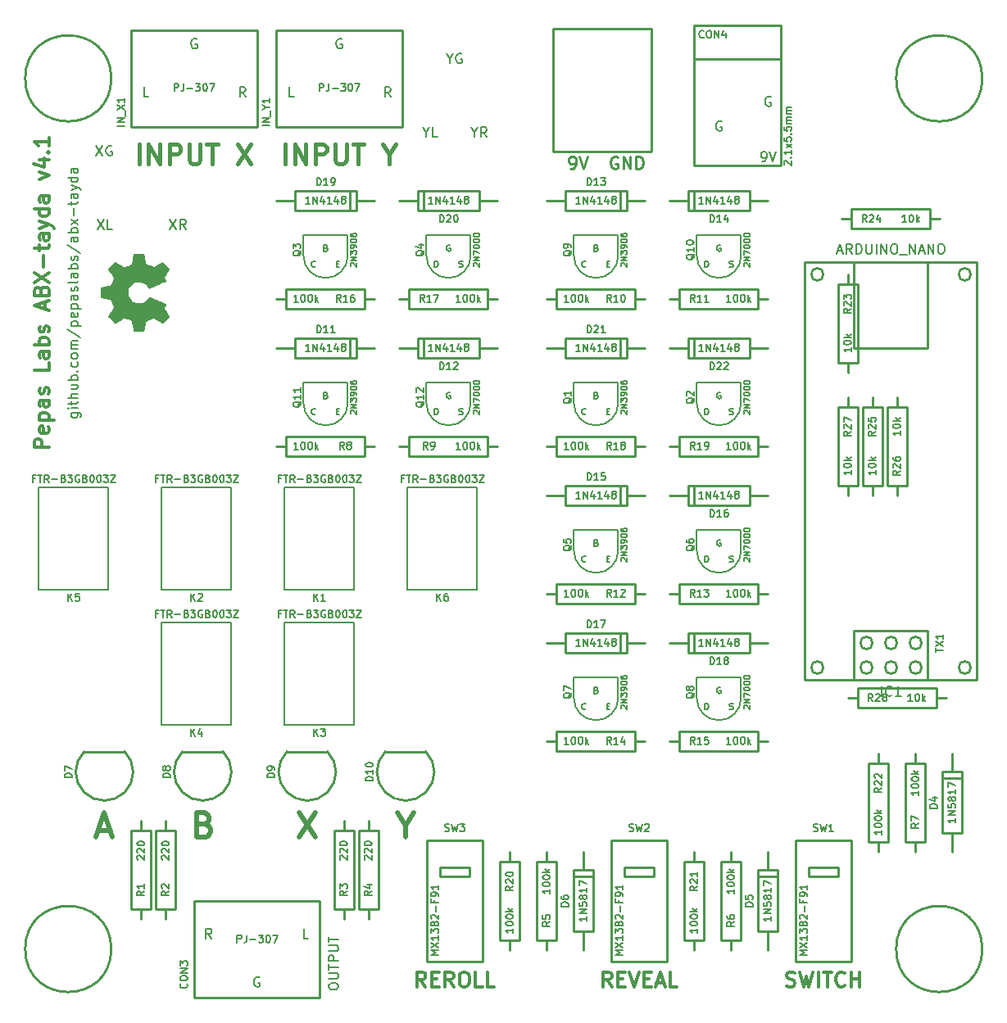
<source format=gto>
G04 (created by PCBNEW (2013-07-07 BZR 4022)-stable) date Mon 16 Nov 2020 09:58:14 PM CST*
%MOIN*%
G04 Gerber Fmt 3.4, Leading zero omitted, Abs format*
%FSLAX34Y34*%
G01*
G70*
G90*
G04 APERTURE LIST*
%ADD10C,0.00590551*%
%ADD11C,0.008*%
%ADD12C,0.012*%
%ADD13C,0.01*%
%ADD14C,0.02*%
%ADD15C,0.016*%
%ADD16C,0.0001*%
%ADD17C,0.006*%
%ADD18C,0.005*%
G04 APERTURE END LIST*
G54D10*
G54D11*
X33666Y-66761D02*
X33933Y-67161D01*
X33933Y-66761D02*
X33666Y-67161D01*
X34314Y-67161D02*
X34180Y-66971D01*
X34085Y-67161D02*
X34085Y-66761D01*
X34238Y-66761D01*
X34276Y-66780D01*
X34295Y-66800D01*
X34314Y-66838D01*
X34314Y-66895D01*
X34295Y-66933D01*
X34276Y-66952D01*
X34238Y-66971D01*
X34085Y-66971D01*
X30704Y-66761D02*
X30971Y-67161D01*
X30971Y-66761D02*
X30704Y-67161D01*
X31314Y-67161D02*
X31123Y-67161D01*
X31123Y-66761D01*
X30666Y-63761D02*
X30933Y-64161D01*
X30933Y-63761D02*
X30666Y-64161D01*
X31295Y-63780D02*
X31257Y-63761D01*
X31200Y-63761D01*
X31142Y-63780D01*
X31104Y-63819D01*
X31085Y-63857D01*
X31066Y-63933D01*
X31066Y-63990D01*
X31085Y-64066D01*
X31104Y-64104D01*
X31142Y-64142D01*
X31200Y-64161D01*
X31238Y-64161D01*
X31295Y-64142D01*
X31314Y-64123D01*
X31314Y-63990D01*
X31238Y-63990D01*
X46050Y-63221D02*
X46050Y-63411D01*
X45916Y-63011D02*
X46050Y-63221D01*
X46183Y-63011D01*
X46545Y-63411D02*
X46411Y-63221D01*
X46316Y-63411D02*
X46316Y-63011D01*
X46469Y-63011D01*
X46507Y-63030D01*
X46526Y-63050D01*
X46545Y-63088D01*
X46545Y-63145D01*
X46526Y-63183D01*
X46507Y-63202D01*
X46469Y-63221D01*
X46316Y-63221D01*
X44088Y-63221D02*
X44088Y-63411D01*
X43954Y-63011D02*
X44088Y-63221D01*
X44221Y-63011D01*
X44545Y-63411D02*
X44354Y-63411D01*
X44354Y-63011D01*
X45050Y-60221D02*
X45050Y-60411D01*
X44916Y-60011D02*
X45050Y-60221D01*
X45183Y-60011D01*
X45526Y-60030D02*
X45488Y-60011D01*
X45430Y-60011D01*
X45373Y-60030D01*
X45335Y-60069D01*
X45316Y-60107D01*
X45297Y-60183D01*
X45297Y-60240D01*
X45316Y-60316D01*
X45335Y-60354D01*
X45373Y-60392D01*
X45430Y-60411D01*
X45469Y-60411D01*
X45526Y-60392D01*
X45545Y-60373D01*
X45545Y-60240D01*
X45469Y-60240D01*
X56104Y-62780D02*
X56066Y-62761D01*
X56009Y-62761D01*
X55952Y-62780D01*
X55914Y-62819D01*
X55895Y-62857D01*
X55876Y-62933D01*
X55876Y-62990D01*
X55895Y-63066D01*
X55914Y-63104D01*
X55952Y-63142D01*
X56009Y-63161D01*
X56047Y-63161D01*
X56104Y-63142D01*
X56123Y-63123D01*
X56123Y-62990D01*
X56047Y-62990D01*
X58104Y-61780D02*
X58066Y-61761D01*
X58009Y-61761D01*
X57952Y-61780D01*
X57914Y-61819D01*
X57895Y-61857D01*
X57876Y-61933D01*
X57876Y-61990D01*
X57895Y-62066D01*
X57914Y-62104D01*
X57952Y-62142D01*
X58009Y-62161D01*
X58047Y-62161D01*
X58104Y-62142D01*
X58123Y-62123D01*
X58123Y-61990D01*
X58047Y-61990D01*
X57752Y-64411D02*
X57828Y-64411D01*
X57866Y-64392D01*
X57885Y-64373D01*
X57923Y-64316D01*
X57942Y-64240D01*
X57942Y-64088D01*
X57923Y-64050D01*
X57904Y-64030D01*
X57866Y-64011D01*
X57790Y-64011D01*
X57752Y-64030D01*
X57733Y-64050D01*
X57714Y-64088D01*
X57714Y-64183D01*
X57733Y-64221D01*
X57752Y-64240D01*
X57790Y-64259D01*
X57866Y-64259D01*
X57904Y-64240D01*
X57923Y-64221D01*
X57942Y-64183D01*
X58057Y-64011D02*
X58190Y-64411D01*
X58323Y-64011D01*
X37309Y-97615D02*
X37271Y-97596D01*
X37214Y-97596D01*
X37157Y-97615D01*
X37119Y-97653D01*
X37099Y-97691D01*
X37080Y-97767D01*
X37080Y-97825D01*
X37099Y-97901D01*
X37119Y-97939D01*
X37157Y-97977D01*
X37214Y-97996D01*
X37252Y-97996D01*
X37309Y-97977D01*
X37328Y-97958D01*
X37328Y-97825D01*
X37252Y-97825D01*
X35360Y-96028D02*
X35226Y-95837D01*
X35131Y-96028D02*
X35131Y-95628D01*
X35283Y-95628D01*
X35321Y-95647D01*
X35340Y-95666D01*
X35360Y-95704D01*
X35360Y-95761D01*
X35340Y-95799D01*
X35321Y-95818D01*
X35283Y-95837D01*
X35131Y-95837D01*
X39297Y-96028D02*
X39106Y-96028D01*
X39106Y-95628D01*
X40655Y-59426D02*
X40617Y-59407D01*
X40560Y-59407D01*
X40503Y-59426D01*
X40465Y-59464D01*
X40446Y-59502D01*
X40427Y-59579D01*
X40427Y-59636D01*
X40446Y-59712D01*
X40465Y-59750D01*
X40503Y-59788D01*
X40560Y-59807D01*
X40598Y-59807D01*
X40655Y-59788D01*
X40674Y-59769D01*
X40674Y-59636D01*
X40598Y-59636D01*
X42643Y-61776D02*
X42510Y-61585D01*
X42414Y-61776D02*
X42414Y-61376D01*
X42567Y-61376D01*
X42605Y-61395D01*
X42624Y-61414D01*
X42643Y-61452D01*
X42643Y-61509D01*
X42624Y-61547D01*
X42605Y-61566D01*
X42567Y-61585D01*
X42414Y-61585D01*
X38706Y-61776D02*
X38516Y-61776D01*
X38516Y-61376D01*
X34750Y-59426D02*
X34712Y-59407D01*
X34655Y-59407D01*
X34598Y-59426D01*
X34559Y-59464D01*
X34540Y-59502D01*
X34521Y-59579D01*
X34521Y-59636D01*
X34540Y-59712D01*
X34559Y-59750D01*
X34598Y-59788D01*
X34655Y-59807D01*
X34693Y-59807D01*
X34750Y-59788D01*
X34769Y-59769D01*
X34769Y-59636D01*
X34693Y-59636D01*
X36737Y-61776D02*
X36604Y-61585D01*
X36509Y-61776D02*
X36509Y-61376D01*
X36661Y-61376D01*
X36699Y-61395D01*
X36718Y-61414D01*
X36737Y-61452D01*
X36737Y-61509D01*
X36718Y-61547D01*
X36699Y-61566D01*
X36661Y-61585D01*
X36509Y-61585D01*
X32800Y-61776D02*
X32610Y-61776D01*
X32610Y-61376D01*
X29645Y-74635D02*
X29969Y-74635D01*
X30007Y-74654D01*
X30026Y-74673D01*
X30045Y-74711D01*
X30045Y-74769D01*
X30026Y-74807D01*
X29892Y-74635D02*
X29911Y-74673D01*
X29911Y-74749D01*
X29892Y-74788D01*
X29873Y-74807D01*
X29835Y-74826D01*
X29721Y-74826D01*
X29683Y-74807D01*
X29664Y-74788D01*
X29645Y-74749D01*
X29645Y-74673D01*
X29664Y-74635D01*
X29911Y-74445D02*
X29645Y-74445D01*
X29511Y-74445D02*
X29530Y-74464D01*
X29550Y-74445D01*
X29530Y-74426D01*
X29511Y-74445D01*
X29550Y-74445D01*
X29645Y-74311D02*
X29645Y-74159D01*
X29511Y-74254D02*
X29854Y-74254D01*
X29892Y-74235D01*
X29911Y-74197D01*
X29911Y-74159D01*
X29911Y-74026D02*
X29511Y-74026D01*
X29911Y-73854D02*
X29702Y-73854D01*
X29664Y-73873D01*
X29645Y-73911D01*
X29645Y-73969D01*
X29664Y-74007D01*
X29683Y-74026D01*
X29645Y-73492D02*
X29911Y-73492D01*
X29645Y-73664D02*
X29854Y-73664D01*
X29892Y-73645D01*
X29911Y-73607D01*
X29911Y-73549D01*
X29892Y-73511D01*
X29873Y-73492D01*
X29911Y-73302D02*
X29511Y-73302D01*
X29664Y-73302D02*
X29645Y-73264D01*
X29645Y-73188D01*
X29664Y-73149D01*
X29683Y-73130D01*
X29721Y-73111D01*
X29835Y-73111D01*
X29873Y-73130D01*
X29892Y-73149D01*
X29911Y-73188D01*
X29911Y-73264D01*
X29892Y-73302D01*
X29873Y-72940D02*
X29892Y-72921D01*
X29911Y-72940D01*
X29892Y-72959D01*
X29873Y-72940D01*
X29911Y-72940D01*
X29892Y-72578D02*
X29911Y-72616D01*
X29911Y-72692D01*
X29892Y-72730D01*
X29873Y-72749D01*
X29835Y-72769D01*
X29721Y-72769D01*
X29683Y-72749D01*
X29664Y-72730D01*
X29645Y-72692D01*
X29645Y-72616D01*
X29664Y-72578D01*
X29911Y-72349D02*
X29892Y-72388D01*
X29873Y-72407D01*
X29835Y-72426D01*
X29721Y-72426D01*
X29683Y-72407D01*
X29664Y-72388D01*
X29645Y-72349D01*
X29645Y-72292D01*
X29664Y-72254D01*
X29683Y-72235D01*
X29721Y-72216D01*
X29835Y-72216D01*
X29873Y-72235D01*
X29892Y-72254D01*
X29911Y-72292D01*
X29911Y-72349D01*
X29911Y-72045D02*
X29645Y-72045D01*
X29683Y-72045D02*
X29664Y-72026D01*
X29645Y-71988D01*
X29645Y-71930D01*
X29664Y-71892D01*
X29702Y-71873D01*
X29911Y-71873D01*
X29702Y-71873D02*
X29664Y-71854D01*
X29645Y-71816D01*
X29645Y-71759D01*
X29664Y-71721D01*
X29702Y-71702D01*
X29911Y-71702D01*
X29492Y-71226D02*
X30007Y-71569D01*
X29645Y-71092D02*
X30045Y-71092D01*
X29664Y-71092D02*
X29645Y-71054D01*
X29645Y-70978D01*
X29664Y-70940D01*
X29683Y-70921D01*
X29721Y-70902D01*
X29835Y-70902D01*
X29873Y-70921D01*
X29892Y-70940D01*
X29911Y-70978D01*
X29911Y-71054D01*
X29892Y-71092D01*
X29892Y-70578D02*
X29911Y-70616D01*
X29911Y-70692D01*
X29892Y-70730D01*
X29854Y-70749D01*
X29702Y-70749D01*
X29664Y-70730D01*
X29645Y-70692D01*
X29645Y-70616D01*
X29664Y-70578D01*
X29702Y-70559D01*
X29740Y-70559D01*
X29778Y-70749D01*
X29645Y-70388D02*
X30045Y-70388D01*
X29664Y-70388D02*
X29645Y-70349D01*
X29645Y-70273D01*
X29664Y-70235D01*
X29683Y-70216D01*
X29721Y-70197D01*
X29835Y-70197D01*
X29873Y-70216D01*
X29892Y-70235D01*
X29911Y-70273D01*
X29911Y-70349D01*
X29892Y-70388D01*
X29911Y-69854D02*
X29702Y-69854D01*
X29664Y-69873D01*
X29645Y-69911D01*
X29645Y-69988D01*
X29664Y-70026D01*
X29892Y-69854D02*
X29911Y-69892D01*
X29911Y-69988D01*
X29892Y-70026D01*
X29854Y-70045D01*
X29816Y-70045D01*
X29778Y-70026D01*
X29759Y-69988D01*
X29759Y-69892D01*
X29740Y-69854D01*
X29892Y-69683D02*
X29911Y-69645D01*
X29911Y-69569D01*
X29892Y-69530D01*
X29854Y-69511D01*
X29835Y-69511D01*
X29797Y-69530D01*
X29778Y-69569D01*
X29778Y-69626D01*
X29759Y-69664D01*
X29721Y-69683D01*
X29702Y-69683D01*
X29664Y-69664D01*
X29645Y-69626D01*
X29645Y-69569D01*
X29664Y-69530D01*
X29911Y-69283D02*
X29892Y-69321D01*
X29854Y-69340D01*
X29511Y-69340D01*
X29911Y-68959D02*
X29702Y-68959D01*
X29664Y-68978D01*
X29645Y-69016D01*
X29645Y-69092D01*
X29664Y-69130D01*
X29892Y-68959D02*
X29911Y-68997D01*
X29911Y-69092D01*
X29892Y-69130D01*
X29854Y-69149D01*
X29816Y-69149D01*
X29778Y-69130D01*
X29759Y-69092D01*
X29759Y-68997D01*
X29740Y-68959D01*
X29911Y-68769D02*
X29511Y-68769D01*
X29664Y-68769D02*
X29645Y-68730D01*
X29645Y-68654D01*
X29664Y-68616D01*
X29683Y-68597D01*
X29721Y-68578D01*
X29835Y-68578D01*
X29873Y-68597D01*
X29892Y-68616D01*
X29911Y-68654D01*
X29911Y-68730D01*
X29892Y-68769D01*
X29892Y-68426D02*
X29911Y-68388D01*
X29911Y-68311D01*
X29892Y-68273D01*
X29854Y-68254D01*
X29835Y-68254D01*
X29797Y-68273D01*
X29778Y-68311D01*
X29778Y-68369D01*
X29759Y-68407D01*
X29721Y-68426D01*
X29702Y-68426D01*
X29664Y-68407D01*
X29645Y-68369D01*
X29645Y-68311D01*
X29664Y-68273D01*
X29492Y-67797D02*
X30007Y-68140D01*
X29911Y-67492D02*
X29702Y-67492D01*
X29664Y-67511D01*
X29645Y-67550D01*
X29645Y-67626D01*
X29664Y-67664D01*
X29892Y-67492D02*
X29911Y-67530D01*
X29911Y-67626D01*
X29892Y-67664D01*
X29854Y-67683D01*
X29816Y-67683D01*
X29778Y-67664D01*
X29759Y-67626D01*
X29759Y-67530D01*
X29740Y-67492D01*
X29911Y-67302D02*
X29511Y-67302D01*
X29664Y-67302D02*
X29645Y-67264D01*
X29645Y-67188D01*
X29664Y-67150D01*
X29683Y-67130D01*
X29721Y-67111D01*
X29835Y-67111D01*
X29873Y-67130D01*
X29892Y-67150D01*
X29911Y-67188D01*
X29911Y-67264D01*
X29892Y-67302D01*
X29911Y-66978D02*
X29645Y-66769D01*
X29645Y-66978D02*
X29911Y-66769D01*
X29759Y-66616D02*
X29759Y-66311D01*
X29645Y-66178D02*
X29645Y-66026D01*
X29511Y-66121D02*
X29854Y-66121D01*
X29892Y-66102D01*
X29911Y-66064D01*
X29911Y-66026D01*
X29911Y-65721D02*
X29702Y-65721D01*
X29664Y-65740D01*
X29645Y-65778D01*
X29645Y-65854D01*
X29664Y-65892D01*
X29892Y-65721D02*
X29911Y-65759D01*
X29911Y-65854D01*
X29892Y-65892D01*
X29854Y-65911D01*
X29816Y-65911D01*
X29778Y-65892D01*
X29759Y-65854D01*
X29759Y-65759D01*
X29740Y-65721D01*
X29645Y-65569D02*
X29911Y-65473D01*
X29645Y-65378D02*
X29911Y-65473D01*
X30007Y-65511D01*
X30026Y-65530D01*
X30045Y-65569D01*
X29911Y-65054D02*
X29511Y-65054D01*
X29892Y-65054D02*
X29911Y-65092D01*
X29911Y-65169D01*
X29892Y-65207D01*
X29873Y-65226D01*
X29835Y-65245D01*
X29721Y-65245D01*
X29683Y-65226D01*
X29664Y-65207D01*
X29645Y-65169D01*
X29645Y-65092D01*
X29664Y-65054D01*
X29911Y-64692D02*
X29702Y-64692D01*
X29664Y-64711D01*
X29645Y-64750D01*
X29645Y-64826D01*
X29664Y-64864D01*
X29892Y-64692D02*
X29911Y-64730D01*
X29911Y-64826D01*
X29892Y-64864D01*
X29854Y-64883D01*
X29816Y-64883D01*
X29778Y-64864D01*
X29759Y-64826D01*
X29759Y-64730D01*
X29740Y-64692D01*
G54D12*
X28742Y-76035D02*
X28142Y-76035D01*
X28142Y-75807D01*
X28171Y-75750D01*
X28200Y-75721D01*
X28257Y-75692D01*
X28342Y-75692D01*
X28400Y-75721D01*
X28428Y-75750D01*
X28457Y-75807D01*
X28457Y-76035D01*
X28714Y-75207D02*
X28742Y-75264D01*
X28742Y-75378D01*
X28714Y-75435D01*
X28657Y-75464D01*
X28428Y-75464D01*
X28371Y-75435D01*
X28342Y-75378D01*
X28342Y-75264D01*
X28371Y-75207D01*
X28428Y-75178D01*
X28485Y-75178D01*
X28542Y-75464D01*
X28342Y-74921D02*
X28942Y-74921D01*
X28371Y-74921D02*
X28342Y-74864D01*
X28342Y-74749D01*
X28371Y-74692D01*
X28400Y-74664D01*
X28457Y-74635D01*
X28628Y-74635D01*
X28685Y-74664D01*
X28714Y-74692D01*
X28742Y-74749D01*
X28742Y-74864D01*
X28714Y-74921D01*
X28742Y-74121D02*
X28428Y-74121D01*
X28371Y-74149D01*
X28342Y-74207D01*
X28342Y-74321D01*
X28371Y-74378D01*
X28714Y-74121D02*
X28742Y-74178D01*
X28742Y-74321D01*
X28714Y-74378D01*
X28657Y-74407D01*
X28600Y-74407D01*
X28542Y-74378D01*
X28514Y-74321D01*
X28514Y-74178D01*
X28485Y-74121D01*
X28714Y-73864D02*
X28742Y-73807D01*
X28742Y-73692D01*
X28714Y-73635D01*
X28657Y-73607D01*
X28628Y-73607D01*
X28571Y-73635D01*
X28542Y-73692D01*
X28542Y-73778D01*
X28514Y-73835D01*
X28457Y-73864D01*
X28428Y-73864D01*
X28371Y-73835D01*
X28342Y-73778D01*
X28342Y-73692D01*
X28371Y-73635D01*
X28742Y-72607D02*
X28742Y-72892D01*
X28142Y-72892D01*
X28742Y-72150D02*
X28428Y-72150D01*
X28371Y-72178D01*
X28342Y-72235D01*
X28342Y-72350D01*
X28371Y-72407D01*
X28714Y-72150D02*
X28742Y-72207D01*
X28742Y-72350D01*
X28714Y-72407D01*
X28657Y-72435D01*
X28600Y-72435D01*
X28542Y-72407D01*
X28514Y-72350D01*
X28514Y-72207D01*
X28485Y-72150D01*
X28742Y-71864D02*
X28142Y-71864D01*
X28371Y-71864D02*
X28342Y-71807D01*
X28342Y-71692D01*
X28371Y-71635D01*
X28400Y-71607D01*
X28457Y-71578D01*
X28628Y-71578D01*
X28685Y-71607D01*
X28714Y-71635D01*
X28742Y-71692D01*
X28742Y-71807D01*
X28714Y-71864D01*
X28714Y-71350D02*
X28742Y-71292D01*
X28742Y-71178D01*
X28714Y-71121D01*
X28657Y-71092D01*
X28628Y-71092D01*
X28571Y-71121D01*
X28542Y-71178D01*
X28542Y-71264D01*
X28514Y-71321D01*
X28457Y-71350D01*
X28428Y-71350D01*
X28371Y-71321D01*
X28342Y-71264D01*
X28342Y-71178D01*
X28371Y-71121D01*
X28571Y-70407D02*
X28571Y-70121D01*
X28742Y-70464D02*
X28142Y-70264D01*
X28742Y-70064D01*
X28428Y-69664D02*
X28457Y-69578D01*
X28485Y-69550D01*
X28542Y-69521D01*
X28628Y-69521D01*
X28685Y-69550D01*
X28714Y-69578D01*
X28742Y-69635D01*
X28742Y-69864D01*
X28142Y-69864D01*
X28142Y-69664D01*
X28171Y-69607D01*
X28200Y-69578D01*
X28257Y-69550D01*
X28314Y-69550D01*
X28371Y-69578D01*
X28400Y-69607D01*
X28428Y-69664D01*
X28428Y-69864D01*
X28142Y-69321D02*
X28742Y-68921D01*
X28142Y-68921D02*
X28742Y-69321D01*
X28514Y-68692D02*
X28514Y-68235D01*
X28342Y-68035D02*
X28342Y-67807D01*
X28142Y-67950D02*
X28657Y-67950D01*
X28714Y-67921D01*
X28742Y-67864D01*
X28742Y-67807D01*
X28742Y-67350D02*
X28428Y-67350D01*
X28371Y-67378D01*
X28342Y-67435D01*
X28342Y-67550D01*
X28371Y-67607D01*
X28714Y-67350D02*
X28742Y-67407D01*
X28742Y-67550D01*
X28714Y-67607D01*
X28657Y-67635D01*
X28600Y-67635D01*
X28542Y-67607D01*
X28514Y-67550D01*
X28514Y-67407D01*
X28485Y-67350D01*
X28342Y-67121D02*
X28742Y-66978D01*
X28342Y-66835D02*
X28742Y-66978D01*
X28885Y-67035D01*
X28914Y-67064D01*
X28942Y-67121D01*
X28742Y-66350D02*
X28142Y-66350D01*
X28714Y-66350D02*
X28742Y-66407D01*
X28742Y-66521D01*
X28714Y-66578D01*
X28685Y-66607D01*
X28628Y-66635D01*
X28457Y-66635D01*
X28400Y-66607D01*
X28371Y-66578D01*
X28342Y-66521D01*
X28342Y-66407D01*
X28371Y-66350D01*
X28742Y-65807D02*
X28428Y-65807D01*
X28371Y-65835D01*
X28342Y-65892D01*
X28342Y-66007D01*
X28371Y-66064D01*
X28714Y-65807D02*
X28742Y-65864D01*
X28742Y-66007D01*
X28714Y-66064D01*
X28657Y-66092D01*
X28600Y-66092D01*
X28542Y-66064D01*
X28514Y-66007D01*
X28514Y-65864D01*
X28485Y-65807D01*
X28342Y-65121D02*
X28742Y-64978D01*
X28342Y-64835D01*
X28342Y-64350D02*
X28742Y-64350D01*
X28114Y-64492D02*
X28542Y-64635D01*
X28542Y-64264D01*
X28685Y-64035D02*
X28714Y-64007D01*
X28742Y-64035D01*
X28714Y-64064D01*
X28685Y-64035D01*
X28742Y-64035D01*
X28742Y-63435D02*
X28742Y-63778D01*
X28742Y-63607D02*
X28142Y-63607D01*
X28228Y-63664D01*
X28285Y-63721D01*
X28314Y-63778D01*
G54D13*
X51869Y-64226D02*
X51821Y-64202D01*
X51750Y-64202D01*
X51678Y-64226D01*
X51630Y-64273D01*
X51607Y-64321D01*
X51583Y-64416D01*
X51583Y-64488D01*
X51607Y-64583D01*
X51630Y-64630D01*
X51678Y-64678D01*
X51750Y-64702D01*
X51797Y-64702D01*
X51869Y-64678D01*
X51892Y-64654D01*
X51892Y-64488D01*
X51797Y-64488D01*
X52107Y-64702D02*
X52107Y-64202D01*
X52392Y-64702D01*
X52392Y-64202D01*
X52630Y-64702D02*
X52630Y-64202D01*
X52750Y-64202D01*
X52821Y-64226D01*
X52869Y-64273D01*
X52892Y-64321D01*
X52916Y-64416D01*
X52916Y-64488D01*
X52892Y-64583D01*
X52869Y-64630D01*
X52821Y-64678D01*
X52750Y-64702D01*
X52630Y-64702D01*
X49940Y-64702D02*
X50035Y-64702D01*
X50083Y-64678D01*
X50107Y-64654D01*
X50154Y-64583D01*
X50178Y-64488D01*
X50178Y-64297D01*
X50154Y-64250D01*
X50130Y-64226D01*
X50083Y-64202D01*
X49988Y-64202D01*
X49940Y-64226D01*
X49916Y-64250D01*
X49892Y-64297D01*
X49892Y-64416D01*
X49916Y-64464D01*
X49940Y-64488D01*
X49988Y-64511D01*
X50083Y-64511D01*
X50130Y-64488D01*
X50154Y-64464D01*
X50178Y-64416D01*
X50321Y-64202D02*
X50488Y-64702D01*
X50654Y-64202D01*
G54D14*
X43250Y-91428D02*
X43250Y-91904D01*
X42916Y-90904D02*
X43250Y-91428D01*
X43583Y-90904D01*
X38916Y-90904D02*
X39583Y-91904D01*
X39583Y-90904D02*
X38916Y-91904D01*
X35071Y-91380D02*
X35214Y-91428D01*
X35261Y-91476D01*
X35309Y-91571D01*
X35309Y-91714D01*
X35261Y-91809D01*
X35214Y-91857D01*
X35119Y-91904D01*
X34738Y-91904D01*
X34738Y-90904D01*
X35071Y-90904D01*
X35166Y-90952D01*
X35214Y-91000D01*
X35261Y-91095D01*
X35261Y-91190D01*
X35214Y-91285D01*
X35166Y-91333D01*
X35071Y-91380D01*
X34738Y-91380D01*
X30761Y-91619D02*
X31238Y-91619D01*
X30666Y-91904D02*
X31000Y-90904D01*
X31333Y-91904D01*
G54D15*
X38360Y-64497D02*
X38360Y-63697D01*
X38741Y-64497D02*
X38741Y-63697D01*
X39198Y-64497D01*
X39198Y-63697D01*
X39579Y-64497D02*
X39579Y-63697D01*
X39884Y-63697D01*
X39960Y-63735D01*
X39998Y-63773D01*
X40036Y-63849D01*
X40036Y-63963D01*
X39998Y-64039D01*
X39960Y-64077D01*
X39884Y-64116D01*
X39579Y-64116D01*
X40379Y-63697D02*
X40379Y-64344D01*
X40417Y-64420D01*
X40455Y-64458D01*
X40532Y-64497D01*
X40684Y-64497D01*
X40760Y-64458D01*
X40798Y-64420D01*
X40836Y-64344D01*
X40836Y-63697D01*
X41103Y-63697D02*
X41560Y-63697D01*
X41332Y-64497D02*
X41332Y-63697D01*
X42589Y-64116D02*
X42589Y-64497D01*
X42322Y-63697D02*
X42589Y-64116D01*
X42855Y-63697D01*
X32417Y-64497D02*
X32417Y-63697D01*
X32798Y-64497D02*
X32798Y-63697D01*
X33255Y-64497D01*
X33255Y-63697D01*
X33636Y-64497D02*
X33636Y-63697D01*
X33940Y-63697D01*
X34017Y-63735D01*
X34055Y-63773D01*
X34093Y-63849D01*
X34093Y-63963D01*
X34055Y-64039D01*
X34017Y-64077D01*
X33940Y-64116D01*
X33636Y-64116D01*
X34436Y-63697D02*
X34436Y-64344D01*
X34474Y-64420D01*
X34512Y-64458D01*
X34588Y-64497D01*
X34740Y-64497D01*
X34817Y-64458D01*
X34855Y-64420D01*
X34893Y-64344D01*
X34893Y-63697D01*
X35159Y-63697D02*
X35617Y-63697D01*
X35388Y-64497D02*
X35388Y-63697D01*
X36417Y-63697D02*
X36950Y-64497D01*
X36950Y-63697D02*
X36417Y-64497D01*
G54D11*
X40116Y-98009D02*
X40116Y-97932D01*
X40135Y-97894D01*
X40173Y-97856D01*
X40249Y-97837D01*
X40382Y-97837D01*
X40459Y-97856D01*
X40497Y-97894D01*
X40516Y-97932D01*
X40516Y-98009D01*
X40497Y-98047D01*
X40459Y-98085D01*
X40382Y-98104D01*
X40249Y-98104D01*
X40173Y-98085D01*
X40135Y-98047D01*
X40116Y-98009D01*
X40116Y-97666D02*
X40440Y-97666D01*
X40478Y-97647D01*
X40497Y-97628D01*
X40516Y-97590D01*
X40516Y-97513D01*
X40497Y-97475D01*
X40478Y-97456D01*
X40440Y-97437D01*
X40116Y-97437D01*
X40116Y-97304D02*
X40116Y-97075D01*
X40516Y-97190D02*
X40116Y-97190D01*
X40516Y-96942D02*
X40116Y-96942D01*
X40116Y-96790D01*
X40135Y-96752D01*
X40154Y-96732D01*
X40192Y-96713D01*
X40249Y-96713D01*
X40287Y-96732D01*
X40306Y-96752D01*
X40325Y-96790D01*
X40325Y-96942D01*
X40116Y-96542D02*
X40440Y-96542D01*
X40478Y-96523D01*
X40497Y-96504D01*
X40516Y-96466D01*
X40516Y-96390D01*
X40497Y-96352D01*
X40478Y-96332D01*
X40440Y-96313D01*
X40116Y-96313D01*
X40116Y-96180D02*
X40116Y-95952D01*
X40516Y-96066D02*
X40116Y-96066D01*
G54D13*
X58000Y-96500D02*
X58000Y-95750D01*
X58000Y-93250D02*
X58000Y-92500D01*
X57600Y-93500D02*
X58400Y-93500D01*
X58400Y-95750D02*
X58400Y-93250D01*
X57600Y-95750D02*
X58400Y-95750D01*
X57600Y-93250D02*
X58400Y-93250D01*
X57600Y-95750D02*
X57600Y-93250D01*
G54D10*
X45900Y-68250D02*
X45900Y-67400D01*
X45900Y-67400D02*
X44100Y-67400D01*
X44100Y-67400D02*
X44100Y-68250D01*
X44100Y-68250D02*
G75*
G03X45000Y-69150I900J0D01*
G74*
G01*
X45000Y-69150D02*
G75*
G03X45900Y-68250I0J900D01*
G74*
G01*
X56900Y-86250D02*
X56900Y-85400D01*
X56900Y-85400D02*
X55100Y-85400D01*
X55100Y-85400D02*
X55100Y-86250D01*
X55100Y-86250D02*
G75*
G03X56000Y-87150I900J0D01*
G74*
G01*
X56000Y-87150D02*
G75*
G03X56900Y-86250I0J900D01*
G74*
G01*
X56900Y-74250D02*
X56900Y-73400D01*
X56900Y-73400D02*
X55100Y-73400D01*
X55100Y-73400D02*
X55100Y-74250D01*
X55100Y-74250D02*
G75*
G03X56000Y-75150I900J0D01*
G74*
G01*
X56000Y-75150D02*
G75*
G03X56900Y-74250I0J900D01*
G74*
G01*
X56900Y-80250D02*
X56900Y-79400D01*
X56900Y-79400D02*
X55100Y-79400D01*
X55100Y-79400D02*
X55100Y-80250D01*
X55100Y-80250D02*
G75*
G03X56000Y-81150I900J0D01*
G74*
G01*
X56000Y-81150D02*
G75*
G03X56900Y-80250I0J900D01*
G74*
G01*
X56900Y-68250D02*
X56900Y-67400D01*
X56900Y-67400D02*
X55100Y-67400D01*
X55100Y-67400D02*
X55100Y-68250D01*
X55100Y-68250D02*
G75*
G03X56000Y-69150I900J0D01*
G74*
G01*
X56000Y-69150D02*
G75*
G03X56900Y-68250I0J900D01*
G74*
G01*
X45900Y-74250D02*
X45900Y-73400D01*
X45900Y-73400D02*
X44100Y-73400D01*
X44100Y-73400D02*
X44100Y-74250D01*
X44100Y-74250D02*
G75*
G03X45000Y-75150I900J0D01*
G74*
G01*
X45000Y-75150D02*
G75*
G03X45900Y-74250I0J900D01*
G74*
G01*
G54D13*
X39763Y-98425D02*
X39763Y-94488D01*
X34645Y-98425D02*
X34645Y-94488D01*
X34645Y-98425D02*
X39763Y-98425D01*
X34645Y-94488D02*
X39763Y-94488D01*
X54000Y-76000D02*
X54400Y-76000D01*
X54400Y-76000D02*
X54400Y-75600D01*
X54400Y-75600D02*
X57600Y-75600D01*
X57600Y-75600D02*
X57600Y-76400D01*
X57600Y-76400D02*
X54400Y-76400D01*
X54400Y-76400D02*
X54400Y-76000D01*
X58000Y-76000D02*
X57600Y-76000D01*
X42000Y-70000D02*
X41600Y-70000D01*
X41600Y-70000D02*
X41600Y-70400D01*
X41600Y-70400D02*
X38400Y-70400D01*
X38400Y-70400D02*
X38400Y-69600D01*
X38400Y-69600D02*
X41600Y-69600D01*
X41600Y-69600D02*
X41600Y-70000D01*
X38000Y-70000D02*
X38400Y-70000D01*
X53000Y-76000D02*
X52600Y-76000D01*
X52600Y-76000D02*
X52600Y-76400D01*
X52600Y-76400D02*
X49400Y-76400D01*
X49400Y-76400D02*
X49400Y-75600D01*
X49400Y-75600D02*
X52600Y-75600D01*
X52600Y-75600D02*
X52600Y-76000D01*
X49000Y-76000D02*
X49400Y-76000D01*
X53000Y-82000D02*
X52600Y-82000D01*
X52600Y-82000D02*
X52600Y-82400D01*
X52600Y-82400D02*
X49400Y-82400D01*
X49400Y-82400D02*
X49400Y-81600D01*
X49400Y-81600D02*
X52600Y-81600D01*
X52600Y-81600D02*
X52600Y-82000D01*
X49000Y-82000D02*
X49400Y-82000D01*
X43000Y-70000D02*
X43400Y-70000D01*
X43400Y-70000D02*
X43400Y-69600D01*
X43400Y-69600D02*
X46600Y-69600D01*
X46600Y-69600D02*
X46600Y-70400D01*
X46600Y-70400D02*
X43400Y-70400D01*
X43400Y-70400D02*
X43400Y-70000D01*
X47000Y-70000D02*
X46600Y-70000D01*
X43000Y-76000D02*
X43400Y-76000D01*
X43400Y-76000D02*
X43400Y-75600D01*
X43400Y-75600D02*
X46600Y-75600D01*
X46600Y-75600D02*
X46600Y-76400D01*
X46600Y-76400D02*
X43400Y-76400D01*
X43400Y-76400D02*
X43400Y-76000D01*
X47000Y-76000D02*
X46600Y-76000D01*
X54000Y-82000D02*
X54400Y-82000D01*
X54400Y-82000D02*
X54400Y-81600D01*
X54400Y-81600D02*
X57600Y-81600D01*
X57600Y-81600D02*
X57600Y-82400D01*
X57600Y-82400D02*
X54400Y-82400D01*
X54400Y-82400D02*
X54400Y-82000D01*
X58000Y-82000D02*
X57600Y-82000D01*
X53000Y-88000D02*
X52600Y-88000D01*
X52600Y-88000D02*
X52600Y-88400D01*
X52600Y-88400D02*
X49400Y-88400D01*
X49400Y-88400D02*
X49400Y-87600D01*
X49400Y-87600D02*
X52600Y-87600D01*
X52600Y-87600D02*
X52600Y-88000D01*
X49000Y-88000D02*
X49400Y-88000D01*
X54000Y-88000D02*
X54400Y-88000D01*
X54400Y-88000D02*
X54400Y-87600D01*
X54400Y-87600D02*
X57600Y-87600D01*
X57600Y-87600D02*
X57600Y-88400D01*
X57600Y-88400D02*
X54400Y-88400D01*
X54400Y-88400D02*
X54400Y-88000D01*
X58000Y-88000D02*
X57600Y-88000D01*
X53000Y-70000D02*
X52600Y-70000D01*
X52600Y-70000D02*
X52600Y-70400D01*
X52600Y-70400D02*
X49400Y-70400D01*
X49400Y-70400D02*
X49400Y-69600D01*
X49400Y-69600D02*
X52600Y-69600D01*
X52600Y-69600D02*
X52600Y-70000D01*
X49000Y-70000D02*
X49400Y-70000D01*
X54000Y-70000D02*
X54400Y-70000D01*
X54400Y-70000D02*
X54400Y-69600D01*
X54400Y-69600D02*
X57600Y-69600D01*
X57600Y-69600D02*
X57600Y-70400D01*
X57600Y-70400D02*
X54400Y-70400D01*
X54400Y-70400D02*
X54400Y-70000D01*
X58000Y-70000D02*
X57600Y-70000D01*
X42000Y-76000D02*
X41600Y-76000D01*
X41600Y-76000D02*
X41600Y-76400D01*
X41600Y-76400D02*
X38400Y-76400D01*
X38400Y-76400D02*
X38400Y-75600D01*
X38400Y-75600D02*
X41600Y-75600D01*
X41600Y-75600D02*
X41600Y-76000D01*
X38000Y-76000D02*
X38400Y-76000D01*
X49000Y-96500D02*
X49000Y-96100D01*
X49000Y-96100D02*
X48600Y-96100D01*
X48600Y-96100D02*
X48600Y-92900D01*
X48600Y-92900D02*
X49400Y-92900D01*
X49400Y-92900D02*
X49400Y-96100D01*
X49400Y-96100D02*
X49000Y-96100D01*
X49000Y-92500D02*
X49000Y-92900D01*
X56500Y-96500D02*
X56500Y-96100D01*
X56500Y-96100D02*
X56100Y-96100D01*
X56100Y-96100D02*
X56100Y-92900D01*
X56100Y-92900D02*
X56900Y-92900D01*
X56900Y-92900D02*
X56900Y-96100D01*
X56900Y-96100D02*
X56500Y-96100D01*
X56500Y-92500D02*
X56500Y-92900D01*
X64000Y-92500D02*
X64000Y-92100D01*
X64000Y-92100D02*
X63600Y-92100D01*
X63600Y-92100D02*
X63600Y-88900D01*
X63600Y-88900D02*
X64400Y-88900D01*
X64400Y-88900D02*
X64400Y-92100D01*
X64400Y-92100D02*
X64000Y-92100D01*
X64000Y-88500D02*
X64000Y-88900D01*
X40750Y-95250D02*
X40750Y-94850D01*
X40750Y-94850D02*
X40350Y-94850D01*
X40350Y-94850D02*
X40350Y-91650D01*
X40350Y-91650D02*
X41150Y-91650D01*
X41150Y-91650D02*
X41150Y-94850D01*
X41150Y-94850D02*
X40750Y-94850D01*
X40750Y-91250D02*
X40750Y-91650D01*
X41750Y-95250D02*
X41750Y-94850D01*
X41750Y-94850D02*
X41350Y-94850D01*
X41350Y-94850D02*
X41350Y-91650D01*
X41350Y-91650D02*
X42150Y-91650D01*
X42150Y-91650D02*
X42150Y-94850D01*
X42150Y-94850D02*
X41750Y-94850D01*
X41750Y-91250D02*
X41750Y-91650D01*
X33500Y-95250D02*
X33500Y-94850D01*
X33500Y-94850D02*
X33100Y-94850D01*
X33100Y-94850D02*
X33100Y-91650D01*
X33100Y-91650D02*
X33900Y-91650D01*
X33900Y-91650D02*
X33900Y-94850D01*
X33900Y-94850D02*
X33500Y-94850D01*
X33500Y-91250D02*
X33500Y-91650D01*
X32500Y-95250D02*
X32500Y-94850D01*
X32500Y-94850D02*
X32100Y-94850D01*
X32100Y-94850D02*
X32100Y-91650D01*
X32100Y-91650D02*
X32900Y-91650D01*
X32900Y-91650D02*
X32900Y-94850D01*
X32900Y-94850D02*
X32500Y-94850D01*
X32500Y-91250D02*
X32500Y-91650D01*
X34173Y-88423D02*
X35826Y-88423D01*
X35826Y-90076D02*
G75*
G03X35826Y-88423I-826J826D01*
G74*
G01*
X34173Y-90076D02*
G75*
G03X35826Y-90076I826J826D01*
G74*
G01*
X34173Y-88423D02*
G75*
G03X34173Y-90076I826J-826D01*
G74*
G01*
X38423Y-88423D02*
X40076Y-88423D01*
X40076Y-90076D02*
G75*
G03X40076Y-88423I-826J826D01*
G74*
G01*
X38423Y-90076D02*
G75*
G03X40076Y-90076I826J826D01*
G74*
G01*
X38423Y-88423D02*
G75*
G03X38423Y-90076I826J-826D01*
G74*
G01*
X42423Y-88423D02*
X44076Y-88423D01*
X44076Y-90076D02*
G75*
G03X44076Y-88423I-826J826D01*
G74*
G01*
X42423Y-90076D02*
G75*
G03X44076Y-90076I826J826D01*
G74*
G01*
X42423Y-88423D02*
G75*
G03X42423Y-90076I826J-826D01*
G74*
G01*
X30173Y-88423D02*
X31826Y-88423D01*
X31826Y-90076D02*
G75*
G03X31826Y-88423I-826J826D01*
G74*
G01*
X30173Y-90076D02*
G75*
G03X31826Y-90076I826J826D01*
G74*
G01*
X30173Y-88423D02*
G75*
G03X30173Y-90076I826J-826D01*
G74*
G01*
X65500Y-92500D02*
X65500Y-91750D01*
X65500Y-89250D02*
X65500Y-88500D01*
X65100Y-89500D02*
X65900Y-89500D01*
X65900Y-91750D02*
X65900Y-89250D01*
X65100Y-91750D02*
X65900Y-91750D01*
X65100Y-89250D02*
X65900Y-89250D01*
X65100Y-91750D02*
X65100Y-89250D01*
X50500Y-96500D02*
X50500Y-95750D01*
X50500Y-93250D02*
X50500Y-92500D01*
X50100Y-93500D02*
X50900Y-93500D01*
X50900Y-95750D02*
X50900Y-93250D01*
X50100Y-95750D02*
X50900Y-95750D01*
X50100Y-93250D02*
X50900Y-93250D01*
X50100Y-95750D02*
X50100Y-93250D01*
X38000Y-72000D02*
X38750Y-72000D01*
X41250Y-72000D02*
X42000Y-72000D01*
X41000Y-71600D02*
X41000Y-72400D01*
X38750Y-72400D02*
X41250Y-72400D01*
X38750Y-71600D02*
X38750Y-72400D01*
X41250Y-71600D02*
X41250Y-72400D01*
X38750Y-71600D02*
X41250Y-71600D01*
X47000Y-72000D02*
X46250Y-72000D01*
X43750Y-72000D02*
X43000Y-72000D01*
X44000Y-72400D02*
X44000Y-71600D01*
X46250Y-71600D02*
X43750Y-71600D01*
X46250Y-72400D02*
X46250Y-71600D01*
X43750Y-72400D02*
X43750Y-71600D01*
X46250Y-72400D02*
X43750Y-72400D01*
X58000Y-66000D02*
X57250Y-66000D01*
X54750Y-66000D02*
X54000Y-66000D01*
X55000Y-66400D02*
X55000Y-65600D01*
X57250Y-65600D02*
X54750Y-65600D01*
X57250Y-66400D02*
X57250Y-65600D01*
X54750Y-66400D02*
X54750Y-65600D01*
X57250Y-66400D02*
X54750Y-66400D01*
X49000Y-66000D02*
X49750Y-66000D01*
X52250Y-66000D02*
X53000Y-66000D01*
X52000Y-65600D02*
X52000Y-66400D01*
X49750Y-66400D02*
X52250Y-66400D01*
X49750Y-65600D02*
X49750Y-66400D01*
X52250Y-65600D02*
X52250Y-66400D01*
X49750Y-65600D02*
X52250Y-65600D01*
X47000Y-66000D02*
X46250Y-66000D01*
X43750Y-66000D02*
X43000Y-66000D01*
X44000Y-66400D02*
X44000Y-65600D01*
X46250Y-65600D02*
X43750Y-65600D01*
X46250Y-66400D02*
X46250Y-65600D01*
X43750Y-66400D02*
X43750Y-65600D01*
X46250Y-66400D02*
X43750Y-66400D01*
X38000Y-66000D02*
X38750Y-66000D01*
X41250Y-66000D02*
X42000Y-66000D01*
X41000Y-65600D02*
X41000Y-66400D01*
X38750Y-66400D02*
X41250Y-66400D01*
X38750Y-65600D02*
X38750Y-66400D01*
X41250Y-65600D02*
X41250Y-66400D01*
X38750Y-65600D02*
X41250Y-65600D01*
X49000Y-84000D02*
X49750Y-84000D01*
X52250Y-84000D02*
X53000Y-84000D01*
X52000Y-83600D02*
X52000Y-84400D01*
X49750Y-84400D02*
X52250Y-84400D01*
X49750Y-83600D02*
X49750Y-84400D01*
X52250Y-83600D02*
X52250Y-84400D01*
X49750Y-83600D02*
X52250Y-83600D01*
X58000Y-84000D02*
X57250Y-84000D01*
X54750Y-84000D02*
X54000Y-84000D01*
X55000Y-84400D02*
X55000Y-83600D01*
X57250Y-83600D02*
X54750Y-83600D01*
X57250Y-84400D02*
X57250Y-83600D01*
X54750Y-84400D02*
X54750Y-83600D01*
X57250Y-84400D02*
X54750Y-84400D01*
X58000Y-72000D02*
X57250Y-72000D01*
X54750Y-72000D02*
X54000Y-72000D01*
X55000Y-72400D02*
X55000Y-71600D01*
X57250Y-71600D02*
X54750Y-71600D01*
X57250Y-72400D02*
X57250Y-71600D01*
X54750Y-72400D02*
X54750Y-71600D01*
X57250Y-72400D02*
X54750Y-72400D01*
X49000Y-72000D02*
X49750Y-72000D01*
X52250Y-72000D02*
X53000Y-72000D01*
X52000Y-71600D02*
X52000Y-72400D01*
X49750Y-72400D02*
X52250Y-72400D01*
X49750Y-71600D02*
X49750Y-72400D01*
X52250Y-71600D02*
X52250Y-72400D01*
X49750Y-71600D02*
X52250Y-71600D01*
X49000Y-78000D02*
X49750Y-78000D01*
X52250Y-78000D02*
X53000Y-78000D01*
X52000Y-77600D02*
X52000Y-78400D01*
X49750Y-78400D02*
X52250Y-78400D01*
X49750Y-77600D02*
X49750Y-78400D01*
X52250Y-77600D02*
X52250Y-78400D01*
X49750Y-77600D02*
X52250Y-77600D01*
X58000Y-78000D02*
X57250Y-78000D01*
X54750Y-78000D02*
X54000Y-78000D01*
X55000Y-78400D02*
X55000Y-77600D01*
X57250Y-77600D02*
X54750Y-77600D01*
X57250Y-78400D02*
X57250Y-77600D01*
X54750Y-78400D02*
X54750Y-77600D01*
X57250Y-78400D02*
X54750Y-78400D01*
X66250Y-69000D02*
G75*
G03X66250Y-69000I-250J0D01*
G74*
G01*
X60250Y-69000D02*
G75*
G03X60250Y-69000I-250J0D01*
G74*
G01*
X66250Y-85000D02*
G75*
G03X66250Y-85000I-250J0D01*
G74*
G01*
X60250Y-85000D02*
G75*
G03X60250Y-85000I-250J0D01*
G74*
G01*
X66500Y-85500D02*
X66500Y-68500D01*
X59500Y-68500D02*
X59500Y-85500D01*
X61500Y-85500D02*
X61500Y-83500D01*
X61500Y-83500D02*
X64500Y-83500D01*
X64500Y-83500D02*
X64500Y-85500D01*
X62250Y-84000D02*
G75*
G03X62250Y-84000I-250J0D01*
G74*
G01*
X62250Y-85000D02*
G75*
G03X62250Y-85000I-250J0D01*
G74*
G01*
X63250Y-84000D02*
G75*
G03X63250Y-84000I-250J0D01*
G74*
G01*
X64250Y-84000D02*
G75*
G03X64250Y-84000I-250J0D01*
G74*
G01*
X64250Y-85000D02*
G75*
G03X64250Y-85000I-250J0D01*
G74*
G01*
X63250Y-85000D02*
G75*
G03X63250Y-85000I-250J0D01*
G74*
G01*
X64500Y-68500D02*
X64500Y-72000D01*
X64500Y-72000D02*
X61500Y-72000D01*
X61500Y-72000D02*
X61500Y-68500D01*
X59500Y-85500D02*
X66500Y-85500D01*
X66500Y-68500D02*
X59500Y-68500D01*
X31277Y-61023D02*
G75*
G03X31277Y-61023I-1750J0D01*
G74*
G01*
X66710Y-61023D02*
G75*
G03X66710Y-61023I-1750J0D01*
G74*
G01*
X66710Y-96456D02*
G75*
G03X66710Y-96456I-1750J0D01*
G74*
G01*
X31277Y-96456D02*
G75*
G03X31277Y-96456I-1750J0D01*
G74*
G01*
X59659Y-93122D02*
X60840Y-93122D01*
X60840Y-93122D02*
X60840Y-93515D01*
X60840Y-93515D02*
X59659Y-93515D01*
X59659Y-93515D02*
X59659Y-93122D01*
X59108Y-92019D02*
X61391Y-92019D01*
X61391Y-92019D02*
X61391Y-96980D01*
X61391Y-96980D02*
X59108Y-96980D01*
X59108Y-96980D02*
X59108Y-92019D01*
X52159Y-93122D02*
X53340Y-93122D01*
X53340Y-93122D02*
X53340Y-93515D01*
X53340Y-93515D02*
X52159Y-93515D01*
X52159Y-93515D02*
X52159Y-93122D01*
X51608Y-92019D02*
X53891Y-92019D01*
X53891Y-92019D02*
X53891Y-96980D01*
X53891Y-96980D02*
X51608Y-96980D01*
X51608Y-96980D02*
X51608Y-92019D01*
X44659Y-93122D02*
X45840Y-93122D01*
X45840Y-93122D02*
X45840Y-93515D01*
X45840Y-93515D02*
X44659Y-93515D01*
X44659Y-93515D02*
X44659Y-93122D01*
X44108Y-92019D02*
X46391Y-92019D01*
X46391Y-92019D02*
X46391Y-96980D01*
X46391Y-96980D02*
X44108Y-96980D01*
X44108Y-96980D02*
X44108Y-92019D01*
X58522Y-60235D02*
X54978Y-60235D01*
X58522Y-58857D02*
X54978Y-58857D01*
X54978Y-58857D02*
X54978Y-64566D01*
X54978Y-64566D02*
X58522Y-64566D01*
X58522Y-64566D02*
X58522Y-58857D01*
X49250Y-59000D02*
X53250Y-59000D01*
X53250Y-59000D02*
X53250Y-64000D01*
X53250Y-64000D02*
X49250Y-64000D01*
X49250Y-64000D02*
X49250Y-59000D01*
G54D16*
G36*
X33664Y-70704D02*
X33656Y-70688D01*
X33633Y-70651D01*
X33598Y-70598D01*
X33557Y-70536D01*
X33514Y-70474D01*
X33480Y-70423D01*
X33457Y-70387D01*
X33449Y-70372D01*
X33451Y-70364D01*
X33466Y-70334D01*
X33488Y-70291D01*
X33501Y-70266D01*
X33518Y-70227D01*
X33522Y-70207D01*
X33516Y-70204D01*
X33486Y-70189D01*
X33434Y-70167D01*
X33366Y-70137D01*
X33286Y-70103D01*
X33200Y-70066D01*
X33112Y-70030D01*
X33028Y-69995D01*
X32953Y-69964D01*
X32892Y-69939D01*
X32849Y-69923D01*
X32831Y-69917D01*
X32827Y-69919D01*
X32808Y-69939D01*
X32782Y-69973D01*
X32721Y-70048D01*
X32629Y-70121D01*
X32525Y-70166D01*
X32409Y-70181D01*
X32302Y-70168D01*
X32199Y-70126D01*
X32106Y-70054D01*
X32037Y-69967D01*
X31993Y-69865D01*
X31979Y-69750D01*
X31991Y-69640D01*
X32033Y-69535D01*
X32104Y-69442D01*
X32149Y-69403D01*
X32243Y-69349D01*
X32344Y-69318D01*
X32369Y-69315D01*
X32480Y-69319D01*
X32586Y-69352D01*
X32681Y-69410D01*
X32758Y-69491D01*
X32766Y-69502D01*
X32794Y-69539D01*
X32813Y-69564D01*
X32829Y-69584D01*
X33168Y-69443D01*
X33222Y-69421D01*
X33315Y-69382D01*
X33395Y-69348D01*
X33458Y-69321D01*
X33501Y-69302D01*
X33518Y-69294D01*
X33519Y-69293D01*
X33521Y-69281D01*
X33511Y-69255D01*
X33488Y-69208D01*
X33472Y-69176D01*
X33455Y-69140D01*
X33449Y-69124D01*
X33456Y-69110D01*
X33479Y-69076D01*
X33512Y-69025D01*
X33553Y-68965D01*
X33593Y-68907D01*
X33628Y-68854D01*
X33652Y-68815D01*
X33663Y-68796D01*
X33663Y-68793D01*
X33653Y-68777D01*
X33628Y-68746D01*
X33584Y-68700D01*
X33520Y-68635D01*
X33510Y-68625D01*
X33455Y-68571D01*
X33409Y-68527D01*
X33377Y-68498D01*
X33362Y-68488D01*
X33362Y-68488D01*
X33343Y-68497D01*
X33305Y-68522D01*
X33251Y-68557D01*
X33188Y-68600D01*
X33025Y-68712D01*
X32871Y-68650D01*
X32824Y-68631D01*
X32767Y-68607D01*
X32726Y-68590D01*
X32708Y-68580D01*
X32702Y-68564D01*
X32692Y-68521D01*
X32679Y-68460D01*
X32666Y-68388D01*
X32653Y-68318D01*
X32641Y-68255D01*
X32632Y-68210D01*
X32628Y-68190D01*
X32625Y-68185D01*
X32615Y-68181D01*
X32594Y-68178D01*
X32556Y-68177D01*
X32496Y-68176D01*
X32409Y-68176D01*
X32400Y-68176D01*
X32317Y-68177D01*
X32251Y-68178D01*
X32208Y-68180D01*
X32191Y-68183D01*
X32191Y-68183D01*
X32186Y-68203D01*
X32177Y-68247D01*
X32164Y-68310D01*
X32150Y-68385D01*
X32149Y-68389D01*
X32135Y-68464D01*
X32122Y-68526D01*
X32112Y-68570D01*
X32106Y-68588D01*
X32101Y-68592D01*
X32072Y-68607D01*
X32026Y-68629D01*
X31969Y-68653D01*
X31911Y-68678D01*
X31858Y-68699D01*
X31819Y-68713D01*
X31801Y-68717D01*
X31801Y-68717D01*
X31783Y-68706D01*
X31744Y-68680D01*
X31691Y-68644D01*
X31627Y-68600D01*
X31622Y-68597D01*
X31559Y-68554D01*
X31506Y-68519D01*
X31468Y-68496D01*
X31451Y-68488D01*
X31450Y-68488D01*
X31431Y-68502D01*
X31396Y-68534D01*
X31348Y-68580D01*
X31292Y-68635D01*
X31275Y-68653D01*
X31215Y-68714D01*
X31176Y-68756D01*
X31155Y-68783D01*
X31150Y-68796D01*
X31151Y-68796D01*
X31162Y-68815D01*
X31188Y-68855D01*
X31225Y-68909D01*
X31268Y-68973D01*
X31271Y-68977D01*
X31314Y-69040D01*
X31349Y-69092D01*
X31374Y-69130D01*
X31384Y-69146D01*
X31384Y-69149D01*
X31376Y-69174D01*
X31361Y-69219D01*
X31339Y-69274D01*
X31316Y-69332D01*
X31294Y-69385D01*
X31275Y-69425D01*
X31265Y-69444D01*
X31264Y-69444D01*
X31241Y-69451D01*
X31194Y-69462D01*
X31129Y-69475D01*
X31052Y-69490D01*
X31040Y-69492D01*
X30965Y-69506D01*
X30903Y-69518D01*
X30860Y-69527D01*
X30842Y-69532D01*
X30840Y-69542D01*
X30837Y-69579D01*
X30836Y-69635D01*
X30835Y-69703D01*
X30836Y-69774D01*
X30837Y-69843D01*
X30839Y-69903D01*
X30842Y-69945D01*
X30846Y-69963D01*
X30847Y-69964D01*
X30870Y-69970D01*
X30917Y-69980D01*
X30982Y-69994D01*
X31060Y-70009D01*
X31073Y-70011D01*
X31148Y-70025D01*
X31209Y-70038D01*
X31252Y-70047D01*
X31268Y-70052D01*
X31272Y-70058D01*
X31285Y-70089D01*
X31306Y-70139D01*
X31331Y-70202D01*
X31390Y-70346D01*
X31268Y-70522D01*
X31257Y-70539D01*
X31214Y-70602D01*
X31179Y-70655D01*
X31156Y-70691D01*
X31147Y-70706D01*
X31148Y-70707D01*
X31163Y-70725D01*
X31196Y-70760D01*
X31243Y-70808D01*
X31298Y-70863D01*
X31339Y-70904D01*
X31389Y-70953D01*
X31422Y-70984D01*
X31444Y-71001D01*
X31457Y-71007D01*
X31465Y-71005D01*
X31483Y-70994D01*
X31522Y-70968D01*
X31576Y-70932D01*
X31638Y-70889D01*
X31691Y-70853D01*
X31750Y-70815D01*
X31792Y-70790D01*
X31813Y-70781D01*
X31822Y-70783D01*
X31856Y-70796D01*
X31909Y-70817D01*
X31971Y-70843D01*
X32111Y-70905D01*
X32128Y-70997D01*
X32139Y-71052D01*
X32154Y-71130D01*
X32168Y-71204D01*
X32191Y-71320D01*
X32617Y-71324D01*
X32625Y-71306D01*
X32630Y-71289D01*
X32639Y-71246D01*
X32651Y-71185D01*
X32665Y-71112D01*
X32677Y-71051D01*
X32688Y-70988D01*
X32697Y-70944D01*
X32701Y-70924D01*
X32708Y-70919D01*
X32738Y-70903D01*
X32786Y-70881D01*
X32844Y-70857D01*
X32903Y-70832D01*
X32958Y-70810D01*
X33000Y-70794D01*
X33022Y-70789D01*
X33039Y-70797D01*
X33075Y-70821D01*
X33127Y-70855D01*
X33189Y-70897D01*
X33251Y-70940D01*
X33304Y-70975D01*
X33342Y-71000D01*
X33359Y-71010D01*
X33371Y-71005D01*
X33401Y-70981D01*
X33449Y-70934D01*
X33518Y-70865D01*
X33529Y-70853D01*
X33582Y-70798D01*
X33625Y-70751D01*
X33654Y-70719D01*
X33664Y-70704D01*
X33664Y-70704D01*
G37*
G54D13*
X47500Y-92500D02*
X47500Y-92900D01*
X47500Y-92900D02*
X47900Y-92900D01*
X47900Y-92900D02*
X47900Y-96100D01*
X47900Y-96100D02*
X47100Y-96100D01*
X47100Y-96100D02*
X47100Y-92900D01*
X47100Y-92900D02*
X47500Y-92900D01*
X47500Y-96500D02*
X47500Y-96100D01*
X55000Y-92500D02*
X55000Y-92900D01*
X55000Y-92900D02*
X55400Y-92900D01*
X55400Y-92900D02*
X55400Y-96100D01*
X55400Y-96100D02*
X54600Y-96100D01*
X54600Y-96100D02*
X54600Y-92900D01*
X54600Y-92900D02*
X55000Y-92900D01*
X55000Y-96500D02*
X55000Y-96100D01*
X62500Y-88500D02*
X62500Y-88900D01*
X62500Y-88900D02*
X62900Y-88900D01*
X62900Y-88900D02*
X62900Y-92100D01*
X62900Y-92100D02*
X62100Y-92100D01*
X62100Y-92100D02*
X62100Y-88900D01*
X62100Y-88900D02*
X62500Y-88900D01*
X62500Y-92500D02*
X62500Y-92100D01*
G54D10*
X34750Y-87350D02*
X33332Y-87350D01*
X33332Y-87350D02*
X33332Y-83177D01*
X33332Y-83177D02*
X36167Y-83177D01*
X36167Y-83177D02*
X36167Y-87350D01*
X36167Y-87350D02*
X34750Y-87350D01*
X39750Y-87350D02*
X38332Y-87350D01*
X38332Y-87350D02*
X38332Y-83177D01*
X38332Y-83177D02*
X41167Y-83177D01*
X41167Y-83177D02*
X41167Y-87350D01*
X41167Y-87350D02*
X39750Y-87350D01*
X44750Y-81850D02*
X43332Y-81850D01*
X43332Y-81850D02*
X43332Y-77677D01*
X43332Y-77677D02*
X46167Y-77677D01*
X46167Y-77677D02*
X46167Y-81850D01*
X46167Y-81850D02*
X44750Y-81850D01*
X39750Y-81850D02*
X38332Y-81850D01*
X38332Y-81850D02*
X38332Y-77677D01*
X38332Y-77677D02*
X41167Y-77677D01*
X41167Y-77677D02*
X41167Y-81850D01*
X41167Y-81850D02*
X39750Y-81850D01*
X34750Y-81850D02*
X33332Y-81850D01*
X33332Y-81850D02*
X33332Y-77677D01*
X33332Y-77677D02*
X36167Y-77677D01*
X36167Y-77677D02*
X36167Y-81850D01*
X36167Y-81850D02*
X34750Y-81850D01*
X29750Y-81850D02*
X28332Y-81850D01*
X28332Y-81850D02*
X28332Y-77677D01*
X28332Y-77677D02*
X31167Y-77677D01*
X31167Y-77677D02*
X31167Y-81850D01*
X31167Y-81850D02*
X29750Y-81850D01*
G54D13*
X32086Y-59055D02*
X32086Y-62992D01*
X37204Y-59055D02*
X37204Y-62992D01*
X37204Y-59055D02*
X32086Y-59055D01*
X37204Y-62992D02*
X32086Y-62992D01*
X37992Y-59055D02*
X37992Y-62992D01*
X43110Y-59055D02*
X43110Y-62992D01*
X43110Y-59055D02*
X37992Y-59055D01*
X43110Y-62992D02*
X37992Y-62992D01*
X61250Y-69000D02*
X61250Y-69400D01*
X61250Y-69400D02*
X61650Y-69400D01*
X61650Y-69400D02*
X61650Y-72600D01*
X61650Y-72600D02*
X60850Y-72600D01*
X60850Y-72600D02*
X60850Y-69400D01*
X60850Y-69400D02*
X61250Y-69400D01*
X61250Y-73000D02*
X61250Y-72600D01*
X61000Y-66750D02*
X61400Y-66750D01*
X61400Y-66750D02*
X61400Y-66350D01*
X61400Y-66350D02*
X64600Y-66350D01*
X64600Y-66350D02*
X64600Y-67150D01*
X64600Y-67150D02*
X61400Y-67150D01*
X61400Y-67150D02*
X61400Y-66750D01*
X65000Y-66750D02*
X64600Y-66750D01*
X62250Y-74000D02*
X62250Y-74400D01*
X62250Y-74400D02*
X62650Y-74400D01*
X62650Y-74400D02*
X62650Y-77600D01*
X62650Y-77600D02*
X61850Y-77600D01*
X61850Y-77600D02*
X61850Y-74400D01*
X61850Y-74400D02*
X62250Y-74400D01*
X62250Y-78000D02*
X62250Y-77600D01*
X63250Y-78000D02*
X63250Y-77600D01*
X63250Y-77600D02*
X62850Y-77600D01*
X62850Y-77600D02*
X62850Y-74400D01*
X62850Y-74400D02*
X63650Y-74400D01*
X63650Y-74400D02*
X63650Y-77600D01*
X63650Y-77600D02*
X63250Y-77600D01*
X63250Y-74000D02*
X63250Y-74400D01*
X61250Y-74000D02*
X61250Y-74400D01*
X61250Y-74400D02*
X61650Y-74400D01*
X61650Y-74400D02*
X61650Y-77600D01*
X61650Y-77600D02*
X60850Y-77600D01*
X60850Y-77600D02*
X60850Y-74400D01*
X60850Y-74400D02*
X61250Y-74400D01*
X61250Y-78000D02*
X61250Y-77600D01*
G54D10*
X40900Y-68250D02*
X40900Y-67400D01*
X40900Y-67400D02*
X39100Y-67400D01*
X39100Y-67400D02*
X39100Y-68250D01*
X39100Y-68250D02*
G75*
G03X40000Y-69150I900J0D01*
G74*
G01*
X40000Y-69150D02*
G75*
G03X40900Y-68250I0J900D01*
G74*
G01*
X51900Y-68250D02*
X51900Y-67400D01*
X51900Y-67400D02*
X50100Y-67400D01*
X50100Y-67400D02*
X50100Y-68250D01*
X50100Y-68250D02*
G75*
G03X51000Y-69150I900J0D01*
G74*
G01*
X51000Y-69150D02*
G75*
G03X51900Y-68250I0J900D01*
G74*
G01*
X40900Y-74250D02*
X40900Y-73400D01*
X40900Y-73400D02*
X39100Y-73400D01*
X39100Y-73400D02*
X39100Y-74250D01*
X39100Y-74250D02*
G75*
G03X40000Y-75150I900J0D01*
G74*
G01*
X40000Y-75150D02*
G75*
G03X40900Y-74250I0J900D01*
G74*
G01*
X51900Y-74250D02*
X51900Y-73400D01*
X51900Y-73400D02*
X50100Y-73400D01*
X50100Y-73400D02*
X50100Y-74250D01*
X50100Y-74250D02*
G75*
G03X51000Y-75150I900J0D01*
G74*
G01*
X51000Y-75150D02*
G75*
G03X51900Y-74250I0J900D01*
G74*
G01*
X51900Y-80250D02*
X51900Y-79400D01*
X51900Y-79400D02*
X50100Y-79400D01*
X50100Y-79400D02*
X50100Y-80250D01*
X50100Y-80250D02*
G75*
G03X51000Y-81150I900J0D01*
G74*
G01*
X51000Y-81150D02*
G75*
G03X51900Y-80250I0J900D01*
G74*
G01*
X51900Y-86250D02*
X51900Y-85400D01*
X51900Y-85400D02*
X50100Y-85400D01*
X50100Y-85400D02*
X50100Y-86250D01*
X50100Y-86250D02*
G75*
G03X51000Y-87150I900J0D01*
G74*
G01*
X51000Y-87150D02*
G75*
G03X51900Y-86250I0J900D01*
G74*
G01*
G54D13*
X61250Y-86250D02*
X61650Y-86250D01*
X61650Y-86250D02*
X61650Y-85850D01*
X61650Y-85850D02*
X64850Y-85850D01*
X64850Y-85850D02*
X64850Y-86650D01*
X64850Y-86650D02*
X61650Y-86650D01*
X61650Y-86650D02*
X61650Y-86250D01*
X65250Y-86250D02*
X64850Y-86250D01*
G54D17*
X57371Y-94721D02*
X57071Y-94721D01*
X57071Y-94650D01*
X57085Y-94607D01*
X57114Y-94578D01*
X57142Y-94564D01*
X57200Y-94550D01*
X57242Y-94550D01*
X57300Y-94564D01*
X57328Y-94578D01*
X57357Y-94607D01*
X57371Y-94650D01*
X57371Y-94721D01*
X57071Y-94278D02*
X57071Y-94421D01*
X57214Y-94435D01*
X57200Y-94421D01*
X57185Y-94392D01*
X57185Y-94321D01*
X57200Y-94292D01*
X57214Y-94278D01*
X57242Y-94264D01*
X57314Y-94264D01*
X57342Y-94278D01*
X57357Y-94292D01*
X57371Y-94321D01*
X57371Y-94392D01*
X57357Y-94421D01*
X57342Y-94435D01*
X58121Y-95142D02*
X58121Y-95314D01*
X58121Y-95228D02*
X57821Y-95228D01*
X57864Y-95257D01*
X57892Y-95285D01*
X57907Y-95314D01*
X58121Y-95014D02*
X57821Y-95014D01*
X58121Y-94842D01*
X57821Y-94842D01*
X57821Y-94557D02*
X57821Y-94699D01*
X57964Y-94714D01*
X57950Y-94699D01*
X57935Y-94671D01*
X57935Y-94599D01*
X57950Y-94571D01*
X57964Y-94557D01*
X57992Y-94542D01*
X58064Y-94542D01*
X58092Y-94557D01*
X58107Y-94571D01*
X58121Y-94599D01*
X58121Y-94671D01*
X58107Y-94699D01*
X58092Y-94714D01*
X57950Y-94371D02*
X57935Y-94400D01*
X57921Y-94414D01*
X57892Y-94428D01*
X57878Y-94428D01*
X57850Y-94414D01*
X57835Y-94400D01*
X57821Y-94371D01*
X57821Y-94314D01*
X57835Y-94285D01*
X57850Y-94271D01*
X57878Y-94257D01*
X57892Y-94257D01*
X57921Y-94271D01*
X57935Y-94285D01*
X57950Y-94314D01*
X57950Y-94371D01*
X57964Y-94400D01*
X57978Y-94414D01*
X58007Y-94428D01*
X58064Y-94428D01*
X58092Y-94414D01*
X58107Y-94400D01*
X58121Y-94371D01*
X58121Y-94314D01*
X58107Y-94285D01*
X58092Y-94271D01*
X58064Y-94257D01*
X58007Y-94257D01*
X57978Y-94271D01*
X57964Y-94285D01*
X57950Y-94314D01*
X58121Y-93971D02*
X58121Y-94142D01*
X58121Y-94057D02*
X57821Y-94057D01*
X57864Y-94085D01*
X57892Y-94114D01*
X57907Y-94142D01*
X57821Y-93871D02*
X57821Y-93671D01*
X58121Y-93800D01*
X44000Y-68028D02*
X43985Y-68057D01*
X43957Y-68085D01*
X43914Y-68128D01*
X43900Y-68157D01*
X43900Y-68185D01*
X43971Y-68171D02*
X43957Y-68200D01*
X43928Y-68228D01*
X43871Y-68242D01*
X43771Y-68242D01*
X43714Y-68228D01*
X43685Y-68200D01*
X43671Y-68171D01*
X43671Y-68114D01*
X43685Y-68085D01*
X43714Y-68057D01*
X43771Y-68042D01*
X43871Y-68042D01*
X43928Y-68057D01*
X43957Y-68085D01*
X43971Y-68114D01*
X43971Y-68171D01*
X43771Y-67785D02*
X43971Y-67785D01*
X43657Y-67857D02*
X43871Y-67928D01*
X43871Y-67742D01*
G54D18*
X46025Y-68678D02*
X46013Y-68666D01*
X46001Y-68642D01*
X46001Y-68583D01*
X46013Y-68559D01*
X46025Y-68547D01*
X46048Y-68535D01*
X46072Y-68535D01*
X46108Y-68547D01*
X46251Y-68690D01*
X46251Y-68535D01*
X46251Y-68428D02*
X46001Y-68428D01*
X46251Y-68285D01*
X46001Y-68285D01*
X46001Y-68190D02*
X46001Y-68023D01*
X46251Y-68130D01*
X46001Y-67880D02*
X46001Y-67857D01*
X46013Y-67833D01*
X46025Y-67821D01*
X46048Y-67809D01*
X46096Y-67797D01*
X46155Y-67797D01*
X46203Y-67809D01*
X46227Y-67821D01*
X46239Y-67833D01*
X46251Y-67857D01*
X46251Y-67880D01*
X46239Y-67904D01*
X46227Y-67916D01*
X46203Y-67928D01*
X46155Y-67940D01*
X46096Y-67940D01*
X46048Y-67928D01*
X46025Y-67916D01*
X46013Y-67904D01*
X46001Y-67880D01*
X46001Y-67642D02*
X46001Y-67619D01*
X46013Y-67595D01*
X46025Y-67583D01*
X46048Y-67571D01*
X46096Y-67559D01*
X46155Y-67559D01*
X46203Y-67571D01*
X46227Y-67583D01*
X46239Y-67595D01*
X46251Y-67619D01*
X46251Y-67642D01*
X46239Y-67666D01*
X46227Y-67678D01*
X46203Y-67690D01*
X46155Y-67702D01*
X46096Y-67702D01*
X46048Y-67690D01*
X46025Y-67678D01*
X46013Y-67666D01*
X46001Y-67642D01*
X46001Y-67404D02*
X46001Y-67380D01*
X46013Y-67357D01*
X46025Y-67345D01*
X46048Y-67333D01*
X46096Y-67321D01*
X46155Y-67321D01*
X46203Y-67333D01*
X46227Y-67345D01*
X46239Y-67357D01*
X46251Y-67380D01*
X46251Y-67404D01*
X46239Y-67428D01*
X46227Y-67440D01*
X46203Y-67452D01*
X46155Y-67464D01*
X46096Y-67464D01*
X46048Y-67452D01*
X46025Y-67440D01*
X46013Y-67428D01*
X46001Y-67404D01*
X45428Y-68689D02*
X45464Y-68701D01*
X45523Y-68701D01*
X45547Y-68689D01*
X45559Y-68677D01*
X45571Y-68653D01*
X45571Y-68629D01*
X45559Y-68605D01*
X45547Y-68594D01*
X45523Y-68582D01*
X45476Y-68570D01*
X45452Y-68558D01*
X45440Y-68546D01*
X45428Y-68522D01*
X45428Y-68498D01*
X45440Y-68475D01*
X45452Y-68463D01*
X45476Y-68451D01*
X45535Y-68451D01*
X45571Y-68463D01*
X45065Y-67813D02*
X45041Y-67801D01*
X45005Y-67801D01*
X44970Y-67813D01*
X44946Y-67836D01*
X44934Y-67860D01*
X44922Y-67908D01*
X44922Y-67944D01*
X44934Y-67991D01*
X44946Y-68015D01*
X44970Y-68039D01*
X45005Y-68051D01*
X45029Y-68051D01*
X45065Y-68039D01*
X45077Y-68027D01*
X45077Y-67944D01*
X45029Y-67944D01*
X44434Y-68701D02*
X44434Y-68451D01*
X44494Y-68451D01*
X44529Y-68463D01*
X44553Y-68486D01*
X44565Y-68510D01*
X44577Y-68558D01*
X44577Y-68594D01*
X44565Y-68641D01*
X44553Y-68665D01*
X44529Y-68689D01*
X44494Y-68701D01*
X44434Y-68701D01*
G54D17*
X55000Y-86028D02*
X54985Y-86057D01*
X54957Y-86085D01*
X54914Y-86128D01*
X54900Y-86157D01*
X54900Y-86185D01*
X54971Y-86171D02*
X54957Y-86200D01*
X54928Y-86228D01*
X54871Y-86242D01*
X54771Y-86242D01*
X54714Y-86228D01*
X54685Y-86200D01*
X54671Y-86171D01*
X54671Y-86114D01*
X54685Y-86085D01*
X54714Y-86057D01*
X54771Y-86042D01*
X54871Y-86042D01*
X54928Y-86057D01*
X54957Y-86085D01*
X54971Y-86114D01*
X54971Y-86171D01*
X54800Y-85871D02*
X54785Y-85900D01*
X54771Y-85914D01*
X54742Y-85928D01*
X54728Y-85928D01*
X54700Y-85914D01*
X54685Y-85900D01*
X54671Y-85871D01*
X54671Y-85814D01*
X54685Y-85785D01*
X54700Y-85771D01*
X54728Y-85757D01*
X54742Y-85757D01*
X54771Y-85771D01*
X54785Y-85785D01*
X54800Y-85814D01*
X54800Y-85871D01*
X54814Y-85900D01*
X54828Y-85914D01*
X54857Y-85928D01*
X54914Y-85928D01*
X54942Y-85914D01*
X54957Y-85900D01*
X54971Y-85871D01*
X54971Y-85814D01*
X54957Y-85785D01*
X54942Y-85771D01*
X54914Y-85757D01*
X54857Y-85757D01*
X54828Y-85771D01*
X54814Y-85785D01*
X54800Y-85814D01*
G54D18*
X57025Y-86678D02*
X57013Y-86666D01*
X57001Y-86642D01*
X57001Y-86583D01*
X57013Y-86559D01*
X57025Y-86547D01*
X57048Y-86535D01*
X57072Y-86535D01*
X57108Y-86547D01*
X57251Y-86690D01*
X57251Y-86535D01*
X57251Y-86428D02*
X57001Y-86428D01*
X57251Y-86285D01*
X57001Y-86285D01*
X57001Y-86190D02*
X57001Y-86023D01*
X57251Y-86130D01*
X57001Y-85880D02*
X57001Y-85857D01*
X57013Y-85833D01*
X57025Y-85821D01*
X57048Y-85809D01*
X57096Y-85797D01*
X57155Y-85797D01*
X57203Y-85809D01*
X57227Y-85821D01*
X57239Y-85833D01*
X57251Y-85857D01*
X57251Y-85880D01*
X57239Y-85904D01*
X57227Y-85916D01*
X57203Y-85928D01*
X57155Y-85940D01*
X57096Y-85940D01*
X57048Y-85928D01*
X57025Y-85916D01*
X57013Y-85904D01*
X57001Y-85880D01*
X57001Y-85642D02*
X57001Y-85619D01*
X57013Y-85595D01*
X57025Y-85583D01*
X57048Y-85571D01*
X57096Y-85559D01*
X57155Y-85559D01*
X57203Y-85571D01*
X57227Y-85583D01*
X57239Y-85595D01*
X57251Y-85619D01*
X57251Y-85642D01*
X57239Y-85666D01*
X57227Y-85678D01*
X57203Y-85690D01*
X57155Y-85702D01*
X57096Y-85702D01*
X57048Y-85690D01*
X57025Y-85678D01*
X57013Y-85666D01*
X57001Y-85642D01*
X57001Y-85404D02*
X57001Y-85380D01*
X57013Y-85357D01*
X57025Y-85345D01*
X57048Y-85333D01*
X57096Y-85321D01*
X57155Y-85321D01*
X57203Y-85333D01*
X57227Y-85345D01*
X57239Y-85357D01*
X57251Y-85380D01*
X57251Y-85404D01*
X57239Y-85428D01*
X57227Y-85440D01*
X57203Y-85452D01*
X57155Y-85464D01*
X57096Y-85464D01*
X57048Y-85452D01*
X57025Y-85440D01*
X57013Y-85428D01*
X57001Y-85404D01*
X56428Y-86689D02*
X56464Y-86701D01*
X56523Y-86701D01*
X56547Y-86689D01*
X56559Y-86677D01*
X56571Y-86653D01*
X56571Y-86629D01*
X56559Y-86605D01*
X56547Y-86594D01*
X56523Y-86582D01*
X56476Y-86570D01*
X56452Y-86558D01*
X56440Y-86546D01*
X56428Y-86522D01*
X56428Y-86498D01*
X56440Y-86475D01*
X56452Y-86463D01*
X56476Y-86451D01*
X56535Y-86451D01*
X56571Y-86463D01*
X56065Y-85813D02*
X56041Y-85801D01*
X56005Y-85801D01*
X55970Y-85813D01*
X55946Y-85836D01*
X55934Y-85860D01*
X55922Y-85908D01*
X55922Y-85944D01*
X55934Y-85991D01*
X55946Y-86015D01*
X55970Y-86039D01*
X56005Y-86051D01*
X56029Y-86051D01*
X56065Y-86039D01*
X56077Y-86027D01*
X56077Y-85944D01*
X56029Y-85944D01*
X55434Y-86701D02*
X55434Y-86451D01*
X55494Y-86451D01*
X55529Y-86463D01*
X55553Y-86486D01*
X55565Y-86510D01*
X55577Y-86558D01*
X55577Y-86594D01*
X55565Y-86641D01*
X55553Y-86665D01*
X55529Y-86689D01*
X55494Y-86701D01*
X55434Y-86701D01*
G54D17*
X55000Y-74028D02*
X54985Y-74057D01*
X54957Y-74085D01*
X54914Y-74128D01*
X54900Y-74157D01*
X54900Y-74185D01*
X54971Y-74171D02*
X54957Y-74200D01*
X54928Y-74228D01*
X54871Y-74242D01*
X54771Y-74242D01*
X54714Y-74228D01*
X54685Y-74200D01*
X54671Y-74171D01*
X54671Y-74114D01*
X54685Y-74085D01*
X54714Y-74057D01*
X54771Y-74042D01*
X54871Y-74042D01*
X54928Y-74057D01*
X54957Y-74085D01*
X54971Y-74114D01*
X54971Y-74171D01*
X54700Y-73928D02*
X54685Y-73914D01*
X54671Y-73885D01*
X54671Y-73814D01*
X54685Y-73785D01*
X54700Y-73771D01*
X54728Y-73757D01*
X54757Y-73757D01*
X54800Y-73771D01*
X54971Y-73942D01*
X54971Y-73757D01*
G54D18*
X57025Y-74678D02*
X57013Y-74666D01*
X57001Y-74642D01*
X57001Y-74583D01*
X57013Y-74559D01*
X57025Y-74547D01*
X57048Y-74535D01*
X57072Y-74535D01*
X57108Y-74547D01*
X57251Y-74690D01*
X57251Y-74535D01*
X57251Y-74428D02*
X57001Y-74428D01*
X57251Y-74285D01*
X57001Y-74285D01*
X57001Y-74190D02*
X57001Y-74023D01*
X57251Y-74130D01*
X57001Y-73880D02*
X57001Y-73857D01*
X57013Y-73833D01*
X57025Y-73821D01*
X57048Y-73809D01*
X57096Y-73797D01*
X57155Y-73797D01*
X57203Y-73809D01*
X57227Y-73821D01*
X57239Y-73833D01*
X57251Y-73857D01*
X57251Y-73880D01*
X57239Y-73904D01*
X57227Y-73916D01*
X57203Y-73928D01*
X57155Y-73940D01*
X57096Y-73940D01*
X57048Y-73928D01*
X57025Y-73916D01*
X57013Y-73904D01*
X57001Y-73880D01*
X57001Y-73642D02*
X57001Y-73619D01*
X57013Y-73595D01*
X57025Y-73583D01*
X57048Y-73571D01*
X57096Y-73559D01*
X57155Y-73559D01*
X57203Y-73571D01*
X57227Y-73583D01*
X57239Y-73595D01*
X57251Y-73619D01*
X57251Y-73642D01*
X57239Y-73666D01*
X57227Y-73678D01*
X57203Y-73690D01*
X57155Y-73702D01*
X57096Y-73702D01*
X57048Y-73690D01*
X57025Y-73678D01*
X57013Y-73666D01*
X57001Y-73642D01*
X57001Y-73404D02*
X57001Y-73380D01*
X57013Y-73357D01*
X57025Y-73345D01*
X57048Y-73333D01*
X57096Y-73321D01*
X57155Y-73321D01*
X57203Y-73333D01*
X57227Y-73345D01*
X57239Y-73357D01*
X57251Y-73380D01*
X57251Y-73404D01*
X57239Y-73428D01*
X57227Y-73440D01*
X57203Y-73452D01*
X57155Y-73464D01*
X57096Y-73464D01*
X57048Y-73452D01*
X57025Y-73440D01*
X57013Y-73428D01*
X57001Y-73404D01*
X56428Y-74689D02*
X56464Y-74701D01*
X56523Y-74701D01*
X56547Y-74689D01*
X56559Y-74677D01*
X56571Y-74653D01*
X56571Y-74629D01*
X56559Y-74605D01*
X56547Y-74594D01*
X56523Y-74582D01*
X56476Y-74570D01*
X56452Y-74558D01*
X56440Y-74546D01*
X56428Y-74522D01*
X56428Y-74498D01*
X56440Y-74475D01*
X56452Y-74463D01*
X56476Y-74451D01*
X56535Y-74451D01*
X56571Y-74463D01*
X56065Y-73813D02*
X56041Y-73801D01*
X56005Y-73801D01*
X55970Y-73813D01*
X55946Y-73836D01*
X55934Y-73860D01*
X55922Y-73908D01*
X55922Y-73944D01*
X55934Y-73991D01*
X55946Y-74015D01*
X55970Y-74039D01*
X56005Y-74051D01*
X56029Y-74051D01*
X56065Y-74039D01*
X56077Y-74027D01*
X56077Y-73944D01*
X56029Y-73944D01*
X55434Y-74701D02*
X55434Y-74451D01*
X55494Y-74451D01*
X55529Y-74463D01*
X55553Y-74486D01*
X55565Y-74510D01*
X55577Y-74558D01*
X55577Y-74594D01*
X55565Y-74641D01*
X55553Y-74665D01*
X55529Y-74689D01*
X55494Y-74701D01*
X55434Y-74701D01*
G54D17*
X55000Y-80028D02*
X54985Y-80057D01*
X54957Y-80085D01*
X54914Y-80128D01*
X54900Y-80157D01*
X54900Y-80185D01*
X54971Y-80171D02*
X54957Y-80200D01*
X54928Y-80228D01*
X54871Y-80242D01*
X54771Y-80242D01*
X54714Y-80228D01*
X54685Y-80200D01*
X54671Y-80171D01*
X54671Y-80114D01*
X54685Y-80085D01*
X54714Y-80057D01*
X54771Y-80042D01*
X54871Y-80042D01*
X54928Y-80057D01*
X54957Y-80085D01*
X54971Y-80114D01*
X54971Y-80171D01*
X54671Y-79785D02*
X54671Y-79842D01*
X54685Y-79871D01*
X54700Y-79885D01*
X54742Y-79914D01*
X54800Y-79928D01*
X54914Y-79928D01*
X54942Y-79914D01*
X54957Y-79900D01*
X54971Y-79871D01*
X54971Y-79814D01*
X54957Y-79785D01*
X54942Y-79771D01*
X54914Y-79757D01*
X54842Y-79757D01*
X54814Y-79771D01*
X54800Y-79785D01*
X54785Y-79814D01*
X54785Y-79871D01*
X54800Y-79900D01*
X54814Y-79914D01*
X54842Y-79928D01*
G54D18*
X57025Y-80678D02*
X57013Y-80666D01*
X57001Y-80642D01*
X57001Y-80583D01*
X57013Y-80559D01*
X57025Y-80547D01*
X57048Y-80535D01*
X57072Y-80535D01*
X57108Y-80547D01*
X57251Y-80690D01*
X57251Y-80535D01*
X57251Y-80428D02*
X57001Y-80428D01*
X57251Y-80285D01*
X57001Y-80285D01*
X57001Y-80190D02*
X57001Y-80023D01*
X57251Y-80130D01*
X57001Y-79880D02*
X57001Y-79857D01*
X57013Y-79833D01*
X57025Y-79821D01*
X57048Y-79809D01*
X57096Y-79797D01*
X57155Y-79797D01*
X57203Y-79809D01*
X57227Y-79821D01*
X57239Y-79833D01*
X57251Y-79857D01*
X57251Y-79880D01*
X57239Y-79904D01*
X57227Y-79916D01*
X57203Y-79928D01*
X57155Y-79940D01*
X57096Y-79940D01*
X57048Y-79928D01*
X57025Y-79916D01*
X57013Y-79904D01*
X57001Y-79880D01*
X57001Y-79642D02*
X57001Y-79619D01*
X57013Y-79595D01*
X57025Y-79583D01*
X57048Y-79571D01*
X57096Y-79559D01*
X57155Y-79559D01*
X57203Y-79571D01*
X57227Y-79583D01*
X57239Y-79595D01*
X57251Y-79619D01*
X57251Y-79642D01*
X57239Y-79666D01*
X57227Y-79678D01*
X57203Y-79690D01*
X57155Y-79702D01*
X57096Y-79702D01*
X57048Y-79690D01*
X57025Y-79678D01*
X57013Y-79666D01*
X57001Y-79642D01*
X57001Y-79404D02*
X57001Y-79380D01*
X57013Y-79357D01*
X57025Y-79345D01*
X57048Y-79333D01*
X57096Y-79321D01*
X57155Y-79321D01*
X57203Y-79333D01*
X57227Y-79345D01*
X57239Y-79357D01*
X57251Y-79380D01*
X57251Y-79404D01*
X57239Y-79428D01*
X57227Y-79440D01*
X57203Y-79452D01*
X57155Y-79464D01*
X57096Y-79464D01*
X57048Y-79452D01*
X57025Y-79440D01*
X57013Y-79428D01*
X57001Y-79404D01*
X56428Y-80689D02*
X56464Y-80701D01*
X56523Y-80701D01*
X56547Y-80689D01*
X56559Y-80677D01*
X56571Y-80653D01*
X56571Y-80629D01*
X56559Y-80605D01*
X56547Y-80594D01*
X56523Y-80582D01*
X56476Y-80570D01*
X56452Y-80558D01*
X56440Y-80546D01*
X56428Y-80522D01*
X56428Y-80498D01*
X56440Y-80475D01*
X56452Y-80463D01*
X56476Y-80451D01*
X56535Y-80451D01*
X56571Y-80463D01*
X56065Y-79813D02*
X56041Y-79801D01*
X56005Y-79801D01*
X55970Y-79813D01*
X55946Y-79836D01*
X55934Y-79860D01*
X55922Y-79908D01*
X55922Y-79944D01*
X55934Y-79991D01*
X55946Y-80015D01*
X55970Y-80039D01*
X56005Y-80051D01*
X56029Y-80051D01*
X56065Y-80039D01*
X56077Y-80027D01*
X56077Y-79944D01*
X56029Y-79944D01*
X55434Y-80701D02*
X55434Y-80451D01*
X55494Y-80451D01*
X55529Y-80463D01*
X55553Y-80486D01*
X55565Y-80510D01*
X55577Y-80558D01*
X55577Y-80594D01*
X55565Y-80641D01*
X55553Y-80665D01*
X55529Y-80689D01*
X55494Y-80701D01*
X55434Y-80701D01*
G54D17*
X55000Y-68171D02*
X54985Y-68200D01*
X54957Y-68228D01*
X54914Y-68271D01*
X54900Y-68300D01*
X54900Y-68328D01*
X54971Y-68314D02*
X54957Y-68342D01*
X54928Y-68371D01*
X54871Y-68385D01*
X54771Y-68385D01*
X54714Y-68371D01*
X54685Y-68342D01*
X54671Y-68314D01*
X54671Y-68257D01*
X54685Y-68228D01*
X54714Y-68200D01*
X54771Y-68185D01*
X54871Y-68185D01*
X54928Y-68200D01*
X54957Y-68228D01*
X54971Y-68257D01*
X54971Y-68314D01*
X54971Y-67900D02*
X54971Y-68071D01*
X54971Y-67985D02*
X54671Y-67985D01*
X54714Y-68014D01*
X54742Y-68042D01*
X54757Y-68071D01*
X54671Y-67714D02*
X54671Y-67685D01*
X54685Y-67657D01*
X54700Y-67642D01*
X54728Y-67628D01*
X54785Y-67614D01*
X54857Y-67614D01*
X54914Y-67628D01*
X54942Y-67642D01*
X54957Y-67657D01*
X54971Y-67685D01*
X54971Y-67714D01*
X54957Y-67742D01*
X54942Y-67757D01*
X54914Y-67771D01*
X54857Y-67785D01*
X54785Y-67785D01*
X54728Y-67771D01*
X54700Y-67757D01*
X54685Y-67742D01*
X54671Y-67714D01*
G54D18*
X57025Y-68678D02*
X57013Y-68666D01*
X57001Y-68642D01*
X57001Y-68583D01*
X57013Y-68559D01*
X57025Y-68547D01*
X57048Y-68535D01*
X57072Y-68535D01*
X57108Y-68547D01*
X57251Y-68690D01*
X57251Y-68535D01*
X57251Y-68428D02*
X57001Y-68428D01*
X57251Y-68285D01*
X57001Y-68285D01*
X57001Y-68190D02*
X57001Y-68023D01*
X57251Y-68130D01*
X57001Y-67880D02*
X57001Y-67857D01*
X57013Y-67833D01*
X57025Y-67821D01*
X57048Y-67809D01*
X57096Y-67797D01*
X57155Y-67797D01*
X57203Y-67809D01*
X57227Y-67821D01*
X57239Y-67833D01*
X57251Y-67857D01*
X57251Y-67880D01*
X57239Y-67904D01*
X57227Y-67916D01*
X57203Y-67928D01*
X57155Y-67940D01*
X57096Y-67940D01*
X57048Y-67928D01*
X57025Y-67916D01*
X57013Y-67904D01*
X57001Y-67880D01*
X57001Y-67642D02*
X57001Y-67619D01*
X57013Y-67595D01*
X57025Y-67583D01*
X57048Y-67571D01*
X57096Y-67559D01*
X57155Y-67559D01*
X57203Y-67571D01*
X57227Y-67583D01*
X57239Y-67595D01*
X57251Y-67619D01*
X57251Y-67642D01*
X57239Y-67666D01*
X57227Y-67678D01*
X57203Y-67690D01*
X57155Y-67702D01*
X57096Y-67702D01*
X57048Y-67690D01*
X57025Y-67678D01*
X57013Y-67666D01*
X57001Y-67642D01*
X57001Y-67404D02*
X57001Y-67380D01*
X57013Y-67357D01*
X57025Y-67345D01*
X57048Y-67333D01*
X57096Y-67321D01*
X57155Y-67321D01*
X57203Y-67333D01*
X57227Y-67345D01*
X57239Y-67357D01*
X57251Y-67380D01*
X57251Y-67404D01*
X57239Y-67428D01*
X57227Y-67440D01*
X57203Y-67452D01*
X57155Y-67464D01*
X57096Y-67464D01*
X57048Y-67452D01*
X57025Y-67440D01*
X57013Y-67428D01*
X57001Y-67404D01*
X56428Y-68689D02*
X56464Y-68701D01*
X56523Y-68701D01*
X56547Y-68689D01*
X56559Y-68677D01*
X56571Y-68653D01*
X56571Y-68629D01*
X56559Y-68605D01*
X56547Y-68594D01*
X56523Y-68582D01*
X56476Y-68570D01*
X56452Y-68558D01*
X56440Y-68546D01*
X56428Y-68522D01*
X56428Y-68498D01*
X56440Y-68475D01*
X56452Y-68463D01*
X56476Y-68451D01*
X56535Y-68451D01*
X56571Y-68463D01*
X56065Y-67813D02*
X56041Y-67801D01*
X56005Y-67801D01*
X55970Y-67813D01*
X55946Y-67836D01*
X55934Y-67860D01*
X55922Y-67908D01*
X55922Y-67944D01*
X55934Y-67991D01*
X55946Y-68015D01*
X55970Y-68039D01*
X56005Y-68051D01*
X56029Y-68051D01*
X56065Y-68039D01*
X56077Y-68027D01*
X56077Y-67944D01*
X56029Y-67944D01*
X55434Y-68701D02*
X55434Y-68451D01*
X55494Y-68451D01*
X55529Y-68463D01*
X55553Y-68486D01*
X55565Y-68510D01*
X55577Y-68558D01*
X55577Y-68594D01*
X55565Y-68641D01*
X55553Y-68665D01*
X55529Y-68689D01*
X55494Y-68701D01*
X55434Y-68701D01*
G54D17*
X44000Y-74171D02*
X43985Y-74200D01*
X43957Y-74228D01*
X43914Y-74271D01*
X43900Y-74300D01*
X43900Y-74328D01*
X43971Y-74314D02*
X43957Y-74342D01*
X43928Y-74371D01*
X43871Y-74385D01*
X43771Y-74385D01*
X43714Y-74371D01*
X43685Y-74342D01*
X43671Y-74314D01*
X43671Y-74257D01*
X43685Y-74228D01*
X43714Y-74200D01*
X43771Y-74185D01*
X43871Y-74185D01*
X43928Y-74200D01*
X43957Y-74228D01*
X43971Y-74257D01*
X43971Y-74314D01*
X43971Y-73900D02*
X43971Y-74071D01*
X43971Y-73985D02*
X43671Y-73985D01*
X43714Y-74014D01*
X43742Y-74042D01*
X43757Y-74071D01*
X43700Y-73785D02*
X43685Y-73771D01*
X43671Y-73742D01*
X43671Y-73671D01*
X43685Y-73642D01*
X43700Y-73628D01*
X43728Y-73614D01*
X43757Y-73614D01*
X43800Y-73628D01*
X43971Y-73800D01*
X43971Y-73614D01*
G54D18*
X46025Y-74678D02*
X46013Y-74666D01*
X46001Y-74642D01*
X46001Y-74583D01*
X46013Y-74559D01*
X46025Y-74547D01*
X46048Y-74535D01*
X46072Y-74535D01*
X46108Y-74547D01*
X46251Y-74690D01*
X46251Y-74535D01*
X46251Y-74428D02*
X46001Y-74428D01*
X46251Y-74285D01*
X46001Y-74285D01*
X46001Y-74190D02*
X46001Y-74023D01*
X46251Y-74130D01*
X46001Y-73880D02*
X46001Y-73857D01*
X46013Y-73833D01*
X46025Y-73821D01*
X46048Y-73809D01*
X46096Y-73797D01*
X46155Y-73797D01*
X46203Y-73809D01*
X46227Y-73821D01*
X46239Y-73833D01*
X46251Y-73857D01*
X46251Y-73880D01*
X46239Y-73904D01*
X46227Y-73916D01*
X46203Y-73928D01*
X46155Y-73940D01*
X46096Y-73940D01*
X46048Y-73928D01*
X46025Y-73916D01*
X46013Y-73904D01*
X46001Y-73880D01*
X46001Y-73642D02*
X46001Y-73619D01*
X46013Y-73595D01*
X46025Y-73583D01*
X46048Y-73571D01*
X46096Y-73559D01*
X46155Y-73559D01*
X46203Y-73571D01*
X46227Y-73583D01*
X46239Y-73595D01*
X46251Y-73619D01*
X46251Y-73642D01*
X46239Y-73666D01*
X46227Y-73678D01*
X46203Y-73690D01*
X46155Y-73702D01*
X46096Y-73702D01*
X46048Y-73690D01*
X46025Y-73678D01*
X46013Y-73666D01*
X46001Y-73642D01*
X46001Y-73404D02*
X46001Y-73380D01*
X46013Y-73357D01*
X46025Y-73345D01*
X46048Y-73333D01*
X46096Y-73321D01*
X46155Y-73321D01*
X46203Y-73333D01*
X46227Y-73345D01*
X46239Y-73357D01*
X46251Y-73380D01*
X46251Y-73404D01*
X46239Y-73428D01*
X46227Y-73440D01*
X46203Y-73452D01*
X46155Y-73464D01*
X46096Y-73464D01*
X46048Y-73452D01*
X46025Y-73440D01*
X46013Y-73428D01*
X46001Y-73404D01*
X45428Y-74689D02*
X45464Y-74701D01*
X45523Y-74701D01*
X45547Y-74689D01*
X45559Y-74677D01*
X45571Y-74653D01*
X45571Y-74629D01*
X45559Y-74605D01*
X45547Y-74594D01*
X45523Y-74582D01*
X45476Y-74570D01*
X45452Y-74558D01*
X45440Y-74546D01*
X45428Y-74522D01*
X45428Y-74498D01*
X45440Y-74475D01*
X45452Y-74463D01*
X45476Y-74451D01*
X45535Y-74451D01*
X45571Y-74463D01*
X45065Y-73813D02*
X45041Y-73801D01*
X45005Y-73801D01*
X44970Y-73813D01*
X44946Y-73836D01*
X44934Y-73860D01*
X44922Y-73908D01*
X44922Y-73944D01*
X44934Y-73991D01*
X44946Y-74015D01*
X44970Y-74039D01*
X45005Y-74051D01*
X45029Y-74051D01*
X45065Y-74039D01*
X45077Y-74027D01*
X45077Y-73944D01*
X45029Y-73944D01*
X44434Y-74701D02*
X44434Y-74451D01*
X44494Y-74451D01*
X44529Y-74463D01*
X44553Y-74486D01*
X44565Y-74510D01*
X44577Y-74558D01*
X44577Y-74594D01*
X44565Y-74641D01*
X44553Y-74665D01*
X44529Y-74689D01*
X44494Y-74701D01*
X44434Y-74701D01*
G54D17*
X34342Y-97864D02*
X34357Y-97878D01*
X34371Y-97921D01*
X34371Y-97950D01*
X34357Y-97992D01*
X34328Y-98021D01*
X34300Y-98035D01*
X34242Y-98050D01*
X34200Y-98050D01*
X34142Y-98035D01*
X34114Y-98021D01*
X34085Y-97992D01*
X34071Y-97950D01*
X34071Y-97921D01*
X34085Y-97878D01*
X34100Y-97864D01*
X34071Y-97678D02*
X34071Y-97621D01*
X34085Y-97592D01*
X34114Y-97564D01*
X34171Y-97550D01*
X34271Y-97550D01*
X34328Y-97564D01*
X34357Y-97592D01*
X34371Y-97621D01*
X34371Y-97678D01*
X34357Y-97707D01*
X34328Y-97735D01*
X34271Y-97750D01*
X34171Y-97750D01*
X34114Y-97735D01*
X34085Y-97707D01*
X34071Y-97678D01*
X34371Y-97421D02*
X34071Y-97421D01*
X34371Y-97250D01*
X34071Y-97250D01*
X34071Y-97135D02*
X34071Y-96950D01*
X34185Y-97050D01*
X34185Y-97007D01*
X34200Y-96978D01*
X34214Y-96964D01*
X34242Y-96950D01*
X34314Y-96950D01*
X34342Y-96964D01*
X34357Y-96978D01*
X34371Y-97007D01*
X34371Y-97092D01*
X34357Y-97121D01*
X34342Y-97135D01*
X36397Y-96184D02*
X36397Y-95884D01*
X36511Y-95884D01*
X36540Y-95898D01*
X36554Y-95912D01*
X36569Y-95941D01*
X36569Y-95984D01*
X36554Y-96012D01*
X36540Y-96027D01*
X36511Y-96041D01*
X36397Y-96041D01*
X36783Y-95884D02*
X36783Y-96098D01*
X36769Y-96141D01*
X36740Y-96170D01*
X36697Y-96184D01*
X36669Y-96184D01*
X36926Y-96070D02*
X37154Y-96070D01*
X37269Y-95884D02*
X37454Y-95884D01*
X37354Y-95998D01*
X37397Y-95998D01*
X37426Y-96012D01*
X37440Y-96027D01*
X37454Y-96055D01*
X37454Y-96127D01*
X37440Y-96155D01*
X37426Y-96170D01*
X37397Y-96184D01*
X37311Y-96184D01*
X37283Y-96170D01*
X37269Y-96155D01*
X37640Y-95884D02*
X37669Y-95884D01*
X37697Y-95898D01*
X37711Y-95912D01*
X37726Y-95941D01*
X37740Y-95998D01*
X37740Y-96070D01*
X37726Y-96127D01*
X37711Y-96155D01*
X37697Y-96170D01*
X37669Y-96184D01*
X37640Y-96184D01*
X37611Y-96170D01*
X37597Y-96155D01*
X37583Y-96127D01*
X37569Y-96070D01*
X37569Y-95998D01*
X37583Y-95941D01*
X37597Y-95912D01*
X37611Y-95898D01*
X37640Y-95884D01*
X37840Y-95884D02*
X38040Y-95884D01*
X37911Y-96184D01*
X55007Y-76121D02*
X54907Y-75978D01*
X54835Y-76121D02*
X54835Y-75821D01*
X54950Y-75821D01*
X54978Y-75835D01*
X54992Y-75850D01*
X55007Y-75878D01*
X55007Y-75921D01*
X54992Y-75950D01*
X54978Y-75964D01*
X54950Y-75978D01*
X54835Y-75978D01*
X55292Y-76121D02*
X55121Y-76121D01*
X55207Y-76121D02*
X55207Y-75821D01*
X55178Y-75864D01*
X55150Y-75892D01*
X55121Y-75907D01*
X55435Y-76121D02*
X55492Y-76121D01*
X55521Y-76107D01*
X55535Y-76092D01*
X55564Y-76050D01*
X55578Y-75992D01*
X55578Y-75878D01*
X55564Y-75850D01*
X55550Y-75835D01*
X55521Y-75821D01*
X55464Y-75821D01*
X55435Y-75835D01*
X55421Y-75850D01*
X55407Y-75878D01*
X55407Y-75950D01*
X55421Y-75978D01*
X55435Y-75992D01*
X55464Y-76007D01*
X55521Y-76007D01*
X55550Y-75992D01*
X55564Y-75978D01*
X55578Y-75950D01*
X56478Y-76121D02*
X56307Y-76121D01*
X56392Y-76121D02*
X56392Y-75821D01*
X56364Y-75864D01*
X56335Y-75892D01*
X56307Y-75907D01*
X56664Y-75821D02*
X56692Y-75821D01*
X56721Y-75835D01*
X56735Y-75850D01*
X56750Y-75878D01*
X56764Y-75935D01*
X56764Y-76007D01*
X56750Y-76064D01*
X56735Y-76092D01*
X56721Y-76107D01*
X56692Y-76121D01*
X56664Y-76121D01*
X56635Y-76107D01*
X56621Y-76092D01*
X56607Y-76064D01*
X56592Y-76007D01*
X56592Y-75935D01*
X56607Y-75878D01*
X56621Y-75850D01*
X56635Y-75835D01*
X56664Y-75821D01*
X56950Y-75821D02*
X56978Y-75821D01*
X57007Y-75835D01*
X57021Y-75850D01*
X57035Y-75878D01*
X57050Y-75935D01*
X57050Y-76007D01*
X57035Y-76064D01*
X57021Y-76092D01*
X57007Y-76107D01*
X56978Y-76121D01*
X56950Y-76121D01*
X56921Y-76107D01*
X56907Y-76092D01*
X56892Y-76064D01*
X56878Y-76007D01*
X56878Y-75935D01*
X56892Y-75878D01*
X56907Y-75850D01*
X56921Y-75835D01*
X56950Y-75821D01*
X57178Y-76121D02*
X57178Y-75821D01*
X57207Y-76007D02*
X57292Y-76121D01*
X57292Y-75921D02*
X57178Y-76035D01*
X40607Y-70121D02*
X40507Y-69978D01*
X40435Y-70121D02*
X40435Y-69821D01*
X40550Y-69821D01*
X40578Y-69835D01*
X40592Y-69850D01*
X40607Y-69878D01*
X40607Y-69921D01*
X40592Y-69950D01*
X40578Y-69964D01*
X40550Y-69978D01*
X40435Y-69978D01*
X40892Y-70121D02*
X40721Y-70121D01*
X40807Y-70121D02*
X40807Y-69821D01*
X40778Y-69864D01*
X40750Y-69892D01*
X40721Y-69907D01*
X41150Y-69821D02*
X41092Y-69821D01*
X41064Y-69835D01*
X41050Y-69850D01*
X41021Y-69892D01*
X41007Y-69950D01*
X41007Y-70064D01*
X41021Y-70092D01*
X41035Y-70107D01*
X41064Y-70121D01*
X41121Y-70121D01*
X41150Y-70107D01*
X41164Y-70092D01*
X41178Y-70064D01*
X41178Y-69992D01*
X41164Y-69964D01*
X41150Y-69950D01*
X41121Y-69935D01*
X41064Y-69935D01*
X41035Y-69950D01*
X41021Y-69964D01*
X41007Y-69992D01*
X38878Y-70121D02*
X38707Y-70121D01*
X38792Y-70121D02*
X38792Y-69821D01*
X38764Y-69864D01*
X38735Y-69892D01*
X38707Y-69907D01*
X39064Y-69821D02*
X39092Y-69821D01*
X39121Y-69835D01*
X39135Y-69850D01*
X39150Y-69878D01*
X39164Y-69935D01*
X39164Y-70007D01*
X39150Y-70064D01*
X39135Y-70092D01*
X39121Y-70107D01*
X39092Y-70121D01*
X39064Y-70121D01*
X39035Y-70107D01*
X39021Y-70092D01*
X39007Y-70064D01*
X38992Y-70007D01*
X38992Y-69935D01*
X39007Y-69878D01*
X39021Y-69850D01*
X39035Y-69835D01*
X39064Y-69821D01*
X39350Y-69821D02*
X39378Y-69821D01*
X39407Y-69835D01*
X39421Y-69850D01*
X39435Y-69878D01*
X39450Y-69935D01*
X39450Y-70007D01*
X39435Y-70064D01*
X39421Y-70092D01*
X39407Y-70107D01*
X39378Y-70121D01*
X39350Y-70121D01*
X39321Y-70107D01*
X39307Y-70092D01*
X39292Y-70064D01*
X39278Y-70007D01*
X39278Y-69935D01*
X39292Y-69878D01*
X39307Y-69850D01*
X39321Y-69835D01*
X39350Y-69821D01*
X39578Y-70121D02*
X39578Y-69821D01*
X39607Y-70007D02*
X39692Y-70121D01*
X39692Y-69921D02*
X39578Y-70035D01*
X51607Y-76121D02*
X51507Y-75978D01*
X51435Y-76121D02*
X51435Y-75821D01*
X51550Y-75821D01*
X51578Y-75835D01*
X51592Y-75850D01*
X51607Y-75878D01*
X51607Y-75921D01*
X51592Y-75950D01*
X51578Y-75964D01*
X51550Y-75978D01*
X51435Y-75978D01*
X51892Y-76121D02*
X51721Y-76121D01*
X51807Y-76121D02*
X51807Y-75821D01*
X51778Y-75864D01*
X51750Y-75892D01*
X51721Y-75907D01*
X52064Y-75950D02*
X52035Y-75935D01*
X52021Y-75921D01*
X52007Y-75892D01*
X52007Y-75878D01*
X52021Y-75850D01*
X52035Y-75835D01*
X52064Y-75821D01*
X52121Y-75821D01*
X52150Y-75835D01*
X52164Y-75850D01*
X52178Y-75878D01*
X52178Y-75892D01*
X52164Y-75921D01*
X52150Y-75935D01*
X52121Y-75950D01*
X52064Y-75950D01*
X52035Y-75964D01*
X52021Y-75978D01*
X52007Y-76007D01*
X52007Y-76064D01*
X52021Y-76092D01*
X52035Y-76107D01*
X52064Y-76121D01*
X52121Y-76121D01*
X52150Y-76107D01*
X52164Y-76092D01*
X52178Y-76064D01*
X52178Y-76007D01*
X52164Y-75978D01*
X52150Y-75964D01*
X52121Y-75950D01*
X49878Y-76121D02*
X49707Y-76121D01*
X49792Y-76121D02*
X49792Y-75821D01*
X49764Y-75864D01*
X49735Y-75892D01*
X49707Y-75907D01*
X50064Y-75821D02*
X50092Y-75821D01*
X50121Y-75835D01*
X50135Y-75850D01*
X50150Y-75878D01*
X50164Y-75935D01*
X50164Y-76007D01*
X50150Y-76064D01*
X50135Y-76092D01*
X50121Y-76107D01*
X50092Y-76121D01*
X50064Y-76121D01*
X50035Y-76107D01*
X50021Y-76092D01*
X50007Y-76064D01*
X49992Y-76007D01*
X49992Y-75935D01*
X50007Y-75878D01*
X50021Y-75850D01*
X50035Y-75835D01*
X50064Y-75821D01*
X50350Y-75821D02*
X50378Y-75821D01*
X50407Y-75835D01*
X50421Y-75850D01*
X50435Y-75878D01*
X50450Y-75935D01*
X50450Y-76007D01*
X50435Y-76064D01*
X50421Y-76092D01*
X50407Y-76107D01*
X50378Y-76121D01*
X50350Y-76121D01*
X50321Y-76107D01*
X50307Y-76092D01*
X50292Y-76064D01*
X50278Y-76007D01*
X50278Y-75935D01*
X50292Y-75878D01*
X50307Y-75850D01*
X50321Y-75835D01*
X50350Y-75821D01*
X50578Y-76121D02*
X50578Y-75821D01*
X50607Y-76007D02*
X50692Y-76121D01*
X50692Y-75921D02*
X50578Y-76035D01*
X51607Y-82121D02*
X51507Y-81978D01*
X51435Y-82121D02*
X51435Y-81821D01*
X51550Y-81821D01*
X51578Y-81835D01*
X51592Y-81850D01*
X51607Y-81878D01*
X51607Y-81921D01*
X51592Y-81950D01*
X51578Y-81964D01*
X51550Y-81978D01*
X51435Y-81978D01*
X51892Y-82121D02*
X51721Y-82121D01*
X51807Y-82121D02*
X51807Y-81821D01*
X51778Y-81864D01*
X51750Y-81892D01*
X51721Y-81907D01*
X52007Y-81850D02*
X52021Y-81835D01*
X52050Y-81821D01*
X52121Y-81821D01*
X52150Y-81835D01*
X52164Y-81850D01*
X52178Y-81878D01*
X52178Y-81907D01*
X52164Y-81950D01*
X51992Y-82121D01*
X52178Y-82121D01*
X49878Y-82121D02*
X49707Y-82121D01*
X49792Y-82121D02*
X49792Y-81821D01*
X49764Y-81864D01*
X49735Y-81892D01*
X49707Y-81907D01*
X50064Y-81821D02*
X50092Y-81821D01*
X50121Y-81835D01*
X50135Y-81850D01*
X50150Y-81878D01*
X50164Y-81935D01*
X50164Y-82007D01*
X50150Y-82064D01*
X50135Y-82092D01*
X50121Y-82107D01*
X50092Y-82121D01*
X50064Y-82121D01*
X50035Y-82107D01*
X50021Y-82092D01*
X50007Y-82064D01*
X49992Y-82007D01*
X49992Y-81935D01*
X50007Y-81878D01*
X50021Y-81850D01*
X50035Y-81835D01*
X50064Y-81821D01*
X50350Y-81821D02*
X50378Y-81821D01*
X50407Y-81835D01*
X50421Y-81850D01*
X50435Y-81878D01*
X50450Y-81935D01*
X50450Y-82007D01*
X50435Y-82064D01*
X50421Y-82092D01*
X50407Y-82107D01*
X50378Y-82121D01*
X50350Y-82121D01*
X50321Y-82107D01*
X50307Y-82092D01*
X50292Y-82064D01*
X50278Y-82007D01*
X50278Y-81935D01*
X50292Y-81878D01*
X50307Y-81850D01*
X50321Y-81835D01*
X50350Y-81821D01*
X50578Y-82121D02*
X50578Y-81821D01*
X50607Y-82007D02*
X50692Y-82121D01*
X50692Y-81921D02*
X50578Y-82035D01*
X44007Y-70121D02*
X43907Y-69978D01*
X43835Y-70121D02*
X43835Y-69821D01*
X43950Y-69821D01*
X43978Y-69835D01*
X43992Y-69850D01*
X44007Y-69878D01*
X44007Y-69921D01*
X43992Y-69950D01*
X43978Y-69964D01*
X43950Y-69978D01*
X43835Y-69978D01*
X44292Y-70121D02*
X44121Y-70121D01*
X44207Y-70121D02*
X44207Y-69821D01*
X44178Y-69864D01*
X44150Y-69892D01*
X44121Y-69907D01*
X44392Y-69821D02*
X44592Y-69821D01*
X44464Y-70121D01*
X45478Y-70121D02*
X45307Y-70121D01*
X45392Y-70121D02*
X45392Y-69821D01*
X45364Y-69864D01*
X45335Y-69892D01*
X45307Y-69907D01*
X45664Y-69821D02*
X45692Y-69821D01*
X45721Y-69835D01*
X45735Y-69850D01*
X45750Y-69878D01*
X45764Y-69935D01*
X45764Y-70007D01*
X45750Y-70064D01*
X45735Y-70092D01*
X45721Y-70107D01*
X45692Y-70121D01*
X45664Y-70121D01*
X45635Y-70107D01*
X45621Y-70092D01*
X45607Y-70064D01*
X45592Y-70007D01*
X45592Y-69935D01*
X45607Y-69878D01*
X45621Y-69850D01*
X45635Y-69835D01*
X45664Y-69821D01*
X45950Y-69821D02*
X45978Y-69821D01*
X46007Y-69835D01*
X46021Y-69850D01*
X46035Y-69878D01*
X46050Y-69935D01*
X46050Y-70007D01*
X46035Y-70064D01*
X46021Y-70092D01*
X46007Y-70107D01*
X45978Y-70121D01*
X45950Y-70121D01*
X45921Y-70107D01*
X45907Y-70092D01*
X45892Y-70064D01*
X45878Y-70007D01*
X45878Y-69935D01*
X45892Y-69878D01*
X45907Y-69850D01*
X45921Y-69835D01*
X45950Y-69821D01*
X46178Y-70121D02*
X46178Y-69821D01*
X46207Y-70007D02*
X46292Y-70121D01*
X46292Y-69921D02*
X46178Y-70035D01*
X44150Y-76121D02*
X44050Y-75978D01*
X43978Y-76121D02*
X43978Y-75821D01*
X44092Y-75821D01*
X44121Y-75835D01*
X44135Y-75850D01*
X44150Y-75878D01*
X44150Y-75921D01*
X44135Y-75950D01*
X44121Y-75964D01*
X44092Y-75978D01*
X43978Y-75978D01*
X44292Y-76121D02*
X44350Y-76121D01*
X44378Y-76107D01*
X44392Y-76092D01*
X44421Y-76050D01*
X44435Y-75992D01*
X44435Y-75878D01*
X44421Y-75850D01*
X44407Y-75835D01*
X44378Y-75821D01*
X44321Y-75821D01*
X44292Y-75835D01*
X44278Y-75850D01*
X44264Y-75878D01*
X44264Y-75950D01*
X44278Y-75978D01*
X44292Y-75992D01*
X44321Y-76007D01*
X44378Y-76007D01*
X44407Y-75992D01*
X44421Y-75978D01*
X44435Y-75950D01*
X45478Y-76121D02*
X45307Y-76121D01*
X45392Y-76121D02*
X45392Y-75821D01*
X45364Y-75864D01*
X45335Y-75892D01*
X45307Y-75907D01*
X45664Y-75821D02*
X45692Y-75821D01*
X45721Y-75835D01*
X45735Y-75850D01*
X45750Y-75878D01*
X45764Y-75935D01*
X45764Y-76007D01*
X45750Y-76064D01*
X45735Y-76092D01*
X45721Y-76107D01*
X45692Y-76121D01*
X45664Y-76121D01*
X45635Y-76107D01*
X45621Y-76092D01*
X45607Y-76064D01*
X45592Y-76007D01*
X45592Y-75935D01*
X45607Y-75878D01*
X45621Y-75850D01*
X45635Y-75835D01*
X45664Y-75821D01*
X45950Y-75821D02*
X45978Y-75821D01*
X46007Y-75835D01*
X46021Y-75850D01*
X46035Y-75878D01*
X46050Y-75935D01*
X46050Y-76007D01*
X46035Y-76064D01*
X46021Y-76092D01*
X46007Y-76107D01*
X45978Y-76121D01*
X45950Y-76121D01*
X45921Y-76107D01*
X45907Y-76092D01*
X45892Y-76064D01*
X45878Y-76007D01*
X45878Y-75935D01*
X45892Y-75878D01*
X45907Y-75850D01*
X45921Y-75835D01*
X45950Y-75821D01*
X46178Y-76121D02*
X46178Y-75821D01*
X46207Y-76007D02*
X46292Y-76121D01*
X46292Y-75921D02*
X46178Y-76035D01*
X55007Y-82121D02*
X54907Y-81978D01*
X54835Y-82121D02*
X54835Y-81821D01*
X54950Y-81821D01*
X54978Y-81835D01*
X54992Y-81850D01*
X55007Y-81878D01*
X55007Y-81921D01*
X54992Y-81950D01*
X54978Y-81964D01*
X54950Y-81978D01*
X54835Y-81978D01*
X55292Y-82121D02*
X55121Y-82121D01*
X55207Y-82121D02*
X55207Y-81821D01*
X55178Y-81864D01*
X55150Y-81892D01*
X55121Y-81907D01*
X55392Y-81821D02*
X55578Y-81821D01*
X55478Y-81935D01*
X55521Y-81935D01*
X55550Y-81950D01*
X55564Y-81964D01*
X55578Y-81992D01*
X55578Y-82064D01*
X55564Y-82092D01*
X55550Y-82107D01*
X55521Y-82121D01*
X55435Y-82121D01*
X55407Y-82107D01*
X55392Y-82092D01*
X56478Y-82121D02*
X56307Y-82121D01*
X56392Y-82121D02*
X56392Y-81821D01*
X56364Y-81864D01*
X56335Y-81892D01*
X56307Y-81907D01*
X56664Y-81821D02*
X56692Y-81821D01*
X56721Y-81835D01*
X56735Y-81850D01*
X56750Y-81878D01*
X56764Y-81935D01*
X56764Y-82007D01*
X56750Y-82064D01*
X56735Y-82092D01*
X56721Y-82107D01*
X56692Y-82121D01*
X56664Y-82121D01*
X56635Y-82107D01*
X56621Y-82092D01*
X56607Y-82064D01*
X56592Y-82007D01*
X56592Y-81935D01*
X56607Y-81878D01*
X56621Y-81850D01*
X56635Y-81835D01*
X56664Y-81821D01*
X56950Y-81821D02*
X56978Y-81821D01*
X57007Y-81835D01*
X57021Y-81850D01*
X57035Y-81878D01*
X57050Y-81935D01*
X57050Y-82007D01*
X57035Y-82064D01*
X57021Y-82092D01*
X57007Y-82107D01*
X56978Y-82121D01*
X56950Y-82121D01*
X56921Y-82107D01*
X56907Y-82092D01*
X56892Y-82064D01*
X56878Y-82007D01*
X56878Y-81935D01*
X56892Y-81878D01*
X56907Y-81850D01*
X56921Y-81835D01*
X56950Y-81821D01*
X57178Y-82121D02*
X57178Y-81821D01*
X57207Y-82007D02*
X57292Y-82121D01*
X57292Y-81921D02*
X57178Y-82035D01*
X51607Y-88121D02*
X51507Y-87978D01*
X51435Y-88121D02*
X51435Y-87821D01*
X51550Y-87821D01*
X51578Y-87835D01*
X51592Y-87850D01*
X51607Y-87878D01*
X51607Y-87921D01*
X51592Y-87950D01*
X51578Y-87964D01*
X51550Y-87978D01*
X51435Y-87978D01*
X51892Y-88121D02*
X51721Y-88121D01*
X51807Y-88121D02*
X51807Y-87821D01*
X51778Y-87864D01*
X51750Y-87892D01*
X51721Y-87907D01*
X52150Y-87921D02*
X52150Y-88121D01*
X52078Y-87807D02*
X52007Y-88021D01*
X52192Y-88021D01*
X49878Y-88121D02*
X49707Y-88121D01*
X49792Y-88121D02*
X49792Y-87821D01*
X49764Y-87864D01*
X49735Y-87892D01*
X49707Y-87907D01*
X50064Y-87821D02*
X50092Y-87821D01*
X50121Y-87835D01*
X50135Y-87850D01*
X50150Y-87878D01*
X50164Y-87935D01*
X50164Y-88007D01*
X50150Y-88064D01*
X50135Y-88092D01*
X50121Y-88107D01*
X50092Y-88121D01*
X50064Y-88121D01*
X50035Y-88107D01*
X50021Y-88092D01*
X50007Y-88064D01*
X49992Y-88007D01*
X49992Y-87935D01*
X50007Y-87878D01*
X50021Y-87850D01*
X50035Y-87835D01*
X50064Y-87821D01*
X50350Y-87821D02*
X50378Y-87821D01*
X50407Y-87835D01*
X50421Y-87850D01*
X50435Y-87878D01*
X50450Y-87935D01*
X50450Y-88007D01*
X50435Y-88064D01*
X50421Y-88092D01*
X50407Y-88107D01*
X50378Y-88121D01*
X50350Y-88121D01*
X50321Y-88107D01*
X50307Y-88092D01*
X50292Y-88064D01*
X50278Y-88007D01*
X50278Y-87935D01*
X50292Y-87878D01*
X50307Y-87850D01*
X50321Y-87835D01*
X50350Y-87821D01*
X50578Y-88121D02*
X50578Y-87821D01*
X50607Y-88007D02*
X50692Y-88121D01*
X50692Y-87921D02*
X50578Y-88035D01*
X55007Y-88121D02*
X54907Y-87978D01*
X54835Y-88121D02*
X54835Y-87821D01*
X54950Y-87821D01*
X54978Y-87835D01*
X54992Y-87850D01*
X55007Y-87878D01*
X55007Y-87921D01*
X54992Y-87950D01*
X54978Y-87964D01*
X54950Y-87978D01*
X54835Y-87978D01*
X55292Y-88121D02*
X55121Y-88121D01*
X55207Y-88121D02*
X55207Y-87821D01*
X55178Y-87864D01*
X55150Y-87892D01*
X55121Y-87907D01*
X55564Y-87821D02*
X55421Y-87821D01*
X55407Y-87964D01*
X55421Y-87950D01*
X55450Y-87935D01*
X55521Y-87935D01*
X55550Y-87950D01*
X55564Y-87964D01*
X55578Y-87992D01*
X55578Y-88064D01*
X55564Y-88092D01*
X55550Y-88107D01*
X55521Y-88121D01*
X55450Y-88121D01*
X55421Y-88107D01*
X55407Y-88092D01*
X56478Y-88121D02*
X56307Y-88121D01*
X56392Y-88121D02*
X56392Y-87821D01*
X56364Y-87864D01*
X56335Y-87892D01*
X56307Y-87907D01*
X56664Y-87821D02*
X56692Y-87821D01*
X56721Y-87835D01*
X56735Y-87850D01*
X56750Y-87878D01*
X56764Y-87935D01*
X56764Y-88007D01*
X56750Y-88064D01*
X56735Y-88092D01*
X56721Y-88107D01*
X56692Y-88121D01*
X56664Y-88121D01*
X56635Y-88107D01*
X56621Y-88092D01*
X56607Y-88064D01*
X56592Y-88007D01*
X56592Y-87935D01*
X56607Y-87878D01*
X56621Y-87850D01*
X56635Y-87835D01*
X56664Y-87821D01*
X56950Y-87821D02*
X56978Y-87821D01*
X57007Y-87835D01*
X57021Y-87850D01*
X57035Y-87878D01*
X57050Y-87935D01*
X57050Y-88007D01*
X57035Y-88064D01*
X57021Y-88092D01*
X57007Y-88107D01*
X56978Y-88121D01*
X56950Y-88121D01*
X56921Y-88107D01*
X56907Y-88092D01*
X56892Y-88064D01*
X56878Y-88007D01*
X56878Y-87935D01*
X56892Y-87878D01*
X56907Y-87850D01*
X56921Y-87835D01*
X56950Y-87821D01*
X57178Y-88121D02*
X57178Y-87821D01*
X57207Y-88007D02*
X57292Y-88121D01*
X57292Y-87921D02*
X57178Y-88035D01*
X51607Y-70121D02*
X51507Y-69978D01*
X51435Y-70121D02*
X51435Y-69821D01*
X51550Y-69821D01*
X51578Y-69835D01*
X51592Y-69850D01*
X51607Y-69878D01*
X51607Y-69921D01*
X51592Y-69950D01*
X51578Y-69964D01*
X51550Y-69978D01*
X51435Y-69978D01*
X51892Y-70121D02*
X51721Y-70121D01*
X51807Y-70121D02*
X51807Y-69821D01*
X51778Y-69864D01*
X51750Y-69892D01*
X51721Y-69907D01*
X52078Y-69821D02*
X52107Y-69821D01*
X52135Y-69835D01*
X52150Y-69850D01*
X52164Y-69878D01*
X52178Y-69935D01*
X52178Y-70007D01*
X52164Y-70064D01*
X52150Y-70092D01*
X52135Y-70107D01*
X52107Y-70121D01*
X52078Y-70121D01*
X52050Y-70107D01*
X52035Y-70092D01*
X52021Y-70064D01*
X52007Y-70007D01*
X52007Y-69935D01*
X52021Y-69878D01*
X52035Y-69850D01*
X52050Y-69835D01*
X52078Y-69821D01*
X49878Y-70121D02*
X49707Y-70121D01*
X49792Y-70121D02*
X49792Y-69821D01*
X49764Y-69864D01*
X49735Y-69892D01*
X49707Y-69907D01*
X50064Y-69821D02*
X50092Y-69821D01*
X50121Y-69835D01*
X50135Y-69850D01*
X50150Y-69878D01*
X50164Y-69935D01*
X50164Y-70007D01*
X50150Y-70064D01*
X50135Y-70092D01*
X50121Y-70107D01*
X50092Y-70121D01*
X50064Y-70121D01*
X50035Y-70107D01*
X50021Y-70092D01*
X50007Y-70064D01*
X49992Y-70007D01*
X49992Y-69935D01*
X50007Y-69878D01*
X50021Y-69850D01*
X50035Y-69835D01*
X50064Y-69821D01*
X50350Y-69821D02*
X50378Y-69821D01*
X50407Y-69835D01*
X50421Y-69850D01*
X50435Y-69878D01*
X50450Y-69935D01*
X50450Y-70007D01*
X50435Y-70064D01*
X50421Y-70092D01*
X50407Y-70107D01*
X50378Y-70121D01*
X50350Y-70121D01*
X50321Y-70107D01*
X50307Y-70092D01*
X50292Y-70064D01*
X50278Y-70007D01*
X50278Y-69935D01*
X50292Y-69878D01*
X50307Y-69850D01*
X50321Y-69835D01*
X50350Y-69821D01*
X50578Y-70121D02*
X50578Y-69821D01*
X50607Y-70007D02*
X50692Y-70121D01*
X50692Y-69921D02*
X50578Y-70035D01*
X55007Y-70121D02*
X54907Y-69978D01*
X54835Y-70121D02*
X54835Y-69821D01*
X54950Y-69821D01*
X54978Y-69835D01*
X54992Y-69850D01*
X55007Y-69878D01*
X55007Y-69921D01*
X54992Y-69950D01*
X54978Y-69964D01*
X54950Y-69978D01*
X54835Y-69978D01*
X55292Y-70121D02*
X55121Y-70121D01*
X55207Y-70121D02*
X55207Y-69821D01*
X55178Y-69864D01*
X55150Y-69892D01*
X55121Y-69907D01*
X55578Y-70121D02*
X55407Y-70121D01*
X55492Y-70121D02*
X55492Y-69821D01*
X55464Y-69864D01*
X55435Y-69892D01*
X55407Y-69907D01*
X56478Y-70121D02*
X56307Y-70121D01*
X56392Y-70121D02*
X56392Y-69821D01*
X56364Y-69864D01*
X56335Y-69892D01*
X56307Y-69907D01*
X56664Y-69821D02*
X56692Y-69821D01*
X56721Y-69835D01*
X56735Y-69850D01*
X56750Y-69878D01*
X56764Y-69935D01*
X56764Y-70007D01*
X56750Y-70064D01*
X56735Y-70092D01*
X56721Y-70107D01*
X56692Y-70121D01*
X56664Y-70121D01*
X56635Y-70107D01*
X56621Y-70092D01*
X56607Y-70064D01*
X56592Y-70007D01*
X56592Y-69935D01*
X56607Y-69878D01*
X56621Y-69850D01*
X56635Y-69835D01*
X56664Y-69821D01*
X56950Y-69821D02*
X56978Y-69821D01*
X57007Y-69835D01*
X57021Y-69850D01*
X57035Y-69878D01*
X57050Y-69935D01*
X57050Y-70007D01*
X57035Y-70064D01*
X57021Y-70092D01*
X57007Y-70107D01*
X56978Y-70121D01*
X56950Y-70121D01*
X56921Y-70107D01*
X56907Y-70092D01*
X56892Y-70064D01*
X56878Y-70007D01*
X56878Y-69935D01*
X56892Y-69878D01*
X56907Y-69850D01*
X56921Y-69835D01*
X56950Y-69821D01*
X57178Y-70121D02*
X57178Y-69821D01*
X57207Y-70007D02*
X57292Y-70121D01*
X57292Y-69921D02*
X57178Y-70035D01*
X40750Y-76121D02*
X40650Y-75978D01*
X40578Y-76121D02*
X40578Y-75821D01*
X40692Y-75821D01*
X40721Y-75835D01*
X40735Y-75850D01*
X40750Y-75878D01*
X40750Y-75921D01*
X40735Y-75950D01*
X40721Y-75964D01*
X40692Y-75978D01*
X40578Y-75978D01*
X40921Y-75950D02*
X40892Y-75935D01*
X40878Y-75921D01*
X40864Y-75892D01*
X40864Y-75878D01*
X40878Y-75850D01*
X40892Y-75835D01*
X40921Y-75821D01*
X40978Y-75821D01*
X41007Y-75835D01*
X41021Y-75850D01*
X41035Y-75878D01*
X41035Y-75892D01*
X41021Y-75921D01*
X41007Y-75935D01*
X40978Y-75950D01*
X40921Y-75950D01*
X40892Y-75964D01*
X40878Y-75978D01*
X40864Y-76007D01*
X40864Y-76064D01*
X40878Y-76092D01*
X40892Y-76107D01*
X40921Y-76121D01*
X40978Y-76121D01*
X41007Y-76107D01*
X41021Y-76092D01*
X41035Y-76064D01*
X41035Y-76007D01*
X41021Y-75978D01*
X41007Y-75964D01*
X40978Y-75950D01*
X38878Y-76121D02*
X38707Y-76121D01*
X38792Y-76121D02*
X38792Y-75821D01*
X38764Y-75864D01*
X38735Y-75892D01*
X38707Y-75907D01*
X39064Y-75821D02*
X39092Y-75821D01*
X39121Y-75835D01*
X39135Y-75850D01*
X39150Y-75878D01*
X39164Y-75935D01*
X39164Y-76007D01*
X39150Y-76064D01*
X39135Y-76092D01*
X39121Y-76107D01*
X39092Y-76121D01*
X39064Y-76121D01*
X39035Y-76107D01*
X39021Y-76092D01*
X39007Y-76064D01*
X38992Y-76007D01*
X38992Y-75935D01*
X39007Y-75878D01*
X39021Y-75850D01*
X39035Y-75835D01*
X39064Y-75821D01*
X39350Y-75821D02*
X39378Y-75821D01*
X39407Y-75835D01*
X39421Y-75850D01*
X39435Y-75878D01*
X39450Y-75935D01*
X39450Y-76007D01*
X39435Y-76064D01*
X39421Y-76092D01*
X39407Y-76107D01*
X39378Y-76121D01*
X39350Y-76121D01*
X39321Y-76107D01*
X39307Y-76092D01*
X39292Y-76064D01*
X39278Y-76007D01*
X39278Y-75935D01*
X39292Y-75878D01*
X39307Y-75850D01*
X39321Y-75835D01*
X39350Y-75821D01*
X39578Y-76121D02*
X39578Y-75821D01*
X39607Y-76007D02*
X39692Y-76121D01*
X39692Y-75921D02*
X39578Y-76035D01*
X49121Y-95350D02*
X48978Y-95450D01*
X49121Y-95521D02*
X48821Y-95521D01*
X48821Y-95407D01*
X48835Y-95378D01*
X48850Y-95364D01*
X48878Y-95350D01*
X48921Y-95350D01*
X48950Y-95364D01*
X48964Y-95378D01*
X48978Y-95407D01*
X48978Y-95521D01*
X48821Y-95078D02*
X48821Y-95221D01*
X48964Y-95235D01*
X48950Y-95221D01*
X48935Y-95192D01*
X48935Y-95121D01*
X48950Y-95092D01*
X48964Y-95078D01*
X48992Y-95064D01*
X49064Y-95064D01*
X49092Y-95078D01*
X49107Y-95092D01*
X49121Y-95121D01*
X49121Y-95192D01*
X49107Y-95221D01*
X49092Y-95235D01*
X49121Y-94021D02*
X49121Y-94192D01*
X49121Y-94107D02*
X48821Y-94107D01*
X48864Y-94135D01*
X48892Y-94164D01*
X48907Y-94192D01*
X48821Y-93835D02*
X48821Y-93807D01*
X48835Y-93778D01*
X48850Y-93764D01*
X48878Y-93749D01*
X48935Y-93735D01*
X49007Y-93735D01*
X49064Y-93749D01*
X49092Y-93764D01*
X49107Y-93778D01*
X49121Y-93807D01*
X49121Y-93835D01*
X49107Y-93864D01*
X49092Y-93878D01*
X49064Y-93892D01*
X49007Y-93907D01*
X48935Y-93907D01*
X48878Y-93892D01*
X48850Y-93878D01*
X48835Y-93864D01*
X48821Y-93835D01*
X48821Y-93550D02*
X48821Y-93521D01*
X48835Y-93492D01*
X48850Y-93478D01*
X48878Y-93464D01*
X48935Y-93450D01*
X49007Y-93450D01*
X49064Y-93464D01*
X49092Y-93478D01*
X49107Y-93492D01*
X49121Y-93521D01*
X49121Y-93550D01*
X49107Y-93578D01*
X49092Y-93592D01*
X49064Y-93607D01*
X49007Y-93621D01*
X48935Y-93621D01*
X48878Y-93607D01*
X48850Y-93592D01*
X48835Y-93578D01*
X48821Y-93550D01*
X49121Y-93321D02*
X48821Y-93321D01*
X49007Y-93292D02*
X49121Y-93207D01*
X48921Y-93207D02*
X49035Y-93321D01*
X56621Y-95350D02*
X56478Y-95450D01*
X56621Y-95521D02*
X56321Y-95521D01*
X56321Y-95407D01*
X56335Y-95378D01*
X56350Y-95364D01*
X56378Y-95350D01*
X56421Y-95350D01*
X56450Y-95364D01*
X56464Y-95378D01*
X56478Y-95407D01*
X56478Y-95521D01*
X56321Y-95092D02*
X56321Y-95150D01*
X56335Y-95178D01*
X56350Y-95192D01*
X56392Y-95221D01*
X56450Y-95235D01*
X56564Y-95235D01*
X56592Y-95221D01*
X56607Y-95207D01*
X56621Y-95178D01*
X56621Y-95121D01*
X56607Y-95092D01*
X56592Y-95078D01*
X56564Y-95064D01*
X56492Y-95064D01*
X56464Y-95078D01*
X56450Y-95092D01*
X56435Y-95121D01*
X56435Y-95178D01*
X56450Y-95207D01*
X56464Y-95221D01*
X56492Y-95235D01*
X56621Y-94021D02*
X56621Y-94192D01*
X56621Y-94107D02*
X56321Y-94107D01*
X56364Y-94135D01*
X56392Y-94164D01*
X56407Y-94192D01*
X56321Y-93835D02*
X56321Y-93807D01*
X56335Y-93778D01*
X56350Y-93764D01*
X56378Y-93749D01*
X56435Y-93735D01*
X56507Y-93735D01*
X56564Y-93749D01*
X56592Y-93764D01*
X56607Y-93778D01*
X56621Y-93807D01*
X56621Y-93835D01*
X56607Y-93864D01*
X56592Y-93878D01*
X56564Y-93892D01*
X56507Y-93907D01*
X56435Y-93907D01*
X56378Y-93892D01*
X56350Y-93878D01*
X56335Y-93864D01*
X56321Y-93835D01*
X56321Y-93550D02*
X56321Y-93521D01*
X56335Y-93492D01*
X56350Y-93478D01*
X56378Y-93464D01*
X56435Y-93450D01*
X56507Y-93450D01*
X56564Y-93464D01*
X56592Y-93478D01*
X56607Y-93492D01*
X56621Y-93521D01*
X56621Y-93550D01*
X56607Y-93578D01*
X56592Y-93592D01*
X56564Y-93607D01*
X56507Y-93621D01*
X56435Y-93621D01*
X56378Y-93607D01*
X56350Y-93592D01*
X56335Y-93578D01*
X56321Y-93550D01*
X56621Y-93321D02*
X56321Y-93321D01*
X56507Y-93292D02*
X56621Y-93207D01*
X56421Y-93207D02*
X56535Y-93321D01*
X64121Y-91350D02*
X63978Y-91450D01*
X64121Y-91521D02*
X63821Y-91521D01*
X63821Y-91407D01*
X63835Y-91378D01*
X63850Y-91364D01*
X63878Y-91350D01*
X63921Y-91350D01*
X63950Y-91364D01*
X63964Y-91378D01*
X63978Y-91407D01*
X63978Y-91521D01*
X63821Y-91250D02*
X63821Y-91050D01*
X64121Y-91178D01*
X64121Y-90021D02*
X64121Y-90192D01*
X64121Y-90107D02*
X63821Y-90107D01*
X63864Y-90135D01*
X63892Y-90164D01*
X63907Y-90192D01*
X63821Y-89835D02*
X63821Y-89807D01*
X63835Y-89778D01*
X63850Y-89764D01*
X63878Y-89749D01*
X63935Y-89735D01*
X64007Y-89735D01*
X64064Y-89749D01*
X64092Y-89764D01*
X64107Y-89778D01*
X64121Y-89807D01*
X64121Y-89835D01*
X64107Y-89864D01*
X64092Y-89878D01*
X64064Y-89892D01*
X64007Y-89907D01*
X63935Y-89907D01*
X63878Y-89892D01*
X63850Y-89878D01*
X63835Y-89864D01*
X63821Y-89835D01*
X63821Y-89550D02*
X63821Y-89521D01*
X63835Y-89492D01*
X63850Y-89478D01*
X63878Y-89464D01*
X63935Y-89450D01*
X64007Y-89450D01*
X64064Y-89464D01*
X64092Y-89478D01*
X64107Y-89492D01*
X64121Y-89521D01*
X64121Y-89550D01*
X64107Y-89578D01*
X64092Y-89592D01*
X64064Y-89607D01*
X64007Y-89621D01*
X63935Y-89621D01*
X63878Y-89607D01*
X63850Y-89592D01*
X63835Y-89578D01*
X63821Y-89550D01*
X64121Y-89321D02*
X63821Y-89321D01*
X64007Y-89292D02*
X64121Y-89207D01*
X63921Y-89207D02*
X64035Y-89321D01*
X40871Y-94100D02*
X40728Y-94200D01*
X40871Y-94271D02*
X40571Y-94271D01*
X40571Y-94157D01*
X40585Y-94128D01*
X40600Y-94114D01*
X40628Y-94100D01*
X40671Y-94100D01*
X40700Y-94114D01*
X40714Y-94128D01*
X40728Y-94157D01*
X40728Y-94271D01*
X40571Y-94000D02*
X40571Y-93814D01*
X40685Y-93914D01*
X40685Y-93871D01*
X40700Y-93842D01*
X40714Y-93828D01*
X40742Y-93814D01*
X40814Y-93814D01*
X40842Y-93828D01*
X40857Y-93842D01*
X40871Y-93871D01*
X40871Y-93957D01*
X40857Y-93985D01*
X40842Y-94000D01*
X40600Y-92821D02*
X40585Y-92807D01*
X40571Y-92778D01*
X40571Y-92707D01*
X40585Y-92678D01*
X40600Y-92664D01*
X40628Y-92650D01*
X40657Y-92650D01*
X40700Y-92664D01*
X40871Y-92835D01*
X40871Y-92650D01*
X40600Y-92535D02*
X40585Y-92521D01*
X40571Y-92492D01*
X40571Y-92421D01*
X40585Y-92392D01*
X40600Y-92378D01*
X40628Y-92364D01*
X40657Y-92364D01*
X40700Y-92378D01*
X40871Y-92550D01*
X40871Y-92364D01*
X40571Y-92178D02*
X40571Y-92150D01*
X40585Y-92121D01*
X40600Y-92107D01*
X40628Y-92092D01*
X40685Y-92078D01*
X40757Y-92078D01*
X40814Y-92092D01*
X40842Y-92107D01*
X40857Y-92121D01*
X40871Y-92150D01*
X40871Y-92178D01*
X40857Y-92207D01*
X40842Y-92221D01*
X40814Y-92235D01*
X40757Y-92250D01*
X40685Y-92250D01*
X40628Y-92235D01*
X40600Y-92221D01*
X40585Y-92207D01*
X40571Y-92178D01*
X41871Y-94100D02*
X41728Y-94200D01*
X41871Y-94271D02*
X41571Y-94271D01*
X41571Y-94157D01*
X41585Y-94128D01*
X41600Y-94114D01*
X41628Y-94100D01*
X41671Y-94100D01*
X41700Y-94114D01*
X41714Y-94128D01*
X41728Y-94157D01*
X41728Y-94271D01*
X41671Y-93842D02*
X41871Y-93842D01*
X41557Y-93914D02*
X41771Y-93985D01*
X41771Y-93800D01*
X41600Y-92821D02*
X41585Y-92807D01*
X41571Y-92778D01*
X41571Y-92707D01*
X41585Y-92678D01*
X41600Y-92664D01*
X41628Y-92650D01*
X41657Y-92650D01*
X41700Y-92664D01*
X41871Y-92835D01*
X41871Y-92650D01*
X41600Y-92535D02*
X41585Y-92521D01*
X41571Y-92492D01*
X41571Y-92421D01*
X41585Y-92392D01*
X41600Y-92378D01*
X41628Y-92364D01*
X41657Y-92364D01*
X41700Y-92378D01*
X41871Y-92550D01*
X41871Y-92364D01*
X41571Y-92178D02*
X41571Y-92150D01*
X41585Y-92121D01*
X41600Y-92107D01*
X41628Y-92092D01*
X41685Y-92078D01*
X41757Y-92078D01*
X41814Y-92092D01*
X41842Y-92107D01*
X41857Y-92121D01*
X41871Y-92150D01*
X41871Y-92178D01*
X41857Y-92207D01*
X41842Y-92221D01*
X41814Y-92235D01*
X41757Y-92250D01*
X41685Y-92250D01*
X41628Y-92235D01*
X41600Y-92221D01*
X41585Y-92207D01*
X41571Y-92178D01*
X33621Y-94100D02*
X33478Y-94200D01*
X33621Y-94271D02*
X33321Y-94271D01*
X33321Y-94157D01*
X33335Y-94128D01*
X33350Y-94114D01*
X33378Y-94100D01*
X33421Y-94100D01*
X33450Y-94114D01*
X33464Y-94128D01*
X33478Y-94157D01*
X33478Y-94271D01*
X33350Y-93985D02*
X33335Y-93971D01*
X33321Y-93942D01*
X33321Y-93871D01*
X33335Y-93842D01*
X33350Y-93828D01*
X33378Y-93814D01*
X33407Y-93814D01*
X33450Y-93828D01*
X33621Y-94000D01*
X33621Y-93814D01*
X33350Y-92821D02*
X33335Y-92807D01*
X33321Y-92778D01*
X33321Y-92707D01*
X33335Y-92678D01*
X33350Y-92664D01*
X33378Y-92650D01*
X33407Y-92650D01*
X33450Y-92664D01*
X33621Y-92835D01*
X33621Y-92650D01*
X33350Y-92535D02*
X33335Y-92521D01*
X33321Y-92492D01*
X33321Y-92421D01*
X33335Y-92392D01*
X33350Y-92378D01*
X33378Y-92364D01*
X33407Y-92364D01*
X33450Y-92378D01*
X33621Y-92550D01*
X33621Y-92364D01*
X33321Y-92178D02*
X33321Y-92150D01*
X33335Y-92121D01*
X33350Y-92107D01*
X33378Y-92092D01*
X33435Y-92078D01*
X33507Y-92078D01*
X33564Y-92092D01*
X33592Y-92107D01*
X33607Y-92121D01*
X33621Y-92150D01*
X33621Y-92178D01*
X33607Y-92207D01*
X33592Y-92221D01*
X33564Y-92235D01*
X33507Y-92250D01*
X33435Y-92250D01*
X33378Y-92235D01*
X33350Y-92221D01*
X33335Y-92207D01*
X33321Y-92178D01*
X32621Y-94100D02*
X32478Y-94200D01*
X32621Y-94271D02*
X32321Y-94271D01*
X32321Y-94157D01*
X32335Y-94128D01*
X32350Y-94114D01*
X32378Y-94100D01*
X32421Y-94100D01*
X32450Y-94114D01*
X32464Y-94128D01*
X32478Y-94157D01*
X32478Y-94271D01*
X32621Y-93814D02*
X32621Y-93985D01*
X32621Y-93900D02*
X32321Y-93900D01*
X32364Y-93928D01*
X32392Y-93957D01*
X32407Y-93985D01*
X32350Y-92821D02*
X32335Y-92807D01*
X32321Y-92778D01*
X32321Y-92707D01*
X32335Y-92678D01*
X32350Y-92664D01*
X32378Y-92650D01*
X32407Y-92650D01*
X32450Y-92664D01*
X32621Y-92835D01*
X32621Y-92650D01*
X32350Y-92535D02*
X32335Y-92521D01*
X32321Y-92492D01*
X32321Y-92421D01*
X32335Y-92392D01*
X32350Y-92378D01*
X32378Y-92364D01*
X32407Y-92364D01*
X32450Y-92378D01*
X32621Y-92550D01*
X32621Y-92364D01*
X32321Y-92178D02*
X32321Y-92150D01*
X32335Y-92121D01*
X32350Y-92107D01*
X32378Y-92092D01*
X32435Y-92078D01*
X32507Y-92078D01*
X32564Y-92092D01*
X32592Y-92107D01*
X32607Y-92121D01*
X32621Y-92150D01*
X32621Y-92178D01*
X32607Y-92207D01*
X32592Y-92221D01*
X32564Y-92235D01*
X32507Y-92250D01*
X32435Y-92250D01*
X32378Y-92235D01*
X32350Y-92221D01*
X32335Y-92207D01*
X32321Y-92178D01*
X33671Y-89471D02*
X33371Y-89471D01*
X33371Y-89400D01*
X33385Y-89357D01*
X33414Y-89328D01*
X33442Y-89314D01*
X33500Y-89300D01*
X33542Y-89300D01*
X33600Y-89314D01*
X33628Y-89328D01*
X33657Y-89357D01*
X33671Y-89400D01*
X33671Y-89471D01*
X33500Y-89128D02*
X33485Y-89157D01*
X33471Y-89171D01*
X33442Y-89185D01*
X33428Y-89185D01*
X33400Y-89171D01*
X33385Y-89157D01*
X33371Y-89128D01*
X33371Y-89071D01*
X33385Y-89042D01*
X33400Y-89028D01*
X33428Y-89014D01*
X33442Y-89014D01*
X33471Y-89028D01*
X33485Y-89042D01*
X33500Y-89071D01*
X33500Y-89128D01*
X33514Y-89157D01*
X33528Y-89171D01*
X33557Y-89185D01*
X33614Y-89185D01*
X33642Y-89171D01*
X33657Y-89157D01*
X33671Y-89128D01*
X33671Y-89071D01*
X33657Y-89042D01*
X33642Y-89028D01*
X33614Y-89014D01*
X33557Y-89014D01*
X33528Y-89028D01*
X33514Y-89042D01*
X33500Y-89071D01*
X37921Y-89471D02*
X37621Y-89471D01*
X37621Y-89400D01*
X37635Y-89357D01*
X37664Y-89328D01*
X37692Y-89314D01*
X37750Y-89300D01*
X37792Y-89300D01*
X37850Y-89314D01*
X37878Y-89328D01*
X37907Y-89357D01*
X37921Y-89400D01*
X37921Y-89471D01*
X37921Y-89157D02*
X37921Y-89100D01*
X37907Y-89071D01*
X37892Y-89057D01*
X37850Y-89028D01*
X37792Y-89014D01*
X37678Y-89014D01*
X37650Y-89028D01*
X37635Y-89042D01*
X37621Y-89071D01*
X37621Y-89128D01*
X37635Y-89157D01*
X37650Y-89171D01*
X37678Y-89185D01*
X37750Y-89185D01*
X37778Y-89171D01*
X37792Y-89157D01*
X37807Y-89128D01*
X37807Y-89071D01*
X37792Y-89042D01*
X37778Y-89028D01*
X37750Y-89014D01*
X41921Y-89614D02*
X41621Y-89614D01*
X41621Y-89542D01*
X41635Y-89500D01*
X41664Y-89471D01*
X41692Y-89457D01*
X41750Y-89442D01*
X41792Y-89442D01*
X41850Y-89457D01*
X41878Y-89471D01*
X41907Y-89500D01*
X41921Y-89542D01*
X41921Y-89614D01*
X41921Y-89157D02*
X41921Y-89328D01*
X41921Y-89242D02*
X41621Y-89242D01*
X41664Y-89271D01*
X41692Y-89300D01*
X41707Y-89328D01*
X41621Y-88971D02*
X41621Y-88942D01*
X41635Y-88914D01*
X41650Y-88900D01*
X41678Y-88885D01*
X41735Y-88871D01*
X41807Y-88871D01*
X41864Y-88885D01*
X41892Y-88900D01*
X41907Y-88914D01*
X41921Y-88942D01*
X41921Y-88971D01*
X41907Y-89000D01*
X41892Y-89014D01*
X41864Y-89028D01*
X41807Y-89042D01*
X41735Y-89042D01*
X41678Y-89028D01*
X41650Y-89014D01*
X41635Y-89000D01*
X41621Y-88971D01*
X29671Y-89471D02*
X29371Y-89471D01*
X29371Y-89400D01*
X29385Y-89357D01*
X29414Y-89328D01*
X29442Y-89314D01*
X29500Y-89300D01*
X29542Y-89300D01*
X29600Y-89314D01*
X29628Y-89328D01*
X29657Y-89357D01*
X29671Y-89400D01*
X29671Y-89471D01*
X29371Y-89200D02*
X29371Y-89000D01*
X29671Y-89128D01*
X64871Y-90721D02*
X64571Y-90721D01*
X64571Y-90650D01*
X64585Y-90607D01*
X64614Y-90578D01*
X64642Y-90564D01*
X64700Y-90550D01*
X64742Y-90550D01*
X64800Y-90564D01*
X64828Y-90578D01*
X64857Y-90607D01*
X64871Y-90650D01*
X64871Y-90721D01*
X64671Y-90292D02*
X64871Y-90292D01*
X64557Y-90364D02*
X64771Y-90435D01*
X64771Y-90250D01*
X65621Y-91142D02*
X65621Y-91314D01*
X65621Y-91228D02*
X65321Y-91228D01*
X65364Y-91257D01*
X65392Y-91285D01*
X65407Y-91314D01*
X65621Y-91014D02*
X65321Y-91014D01*
X65621Y-90842D01*
X65321Y-90842D01*
X65321Y-90557D02*
X65321Y-90699D01*
X65464Y-90714D01*
X65450Y-90699D01*
X65435Y-90671D01*
X65435Y-90599D01*
X65450Y-90571D01*
X65464Y-90557D01*
X65492Y-90542D01*
X65564Y-90542D01*
X65592Y-90557D01*
X65607Y-90571D01*
X65621Y-90599D01*
X65621Y-90671D01*
X65607Y-90699D01*
X65592Y-90714D01*
X65450Y-90371D02*
X65435Y-90400D01*
X65421Y-90414D01*
X65392Y-90428D01*
X65378Y-90428D01*
X65350Y-90414D01*
X65335Y-90400D01*
X65321Y-90371D01*
X65321Y-90314D01*
X65335Y-90285D01*
X65350Y-90271D01*
X65378Y-90257D01*
X65392Y-90257D01*
X65421Y-90271D01*
X65435Y-90285D01*
X65450Y-90314D01*
X65450Y-90371D01*
X65464Y-90400D01*
X65478Y-90414D01*
X65507Y-90428D01*
X65564Y-90428D01*
X65592Y-90414D01*
X65607Y-90400D01*
X65621Y-90371D01*
X65621Y-90314D01*
X65607Y-90285D01*
X65592Y-90271D01*
X65564Y-90257D01*
X65507Y-90257D01*
X65478Y-90271D01*
X65464Y-90285D01*
X65450Y-90314D01*
X65621Y-89971D02*
X65621Y-90142D01*
X65621Y-90057D02*
X65321Y-90057D01*
X65364Y-90085D01*
X65392Y-90114D01*
X65407Y-90142D01*
X65321Y-89871D02*
X65321Y-89671D01*
X65621Y-89800D01*
X49871Y-94721D02*
X49571Y-94721D01*
X49571Y-94650D01*
X49585Y-94607D01*
X49614Y-94578D01*
X49642Y-94564D01*
X49700Y-94550D01*
X49742Y-94550D01*
X49800Y-94564D01*
X49828Y-94578D01*
X49857Y-94607D01*
X49871Y-94650D01*
X49871Y-94721D01*
X49571Y-94292D02*
X49571Y-94350D01*
X49585Y-94378D01*
X49600Y-94392D01*
X49642Y-94421D01*
X49700Y-94435D01*
X49814Y-94435D01*
X49842Y-94421D01*
X49857Y-94407D01*
X49871Y-94378D01*
X49871Y-94321D01*
X49857Y-94292D01*
X49842Y-94278D01*
X49814Y-94264D01*
X49742Y-94264D01*
X49714Y-94278D01*
X49700Y-94292D01*
X49685Y-94321D01*
X49685Y-94378D01*
X49700Y-94407D01*
X49714Y-94421D01*
X49742Y-94435D01*
X50621Y-95142D02*
X50621Y-95314D01*
X50621Y-95228D02*
X50321Y-95228D01*
X50364Y-95257D01*
X50392Y-95285D01*
X50407Y-95314D01*
X50621Y-95014D02*
X50321Y-95014D01*
X50621Y-94842D01*
X50321Y-94842D01*
X50321Y-94557D02*
X50321Y-94699D01*
X50464Y-94714D01*
X50450Y-94699D01*
X50435Y-94671D01*
X50435Y-94599D01*
X50450Y-94571D01*
X50464Y-94557D01*
X50492Y-94542D01*
X50564Y-94542D01*
X50592Y-94557D01*
X50607Y-94571D01*
X50621Y-94599D01*
X50621Y-94671D01*
X50607Y-94699D01*
X50592Y-94714D01*
X50450Y-94371D02*
X50435Y-94400D01*
X50421Y-94414D01*
X50392Y-94428D01*
X50378Y-94428D01*
X50350Y-94414D01*
X50335Y-94400D01*
X50321Y-94371D01*
X50321Y-94314D01*
X50335Y-94285D01*
X50350Y-94271D01*
X50378Y-94257D01*
X50392Y-94257D01*
X50421Y-94271D01*
X50435Y-94285D01*
X50450Y-94314D01*
X50450Y-94371D01*
X50464Y-94400D01*
X50478Y-94414D01*
X50507Y-94428D01*
X50564Y-94428D01*
X50592Y-94414D01*
X50607Y-94400D01*
X50621Y-94371D01*
X50621Y-94314D01*
X50607Y-94285D01*
X50592Y-94271D01*
X50564Y-94257D01*
X50507Y-94257D01*
X50478Y-94271D01*
X50464Y-94285D01*
X50450Y-94314D01*
X50621Y-93971D02*
X50621Y-94142D01*
X50621Y-94057D02*
X50321Y-94057D01*
X50364Y-94085D01*
X50392Y-94114D01*
X50407Y-94142D01*
X50321Y-93871D02*
X50321Y-93671D01*
X50621Y-93800D01*
X39635Y-71371D02*
X39635Y-71071D01*
X39707Y-71071D01*
X39750Y-71085D01*
X39778Y-71114D01*
X39792Y-71142D01*
X39807Y-71200D01*
X39807Y-71242D01*
X39792Y-71300D01*
X39778Y-71328D01*
X39750Y-71357D01*
X39707Y-71371D01*
X39635Y-71371D01*
X40092Y-71371D02*
X39921Y-71371D01*
X40007Y-71371D02*
X40007Y-71071D01*
X39978Y-71114D01*
X39950Y-71142D01*
X39921Y-71157D01*
X40378Y-71371D02*
X40207Y-71371D01*
X40292Y-71371D02*
X40292Y-71071D01*
X40264Y-71114D01*
X40235Y-71142D01*
X40207Y-71157D01*
X39357Y-72121D02*
X39185Y-72121D01*
X39271Y-72121D02*
X39271Y-71821D01*
X39242Y-71864D01*
X39214Y-71892D01*
X39185Y-71907D01*
X39485Y-72121D02*
X39485Y-71821D01*
X39657Y-72121D01*
X39657Y-71821D01*
X39928Y-71921D02*
X39928Y-72121D01*
X39857Y-71807D02*
X39785Y-72021D01*
X39971Y-72021D01*
X40242Y-72121D02*
X40071Y-72121D01*
X40157Y-72121D02*
X40157Y-71821D01*
X40128Y-71864D01*
X40100Y-71892D01*
X40071Y-71907D01*
X40500Y-71921D02*
X40500Y-72121D01*
X40428Y-71807D02*
X40357Y-72021D01*
X40542Y-72021D01*
X40700Y-71950D02*
X40671Y-71935D01*
X40657Y-71921D01*
X40642Y-71892D01*
X40642Y-71878D01*
X40657Y-71850D01*
X40671Y-71835D01*
X40700Y-71821D01*
X40757Y-71821D01*
X40785Y-71835D01*
X40800Y-71850D01*
X40814Y-71878D01*
X40814Y-71892D01*
X40800Y-71921D01*
X40785Y-71935D01*
X40757Y-71950D01*
X40700Y-71950D01*
X40671Y-71964D01*
X40657Y-71978D01*
X40642Y-72007D01*
X40642Y-72064D01*
X40657Y-72092D01*
X40671Y-72107D01*
X40700Y-72121D01*
X40757Y-72121D01*
X40785Y-72107D01*
X40800Y-72092D01*
X40814Y-72064D01*
X40814Y-72007D01*
X40800Y-71978D01*
X40785Y-71964D01*
X40757Y-71950D01*
X44635Y-72871D02*
X44635Y-72571D01*
X44707Y-72571D01*
X44750Y-72585D01*
X44778Y-72614D01*
X44792Y-72642D01*
X44807Y-72700D01*
X44807Y-72742D01*
X44792Y-72800D01*
X44778Y-72828D01*
X44750Y-72857D01*
X44707Y-72871D01*
X44635Y-72871D01*
X45092Y-72871D02*
X44921Y-72871D01*
X45007Y-72871D02*
X45007Y-72571D01*
X44978Y-72614D01*
X44950Y-72642D01*
X44921Y-72657D01*
X45207Y-72600D02*
X45221Y-72585D01*
X45250Y-72571D01*
X45321Y-72571D01*
X45350Y-72585D01*
X45364Y-72600D01*
X45378Y-72628D01*
X45378Y-72657D01*
X45364Y-72700D01*
X45192Y-72871D01*
X45378Y-72871D01*
X44357Y-72121D02*
X44185Y-72121D01*
X44271Y-72121D02*
X44271Y-71821D01*
X44242Y-71864D01*
X44214Y-71892D01*
X44185Y-71907D01*
X44485Y-72121D02*
X44485Y-71821D01*
X44657Y-72121D01*
X44657Y-71821D01*
X44928Y-71921D02*
X44928Y-72121D01*
X44857Y-71807D02*
X44785Y-72021D01*
X44971Y-72021D01*
X45242Y-72121D02*
X45071Y-72121D01*
X45157Y-72121D02*
X45157Y-71821D01*
X45128Y-71864D01*
X45100Y-71892D01*
X45071Y-71907D01*
X45500Y-71921D02*
X45500Y-72121D01*
X45428Y-71807D02*
X45357Y-72021D01*
X45542Y-72021D01*
X45700Y-71950D02*
X45671Y-71935D01*
X45657Y-71921D01*
X45642Y-71892D01*
X45642Y-71878D01*
X45657Y-71850D01*
X45671Y-71835D01*
X45700Y-71821D01*
X45757Y-71821D01*
X45785Y-71835D01*
X45800Y-71850D01*
X45814Y-71878D01*
X45814Y-71892D01*
X45800Y-71921D01*
X45785Y-71935D01*
X45757Y-71950D01*
X45700Y-71950D01*
X45671Y-71964D01*
X45657Y-71978D01*
X45642Y-72007D01*
X45642Y-72064D01*
X45657Y-72092D01*
X45671Y-72107D01*
X45700Y-72121D01*
X45757Y-72121D01*
X45785Y-72107D01*
X45800Y-72092D01*
X45814Y-72064D01*
X45814Y-72007D01*
X45800Y-71978D01*
X45785Y-71964D01*
X45757Y-71950D01*
X55635Y-66871D02*
X55635Y-66571D01*
X55707Y-66571D01*
X55750Y-66585D01*
X55778Y-66614D01*
X55792Y-66642D01*
X55807Y-66700D01*
X55807Y-66742D01*
X55792Y-66800D01*
X55778Y-66828D01*
X55750Y-66857D01*
X55707Y-66871D01*
X55635Y-66871D01*
X56092Y-66871D02*
X55921Y-66871D01*
X56007Y-66871D02*
X56007Y-66571D01*
X55978Y-66614D01*
X55950Y-66642D01*
X55921Y-66657D01*
X56350Y-66671D02*
X56350Y-66871D01*
X56278Y-66557D02*
X56207Y-66771D01*
X56392Y-66771D01*
X55357Y-66121D02*
X55185Y-66121D01*
X55271Y-66121D02*
X55271Y-65821D01*
X55242Y-65864D01*
X55214Y-65892D01*
X55185Y-65907D01*
X55485Y-66121D02*
X55485Y-65821D01*
X55657Y-66121D01*
X55657Y-65821D01*
X55928Y-65921D02*
X55928Y-66121D01*
X55857Y-65807D02*
X55785Y-66021D01*
X55971Y-66021D01*
X56242Y-66121D02*
X56071Y-66121D01*
X56157Y-66121D02*
X56157Y-65821D01*
X56128Y-65864D01*
X56100Y-65892D01*
X56071Y-65907D01*
X56500Y-65921D02*
X56500Y-66121D01*
X56428Y-65807D02*
X56357Y-66021D01*
X56542Y-66021D01*
X56700Y-65950D02*
X56671Y-65935D01*
X56657Y-65921D01*
X56642Y-65892D01*
X56642Y-65878D01*
X56657Y-65850D01*
X56671Y-65835D01*
X56700Y-65821D01*
X56757Y-65821D01*
X56785Y-65835D01*
X56800Y-65850D01*
X56814Y-65878D01*
X56814Y-65892D01*
X56800Y-65921D01*
X56785Y-65935D01*
X56757Y-65950D01*
X56700Y-65950D01*
X56671Y-65964D01*
X56657Y-65978D01*
X56642Y-66007D01*
X56642Y-66064D01*
X56657Y-66092D01*
X56671Y-66107D01*
X56700Y-66121D01*
X56757Y-66121D01*
X56785Y-66107D01*
X56800Y-66092D01*
X56814Y-66064D01*
X56814Y-66007D01*
X56800Y-65978D01*
X56785Y-65964D01*
X56757Y-65950D01*
X50635Y-65371D02*
X50635Y-65071D01*
X50707Y-65071D01*
X50750Y-65085D01*
X50778Y-65114D01*
X50792Y-65142D01*
X50807Y-65200D01*
X50807Y-65242D01*
X50792Y-65300D01*
X50778Y-65328D01*
X50750Y-65357D01*
X50707Y-65371D01*
X50635Y-65371D01*
X51092Y-65371D02*
X50921Y-65371D01*
X51007Y-65371D02*
X51007Y-65071D01*
X50978Y-65114D01*
X50950Y-65142D01*
X50921Y-65157D01*
X51192Y-65071D02*
X51378Y-65071D01*
X51278Y-65185D01*
X51321Y-65185D01*
X51350Y-65200D01*
X51364Y-65214D01*
X51378Y-65242D01*
X51378Y-65314D01*
X51364Y-65342D01*
X51350Y-65357D01*
X51321Y-65371D01*
X51235Y-65371D01*
X51207Y-65357D01*
X51192Y-65342D01*
X50357Y-66121D02*
X50185Y-66121D01*
X50271Y-66121D02*
X50271Y-65821D01*
X50242Y-65864D01*
X50214Y-65892D01*
X50185Y-65907D01*
X50485Y-66121D02*
X50485Y-65821D01*
X50657Y-66121D01*
X50657Y-65821D01*
X50928Y-65921D02*
X50928Y-66121D01*
X50857Y-65807D02*
X50785Y-66021D01*
X50971Y-66021D01*
X51242Y-66121D02*
X51071Y-66121D01*
X51157Y-66121D02*
X51157Y-65821D01*
X51128Y-65864D01*
X51100Y-65892D01*
X51071Y-65907D01*
X51500Y-65921D02*
X51500Y-66121D01*
X51428Y-65807D02*
X51357Y-66021D01*
X51542Y-66021D01*
X51700Y-65950D02*
X51671Y-65935D01*
X51657Y-65921D01*
X51642Y-65892D01*
X51642Y-65878D01*
X51657Y-65850D01*
X51671Y-65835D01*
X51700Y-65821D01*
X51757Y-65821D01*
X51785Y-65835D01*
X51800Y-65850D01*
X51814Y-65878D01*
X51814Y-65892D01*
X51800Y-65921D01*
X51785Y-65935D01*
X51757Y-65950D01*
X51700Y-65950D01*
X51671Y-65964D01*
X51657Y-65978D01*
X51642Y-66007D01*
X51642Y-66064D01*
X51657Y-66092D01*
X51671Y-66107D01*
X51700Y-66121D01*
X51757Y-66121D01*
X51785Y-66107D01*
X51800Y-66092D01*
X51814Y-66064D01*
X51814Y-66007D01*
X51800Y-65978D01*
X51785Y-65964D01*
X51757Y-65950D01*
X44635Y-66871D02*
X44635Y-66571D01*
X44707Y-66571D01*
X44750Y-66585D01*
X44778Y-66614D01*
X44792Y-66642D01*
X44807Y-66700D01*
X44807Y-66742D01*
X44792Y-66800D01*
X44778Y-66828D01*
X44750Y-66857D01*
X44707Y-66871D01*
X44635Y-66871D01*
X44921Y-66600D02*
X44935Y-66585D01*
X44964Y-66571D01*
X45035Y-66571D01*
X45064Y-66585D01*
X45078Y-66600D01*
X45092Y-66628D01*
X45092Y-66657D01*
X45078Y-66700D01*
X44907Y-66871D01*
X45092Y-66871D01*
X45278Y-66571D02*
X45307Y-66571D01*
X45335Y-66585D01*
X45350Y-66600D01*
X45364Y-66628D01*
X45378Y-66685D01*
X45378Y-66757D01*
X45364Y-66814D01*
X45350Y-66842D01*
X45335Y-66857D01*
X45307Y-66871D01*
X45278Y-66871D01*
X45250Y-66857D01*
X45235Y-66842D01*
X45221Y-66814D01*
X45207Y-66757D01*
X45207Y-66685D01*
X45221Y-66628D01*
X45235Y-66600D01*
X45250Y-66585D01*
X45278Y-66571D01*
X44357Y-66121D02*
X44185Y-66121D01*
X44271Y-66121D02*
X44271Y-65821D01*
X44242Y-65864D01*
X44214Y-65892D01*
X44185Y-65907D01*
X44485Y-66121D02*
X44485Y-65821D01*
X44657Y-66121D01*
X44657Y-65821D01*
X44928Y-65921D02*
X44928Y-66121D01*
X44857Y-65807D02*
X44785Y-66021D01*
X44971Y-66021D01*
X45242Y-66121D02*
X45071Y-66121D01*
X45157Y-66121D02*
X45157Y-65821D01*
X45128Y-65864D01*
X45100Y-65892D01*
X45071Y-65907D01*
X45500Y-65921D02*
X45500Y-66121D01*
X45428Y-65807D02*
X45357Y-66021D01*
X45542Y-66021D01*
X45700Y-65950D02*
X45671Y-65935D01*
X45657Y-65921D01*
X45642Y-65892D01*
X45642Y-65878D01*
X45657Y-65850D01*
X45671Y-65835D01*
X45700Y-65821D01*
X45757Y-65821D01*
X45785Y-65835D01*
X45800Y-65850D01*
X45814Y-65878D01*
X45814Y-65892D01*
X45800Y-65921D01*
X45785Y-65935D01*
X45757Y-65950D01*
X45700Y-65950D01*
X45671Y-65964D01*
X45657Y-65978D01*
X45642Y-66007D01*
X45642Y-66064D01*
X45657Y-66092D01*
X45671Y-66107D01*
X45700Y-66121D01*
X45757Y-66121D01*
X45785Y-66107D01*
X45800Y-66092D01*
X45814Y-66064D01*
X45814Y-66007D01*
X45800Y-65978D01*
X45785Y-65964D01*
X45757Y-65950D01*
X39635Y-65371D02*
X39635Y-65071D01*
X39707Y-65071D01*
X39750Y-65085D01*
X39778Y-65114D01*
X39792Y-65142D01*
X39807Y-65200D01*
X39807Y-65242D01*
X39792Y-65300D01*
X39778Y-65328D01*
X39750Y-65357D01*
X39707Y-65371D01*
X39635Y-65371D01*
X40092Y-65371D02*
X39921Y-65371D01*
X40007Y-65371D02*
X40007Y-65071D01*
X39978Y-65114D01*
X39950Y-65142D01*
X39921Y-65157D01*
X40235Y-65371D02*
X40292Y-65371D01*
X40321Y-65357D01*
X40335Y-65342D01*
X40364Y-65300D01*
X40378Y-65242D01*
X40378Y-65128D01*
X40364Y-65100D01*
X40350Y-65085D01*
X40321Y-65071D01*
X40264Y-65071D01*
X40235Y-65085D01*
X40221Y-65100D01*
X40207Y-65128D01*
X40207Y-65200D01*
X40221Y-65228D01*
X40235Y-65242D01*
X40264Y-65257D01*
X40321Y-65257D01*
X40350Y-65242D01*
X40364Y-65228D01*
X40378Y-65200D01*
X39357Y-66121D02*
X39185Y-66121D01*
X39271Y-66121D02*
X39271Y-65821D01*
X39242Y-65864D01*
X39214Y-65892D01*
X39185Y-65907D01*
X39485Y-66121D02*
X39485Y-65821D01*
X39657Y-66121D01*
X39657Y-65821D01*
X39928Y-65921D02*
X39928Y-66121D01*
X39857Y-65807D02*
X39785Y-66021D01*
X39971Y-66021D01*
X40242Y-66121D02*
X40071Y-66121D01*
X40157Y-66121D02*
X40157Y-65821D01*
X40128Y-65864D01*
X40100Y-65892D01*
X40071Y-65907D01*
X40500Y-65921D02*
X40500Y-66121D01*
X40428Y-65807D02*
X40357Y-66021D01*
X40542Y-66021D01*
X40700Y-65950D02*
X40671Y-65935D01*
X40657Y-65921D01*
X40642Y-65892D01*
X40642Y-65878D01*
X40657Y-65850D01*
X40671Y-65835D01*
X40700Y-65821D01*
X40757Y-65821D01*
X40785Y-65835D01*
X40800Y-65850D01*
X40814Y-65878D01*
X40814Y-65892D01*
X40800Y-65921D01*
X40785Y-65935D01*
X40757Y-65950D01*
X40700Y-65950D01*
X40671Y-65964D01*
X40657Y-65978D01*
X40642Y-66007D01*
X40642Y-66064D01*
X40657Y-66092D01*
X40671Y-66107D01*
X40700Y-66121D01*
X40757Y-66121D01*
X40785Y-66107D01*
X40800Y-66092D01*
X40814Y-66064D01*
X40814Y-66007D01*
X40800Y-65978D01*
X40785Y-65964D01*
X40757Y-65950D01*
X50635Y-83371D02*
X50635Y-83071D01*
X50707Y-83071D01*
X50750Y-83085D01*
X50778Y-83114D01*
X50792Y-83142D01*
X50807Y-83200D01*
X50807Y-83242D01*
X50792Y-83300D01*
X50778Y-83328D01*
X50750Y-83357D01*
X50707Y-83371D01*
X50635Y-83371D01*
X51092Y-83371D02*
X50921Y-83371D01*
X51007Y-83371D02*
X51007Y-83071D01*
X50978Y-83114D01*
X50950Y-83142D01*
X50921Y-83157D01*
X51192Y-83071D02*
X51392Y-83071D01*
X51264Y-83371D01*
X50357Y-84121D02*
X50185Y-84121D01*
X50271Y-84121D02*
X50271Y-83821D01*
X50242Y-83864D01*
X50214Y-83892D01*
X50185Y-83907D01*
X50485Y-84121D02*
X50485Y-83821D01*
X50657Y-84121D01*
X50657Y-83821D01*
X50928Y-83921D02*
X50928Y-84121D01*
X50857Y-83807D02*
X50785Y-84021D01*
X50971Y-84021D01*
X51242Y-84121D02*
X51071Y-84121D01*
X51157Y-84121D02*
X51157Y-83821D01*
X51128Y-83864D01*
X51100Y-83892D01*
X51071Y-83907D01*
X51500Y-83921D02*
X51500Y-84121D01*
X51428Y-83807D02*
X51357Y-84021D01*
X51542Y-84021D01*
X51700Y-83950D02*
X51671Y-83935D01*
X51657Y-83921D01*
X51642Y-83892D01*
X51642Y-83878D01*
X51657Y-83850D01*
X51671Y-83835D01*
X51700Y-83821D01*
X51757Y-83821D01*
X51785Y-83835D01*
X51800Y-83850D01*
X51814Y-83878D01*
X51814Y-83892D01*
X51800Y-83921D01*
X51785Y-83935D01*
X51757Y-83950D01*
X51700Y-83950D01*
X51671Y-83964D01*
X51657Y-83978D01*
X51642Y-84007D01*
X51642Y-84064D01*
X51657Y-84092D01*
X51671Y-84107D01*
X51700Y-84121D01*
X51757Y-84121D01*
X51785Y-84107D01*
X51800Y-84092D01*
X51814Y-84064D01*
X51814Y-84007D01*
X51800Y-83978D01*
X51785Y-83964D01*
X51757Y-83950D01*
X55635Y-84871D02*
X55635Y-84571D01*
X55707Y-84571D01*
X55750Y-84585D01*
X55778Y-84614D01*
X55792Y-84642D01*
X55807Y-84700D01*
X55807Y-84742D01*
X55792Y-84800D01*
X55778Y-84828D01*
X55750Y-84857D01*
X55707Y-84871D01*
X55635Y-84871D01*
X56092Y-84871D02*
X55921Y-84871D01*
X56007Y-84871D02*
X56007Y-84571D01*
X55978Y-84614D01*
X55950Y-84642D01*
X55921Y-84657D01*
X56264Y-84700D02*
X56235Y-84685D01*
X56221Y-84671D01*
X56207Y-84642D01*
X56207Y-84628D01*
X56221Y-84600D01*
X56235Y-84585D01*
X56264Y-84571D01*
X56321Y-84571D01*
X56350Y-84585D01*
X56364Y-84600D01*
X56378Y-84628D01*
X56378Y-84642D01*
X56364Y-84671D01*
X56350Y-84685D01*
X56321Y-84700D01*
X56264Y-84700D01*
X56235Y-84714D01*
X56221Y-84728D01*
X56207Y-84757D01*
X56207Y-84814D01*
X56221Y-84842D01*
X56235Y-84857D01*
X56264Y-84871D01*
X56321Y-84871D01*
X56350Y-84857D01*
X56364Y-84842D01*
X56378Y-84814D01*
X56378Y-84757D01*
X56364Y-84728D01*
X56350Y-84714D01*
X56321Y-84700D01*
X55357Y-84121D02*
X55185Y-84121D01*
X55271Y-84121D02*
X55271Y-83821D01*
X55242Y-83864D01*
X55214Y-83892D01*
X55185Y-83907D01*
X55485Y-84121D02*
X55485Y-83821D01*
X55657Y-84121D01*
X55657Y-83821D01*
X55928Y-83921D02*
X55928Y-84121D01*
X55857Y-83807D02*
X55785Y-84021D01*
X55971Y-84021D01*
X56242Y-84121D02*
X56071Y-84121D01*
X56157Y-84121D02*
X56157Y-83821D01*
X56128Y-83864D01*
X56100Y-83892D01*
X56071Y-83907D01*
X56500Y-83921D02*
X56500Y-84121D01*
X56428Y-83807D02*
X56357Y-84021D01*
X56542Y-84021D01*
X56700Y-83950D02*
X56671Y-83935D01*
X56657Y-83921D01*
X56642Y-83892D01*
X56642Y-83878D01*
X56657Y-83850D01*
X56671Y-83835D01*
X56700Y-83821D01*
X56757Y-83821D01*
X56785Y-83835D01*
X56800Y-83850D01*
X56814Y-83878D01*
X56814Y-83892D01*
X56800Y-83921D01*
X56785Y-83935D01*
X56757Y-83950D01*
X56700Y-83950D01*
X56671Y-83964D01*
X56657Y-83978D01*
X56642Y-84007D01*
X56642Y-84064D01*
X56657Y-84092D01*
X56671Y-84107D01*
X56700Y-84121D01*
X56757Y-84121D01*
X56785Y-84107D01*
X56800Y-84092D01*
X56814Y-84064D01*
X56814Y-84007D01*
X56800Y-83978D01*
X56785Y-83964D01*
X56757Y-83950D01*
X55635Y-72871D02*
X55635Y-72571D01*
X55707Y-72571D01*
X55750Y-72585D01*
X55778Y-72614D01*
X55792Y-72642D01*
X55807Y-72700D01*
X55807Y-72742D01*
X55792Y-72800D01*
X55778Y-72828D01*
X55750Y-72857D01*
X55707Y-72871D01*
X55635Y-72871D01*
X55921Y-72600D02*
X55935Y-72585D01*
X55964Y-72571D01*
X56035Y-72571D01*
X56064Y-72585D01*
X56078Y-72600D01*
X56092Y-72628D01*
X56092Y-72657D01*
X56078Y-72700D01*
X55907Y-72871D01*
X56092Y-72871D01*
X56207Y-72600D02*
X56221Y-72585D01*
X56250Y-72571D01*
X56321Y-72571D01*
X56350Y-72585D01*
X56364Y-72600D01*
X56378Y-72628D01*
X56378Y-72657D01*
X56364Y-72700D01*
X56192Y-72871D01*
X56378Y-72871D01*
X55357Y-72121D02*
X55185Y-72121D01*
X55271Y-72121D02*
X55271Y-71821D01*
X55242Y-71864D01*
X55214Y-71892D01*
X55185Y-71907D01*
X55485Y-72121D02*
X55485Y-71821D01*
X55657Y-72121D01*
X55657Y-71821D01*
X55928Y-71921D02*
X55928Y-72121D01*
X55857Y-71807D02*
X55785Y-72021D01*
X55971Y-72021D01*
X56242Y-72121D02*
X56071Y-72121D01*
X56157Y-72121D02*
X56157Y-71821D01*
X56128Y-71864D01*
X56100Y-71892D01*
X56071Y-71907D01*
X56500Y-71921D02*
X56500Y-72121D01*
X56428Y-71807D02*
X56357Y-72021D01*
X56542Y-72021D01*
X56700Y-71950D02*
X56671Y-71935D01*
X56657Y-71921D01*
X56642Y-71892D01*
X56642Y-71878D01*
X56657Y-71850D01*
X56671Y-71835D01*
X56700Y-71821D01*
X56757Y-71821D01*
X56785Y-71835D01*
X56800Y-71850D01*
X56814Y-71878D01*
X56814Y-71892D01*
X56800Y-71921D01*
X56785Y-71935D01*
X56757Y-71950D01*
X56700Y-71950D01*
X56671Y-71964D01*
X56657Y-71978D01*
X56642Y-72007D01*
X56642Y-72064D01*
X56657Y-72092D01*
X56671Y-72107D01*
X56700Y-72121D01*
X56757Y-72121D01*
X56785Y-72107D01*
X56800Y-72092D01*
X56814Y-72064D01*
X56814Y-72007D01*
X56800Y-71978D01*
X56785Y-71964D01*
X56757Y-71950D01*
X50635Y-71371D02*
X50635Y-71071D01*
X50707Y-71071D01*
X50750Y-71085D01*
X50778Y-71114D01*
X50792Y-71142D01*
X50807Y-71200D01*
X50807Y-71242D01*
X50792Y-71300D01*
X50778Y-71328D01*
X50750Y-71357D01*
X50707Y-71371D01*
X50635Y-71371D01*
X50921Y-71100D02*
X50935Y-71085D01*
X50964Y-71071D01*
X51035Y-71071D01*
X51064Y-71085D01*
X51078Y-71100D01*
X51092Y-71128D01*
X51092Y-71157D01*
X51078Y-71200D01*
X50907Y-71371D01*
X51092Y-71371D01*
X51378Y-71371D02*
X51207Y-71371D01*
X51292Y-71371D02*
X51292Y-71071D01*
X51264Y-71114D01*
X51235Y-71142D01*
X51207Y-71157D01*
X50357Y-72121D02*
X50185Y-72121D01*
X50271Y-72121D02*
X50271Y-71821D01*
X50242Y-71864D01*
X50214Y-71892D01*
X50185Y-71907D01*
X50485Y-72121D02*
X50485Y-71821D01*
X50657Y-72121D01*
X50657Y-71821D01*
X50928Y-71921D02*
X50928Y-72121D01*
X50857Y-71807D02*
X50785Y-72021D01*
X50971Y-72021D01*
X51242Y-72121D02*
X51071Y-72121D01*
X51157Y-72121D02*
X51157Y-71821D01*
X51128Y-71864D01*
X51100Y-71892D01*
X51071Y-71907D01*
X51500Y-71921D02*
X51500Y-72121D01*
X51428Y-71807D02*
X51357Y-72021D01*
X51542Y-72021D01*
X51700Y-71950D02*
X51671Y-71935D01*
X51657Y-71921D01*
X51642Y-71892D01*
X51642Y-71878D01*
X51657Y-71850D01*
X51671Y-71835D01*
X51700Y-71821D01*
X51757Y-71821D01*
X51785Y-71835D01*
X51800Y-71850D01*
X51814Y-71878D01*
X51814Y-71892D01*
X51800Y-71921D01*
X51785Y-71935D01*
X51757Y-71950D01*
X51700Y-71950D01*
X51671Y-71964D01*
X51657Y-71978D01*
X51642Y-72007D01*
X51642Y-72064D01*
X51657Y-72092D01*
X51671Y-72107D01*
X51700Y-72121D01*
X51757Y-72121D01*
X51785Y-72107D01*
X51800Y-72092D01*
X51814Y-72064D01*
X51814Y-72007D01*
X51800Y-71978D01*
X51785Y-71964D01*
X51757Y-71950D01*
X50635Y-77371D02*
X50635Y-77071D01*
X50707Y-77071D01*
X50750Y-77085D01*
X50778Y-77114D01*
X50792Y-77142D01*
X50807Y-77200D01*
X50807Y-77242D01*
X50792Y-77300D01*
X50778Y-77328D01*
X50750Y-77357D01*
X50707Y-77371D01*
X50635Y-77371D01*
X51092Y-77371D02*
X50921Y-77371D01*
X51007Y-77371D02*
X51007Y-77071D01*
X50978Y-77114D01*
X50950Y-77142D01*
X50921Y-77157D01*
X51364Y-77071D02*
X51221Y-77071D01*
X51207Y-77214D01*
X51221Y-77200D01*
X51250Y-77185D01*
X51321Y-77185D01*
X51350Y-77200D01*
X51364Y-77214D01*
X51378Y-77242D01*
X51378Y-77314D01*
X51364Y-77342D01*
X51350Y-77357D01*
X51321Y-77371D01*
X51250Y-77371D01*
X51221Y-77357D01*
X51207Y-77342D01*
X50357Y-78121D02*
X50185Y-78121D01*
X50271Y-78121D02*
X50271Y-77821D01*
X50242Y-77864D01*
X50214Y-77892D01*
X50185Y-77907D01*
X50485Y-78121D02*
X50485Y-77821D01*
X50657Y-78121D01*
X50657Y-77821D01*
X50928Y-77921D02*
X50928Y-78121D01*
X50857Y-77807D02*
X50785Y-78021D01*
X50971Y-78021D01*
X51242Y-78121D02*
X51071Y-78121D01*
X51157Y-78121D02*
X51157Y-77821D01*
X51128Y-77864D01*
X51100Y-77892D01*
X51071Y-77907D01*
X51500Y-77921D02*
X51500Y-78121D01*
X51428Y-77807D02*
X51357Y-78021D01*
X51542Y-78021D01*
X51700Y-77950D02*
X51671Y-77935D01*
X51657Y-77921D01*
X51642Y-77892D01*
X51642Y-77878D01*
X51657Y-77850D01*
X51671Y-77835D01*
X51700Y-77821D01*
X51757Y-77821D01*
X51785Y-77835D01*
X51800Y-77850D01*
X51814Y-77878D01*
X51814Y-77892D01*
X51800Y-77921D01*
X51785Y-77935D01*
X51757Y-77950D01*
X51700Y-77950D01*
X51671Y-77964D01*
X51657Y-77978D01*
X51642Y-78007D01*
X51642Y-78064D01*
X51657Y-78092D01*
X51671Y-78107D01*
X51700Y-78121D01*
X51757Y-78121D01*
X51785Y-78107D01*
X51800Y-78092D01*
X51814Y-78064D01*
X51814Y-78007D01*
X51800Y-77978D01*
X51785Y-77964D01*
X51757Y-77950D01*
X55635Y-78871D02*
X55635Y-78571D01*
X55707Y-78571D01*
X55750Y-78585D01*
X55778Y-78614D01*
X55792Y-78642D01*
X55807Y-78700D01*
X55807Y-78742D01*
X55792Y-78800D01*
X55778Y-78828D01*
X55750Y-78857D01*
X55707Y-78871D01*
X55635Y-78871D01*
X56092Y-78871D02*
X55921Y-78871D01*
X56007Y-78871D02*
X56007Y-78571D01*
X55978Y-78614D01*
X55950Y-78642D01*
X55921Y-78657D01*
X56350Y-78571D02*
X56292Y-78571D01*
X56264Y-78585D01*
X56250Y-78600D01*
X56221Y-78642D01*
X56207Y-78700D01*
X56207Y-78814D01*
X56221Y-78842D01*
X56235Y-78857D01*
X56264Y-78871D01*
X56321Y-78871D01*
X56350Y-78857D01*
X56364Y-78842D01*
X56378Y-78814D01*
X56378Y-78742D01*
X56364Y-78714D01*
X56350Y-78700D01*
X56321Y-78685D01*
X56264Y-78685D01*
X56235Y-78700D01*
X56221Y-78714D01*
X56207Y-78742D01*
X55357Y-78121D02*
X55185Y-78121D01*
X55271Y-78121D02*
X55271Y-77821D01*
X55242Y-77864D01*
X55214Y-77892D01*
X55185Y-77907D01*
X55485Y-78121D02*
X55485Y-77821D01*
X55657Y-78121D01*
X55657Y-77821D01*
X55928Y-77921D02*
X55928Y-78121D01*
X55857Y-77807D02*
X55785Y-78021D01*
X55971Y-78021D01*
X56242Y-78121D02*
X56071Y-78121D01*
X56157Y-78121D02*
X56157Y-77821D01*
X56128Y-77864D01*
X56100Y-77892D01*
X56071Y-77907D01*
X56500Y-77921D02*
X56500Y-78121D01*
X56428Y-77807D02*
X56357Y-78021D01*
X56542Y-78021D01*
X56700Y-77950D02*
X56671Y-77935D01*
X56657Y-77921D01*
X56642Y-77892D01*
X56642Y-77878D01*
X56657Y-77850D01*
X56671Y-77835D01*
X56700Y-77821D01*
X56757Y-77821D01*
X56785Y-77835D01*
X56800Y-77850D01*
X56814Y-77878D01*
X56814Y-77892D01*
X56800Y-77921D01*
X56785Y-77935D01*
X56757Y-77950D01*
X56700Y-77950D01*
X56671Y-77964D01*
X56657Y-77978D01*
X56642Y-78007D01*
X56642Y-78064D01*
X56657Y-78092D01*
X56671Y-78107D01*
X56700Y-78121D01*
X56757Y-78121D01*
X56785Y-78107D01*
X56800Y-78092D01*
X56814Y-78064D01*
X56814Y-78007D01*
X56800Y-77978D01*
X56785Y-77964D01*
X56757Y-77950D01*
G54D11*
X62609Y-86161D02*
X62609Y-85761D01*
X63028Y-86123D02*
X63009Y-86142D01*
X62952Y-86161D01*
X62914Y-86161D01*
X62857Y-86142D01*
X62819Y-86104D01*
X62800Y-86066D01*
X62780Y-85990D01*
X62780Y-85933D01*
X62800Y-85857D01*
X62819Y-85819D01*
X62857Y-85780D01*
X62914Y-85761D01*
X62952Y-85761D01*
X63009Y-85780D01*
X63028Y-85800D01*
X63409Y-86161D02*
X63180Y-86161D01*
X63295Y-86161D02*
X63295Y-85761D01*
X63257Y-85819D01*
X63219Y-85857D01*
X63180Y-85876D01*
X60828Y-68047D02*
X61019Y-68047D01*
X60790Y-68161D02*
X60923Y-67761D01*
X61057Y-68161D01*
X61419Y-68161D02*
X61285Y-67971D01*
X61190Y-68161D02*
X61190Y-67761D01*
X61342Y-67761D01*
X61380Y-67780D01*
X61400Y-67800D01*
X61419Y-67838D01*
X61419Y-67895D01*
X61400Y-67933D01*
X61380Y-67952D01*
X61342Y-67971D01*
X61190Y-67971D01*
X61590Y-68161D02*
X61590Y-67761D01*
X61685Y-67761D01*
X61742Y-67780D01*
X61780Y-67819D01*
X61800Y-67857D01*
X61819Y-67933D01*
X61819Y-67990D01*
X61800Y-68066D01*
X61780Y-68104D01*
X61742Y-68142D01*
X61685Y-68161D01*
X61590Y-68161D01*
X61990Y-67761D02*
X61990Y-68085D01*
X62009Y-68123D01*
X62028Y-68142D01*
X62066Y-68161D01*
X62142Y-68161D01*
X62180Y-68142D01*
X62200Y-68123D01*
X62219Y-68085D01*
X62219Y-67761D01*
X62409Y-68161D02*
X62409Y-67761D01*
X62600Y-68161D02*
X62600Y-67761D01*
X62828Y-68161D01*
X62828Y-67761D01*
X63095Y-67761D02*
X63171Y-67761D01*
X63209Y-67780D01*
X63247Y-67819D01*
X63266Y-67895D01*
X63266Y-68028D01*
X63247Y-68104D01*
X63209Y-68142D01*
X63171Y-68161D01*
X63095Y-68161D01*
X63057Y-68142D01*
X63019Y-68104D01*
X63000Y-68028D01*
X63000Y-67895D01*
X63019Y-67819D01*
X63057Y-67780D01*
X63095Y-67761D01*
X63342Y-68200D02*
X63647Y-68200D01*
X63742Y-68161D02*
X63742Y-67761D01*
X63971Y-68161D01*
X63971Y-67761D01*
X64142Y-68047D02*
X64333Y-68047D01*
X64104Y-68161D02*
X64238Y-67761D01*
X64371Y-68161D01*
X64504Y-68161D02*
X64504Y-67761D01*
X64733Y-68161D01*
X64733Y-67761D01*
X65000Y-67761D02*
X65076Y-67761D01*
X65114Y-67780D01*
X65152Y-67819D01*
X65171Y-67895D01*
X65171Y-68028D01*
X65152Y-68104D01*
X65114Y-68142D01*
X65076Y-68161D01*
X65000Y-68161D01*
X64961Y-68142D01*
X64923Y-68104D01*
X64904Y-68028D01*
X64904Y-67895D01*
X64923Y-67819D01*
X64961Y-67780D01*
X65000Y-67761D01*
G54D17*
X64821Y-84371D02*
X64821Y-84199D01*
X65121Y-84285D02*
X64821Y-84285D01*
X64821Y-84128D02*
X65121Y-83928D01*
X64821Y-83928D02*
X65121Y-84128D01*
X65121Y-83657D02*
X65121Y-83828D01*
X65121Y-83742D02*
X64821Y-83742D01*
X64864Y-83771D01*
X64892Y-83800D01*
X64907Y-83828D01*
X59850Y-91654D02*
X59892Y-91668D01*
X59964Y-91668D01*
X59992Y-91654D01*
X60007Y-91640D01*
X60021Y-91611D01*
X60021Y-91582D01*
X60007Y-91554D01*
X59992Y-91540D01*
X59964Y-91525D01*
X59907Y-91511D01*
X59878Y-91497D01*
X59864Y-91482D01*
X59850Y-91454D01*
X59850Y-91425D01*
X59864Y-91397D01*
X59878Y-91382D01*
X59907Y-91368D01*
X59978Y-91368D01*
X60021Y-91382D01*
X60121Y-91368D02*
X60192Y-91668D01*
X60250Y-91454D01*
X60307Y-91668D01*
X60378Y-91368D01*
X60650Y-91668D02*
X60478Y-91668D01*
X60564Y-91668D02*
X60564Y-91368D01*
X60535Y-91411D01*
X60507Y-91440D01*
X60478Y-91454D01*
G54D12*
X58750Y-97964D02*
X58835Y-97992D01*
X58978Y-97992D01*
X59035Y-97964D01*
X59064Y-97935D01*
X59092Y-97878D01*
X59092Y-97821D01*
X59064Y-97764D01*
X59035Y-97735D01*
X58978Y-97707D01*
X58864Y-97678D01*
X58807Y-97650D01*
X58778Y-97621D01*
X58750Y-97564D01*
X58750Y-97507D01*
X58778Y-97450D01*
X58807Y-97421D01*
X58864Y-97392D01*
X59007Y-97392D01*
X59092Y-97421D01*
X59292Y-97392D02*
X59435Y-97992D01*
X59550Y-97564D01*
X59664Y-97992D01*
X59807Y-97392D01*
X60035Y-97992D02*
X60035Y-97392D01*
X60235Y-97392D02*
X60578Y-97392D01*
X60407Y-97992D02*
X60407Y-97392D01*
X61121Y-97935D02*
X61092Y-97964D01*
X61007Y-97992D01*
X60950Y-97992D01*
X60864Y-97964D01*
X60807Y-97907D01*
X60778Y-97850D01*
X60750Y-97735D01*
X60750Y-97650D01*
X60778Y-97535D01*
X60807Y-97478D01*
X60864Y-97421D01*
X60950Y-97392D01*
X61007Y-97392D01*
X61092Y-97421D01*
X61121Y-97450D01*
X61378Y-97992D02*
X61378Y-97392D01*
X61378Y-97678D02*
X61721Y-97678D01*
X61721Y-97992D02*
X61721Y-97392D01*
G54D17*
X59584Y-96701D02*
X59284Y-96701D01*
X59498Y-96601D01*
X59284Y-96501D01*
X59584Y-96501D01*
X59284Y-96387D02*
X59584Y-96187D01*
X59284Y-96187D02*
X59584Y-96387D01*
X59584Y-95915D02*
X59584Y-96087D01*
X59584Y-96001D02*
X59284Y-96001D01*
X59326Y-96030D01*
X59355Y-96058D01*
X59369Y-96087D01*
X59284Y-95815D02*
X59284Y-95630D01*
X59398Y-95730D01*
X59398Y-95687D01*
X59412Y-95658D01*
X59426Y-95644D01*
X59455Y-95630D01*
X59526Y-95630D01*
X59555Y-95644D01*
X59569Y-95658D01*
X59584Y-95687D01*
X59584Y-95773D01*
X59569Y-95801D01*
X59555Y-95815D01*
X59412Y-95458D02*
X59398Y-95487D01*
X59384Y-95501D01*
X59355Y-95515D01*
X59341Y-95515D01*
X59312Y-95501D01*
X59298Y-95487D01*
X59284Y-95458D01*
X59284Y-95401D01*
X59298Y-95373D01*
X59312Y-95358D01*
X59341Y-95344D01*
X59355Y-95344D01*
X59384Y-95358D01*
X59398Y-95373D01*
X59412Y-95401D01*
X59412Y-95458D01*
X59426Y-95487D01*
X59441Y-95501D01*
X59469Y-95515D01*
X59526Y-95515D01*
X59555Y-95501D01*
X59569Y-95487D01*
X59584Y-95458D01*
X59584Y-95401D01*
X59569Y-95373D01*
X59555Y-95358D01*
X59526Y-95344D01*
X59469Y-95344D01*
X59441Y-95358D01*
X59426Y-95373D01*
X59412Y-95401D01*
X59312Y-95230D02*
X59298Y-95215D01*
X59284Y-95187D01*
X59284Y-95115D01*
X59298Y-95087D01*
X59312Y-95073D01*
X59341Y-95058D01*
X59369Y-95058D01*
X59412Y-95073D01*
X59584Y-95244D01*
X59584Y-95058D01*
X59469Y-94930D02*
X59469Y-94701D01*
X59426Y-94458D02*
X59426Y-94558D01*
X59584Y-94558D02*
X59284Y-94558D01*
X59284Y-94415D01*
X59584Y-94287D02*
X59584Y-94230D01*
X59569Y-94201D01*
X59555Y-94187D01*
X59512Y-94158D01*
X59455Y-94144D01*
X59341Y-94144D01*
X59312Y-94158D01*
X59298Y-94173D01*
X59284Y-94201D01*
X59284Y-94258D01*
X59298Y-94287D01*
X59312Y-94301D01*
X59341Y-94315D01*
X59412Y-94315D01*
X59441Y-94301D01*
X59455Y-94287D01*
X59469Y-94258D01*
X59469Y-94201D01*
X59455Y-94173D01*
X59441Y-94158D01*
X59412Y-94144D01*
X59584Y-93858D02*
X59584Y-94030D01*
X59584Y-93944D02*
X59284Y-93944D01*
X59326Y-93973D01*
X59355Y-94001D01*
X59369Y-94030D01*
X52350Y-91654D02*
X52392Y-91668D01*
X52464Y-91668D01*
X52492Y-91654D01*
X52507Y-91640D01*
X52521Y-91611D01*
X52521Y-91582D01*
X52507Y-91554D01*
X52492Y-91540D01*
X52464Y-91525D01*
X52407Y-91511D01*
X52378Y-91497D01*
X52364Y-91482D01*
X52350Y-91454D01*
X52350Y-91425D01*
X52364Y-91397D01*
X52378Y-91382D01*
X52407Y-91368D01*
X52478Y-91368D01*
X52521Y-91382D01*
X52621Y-91368D02*
X52692Y-91668D01*
X52750Y-91454D01*
X52807Y-91668D01*
X52878Y-91368D01*
X52978Y-91397D02*
X52992Y-91382D01*
X53021Y-91368D01*
X53092Y-91368D01*
X53121Y-91382D01*
X53135Y-91397D01*
X53150Y-91425D01*
X53150Y-91454D01*
X53135Y-91497D01*
X52964Y-91668D01*
X53150Y-91668D01*
G54D12*
X51635Y-97992D02*
X51435Y-97707D01*
X51292Y-97992D02*
X51292Y-97392D01*
X51521Y-97392D01*
X51578Y-97421D01*
X51607Y-97450D01*
X51635Y-97507D01*
X51635Y-97592D01*
X51607Y-97650D01*
X51578Y-97678D01*
X51521Y-97707D01*
X51292Y-97707D01*
X51892Y-97678D02*
X52092Y-97678D01*
X52178Y-97992D02*
X51892Y-97992D01*
X51892Y-97392D01*
X52178Y-97392D01*
X52350Y-97392D02*
X52550Y-97992D01*
X52750Y-97392D01*
X52950Y-97678D02*
X53150Y-97678D01*
X53235Y-97992D02*
X52950Y-97992D01*
X52950Y-97392D01*
X53235Y-97392D01*
X53464Y-97821D02*
X53750Y-97821D01*
X53407Y-97992D02*
X53607Y-97392D01*
X53807Y-97992D01*
X54292Y-97992D02*
X54007Y-97992D01*
X54007Y-97392D01*
G54D17*
X52084Y-96701D02*
X51784Y-96701D01*
X51998Y-96601D01*
X51784Y-96501D01*
X52084Y-96501D01*
X51784Y-96387D02*
X52084Y-96187D01*
X51784Y-96187D02*
X52084Y-96387D01*
X52084Y-95915D02*
X52084Y-96087D01*
X52084Y-96001D02*
X51784Y-96001D01*
X51826Y-96030D01*
X51855Y-96058D01*
X51869Y-96087D01*
X51784Y-95815D02*
X51784Y-95630D01*
X51898Y-95730D01*
X51898Y-95687D01*
X51912Y-95658D01*
X51926Y-95644D01*
X51955Y-95630D01*
X52026Y-95630D01*
X52055Y-95644D01*
X52069Y-95658D01*
X52084Y-95687D01*
X52084Y-95773D01*
X52069Y-95801D01*
X52055Y-95815D01*
X51912Y-95458D02*
X51898Y-95487D01*
X51884Y-95501D01*
X51855Y-95515D01*
X51841Y-95515D01*
X51812Y-95501D01*
X51798Y-95487D01*
X51784Y-95458D01*
X51784Y-95401D01*
X51798Y-95373D01*
X51812Y-95358D01*
X51841Y-95344D01*
X51855Y-95344D01*
X51884Y-95358D01*
X51898Y-95373D01*
X51912Y-95401D01*
X51912Y-95458D01*
X51926Y-95487D01*
X51941Y-95501D01*
X51969Y-95515D01*
X52026Y-95515D01*
X52055Y-95501D01*
X52069Y-95487D01*
X52084Y-95458D01*
X52084Y-95401D01*
X52069Y-95373D01*
X52055Y-95358D01*
X52026Y-95344D01*
X51969Y-95344D01*
X51941Y-95358D01*
X51926Y-95373D01*
X51912Y-95401D01*
X51812Y-95230D02*
X51798Y-95215D01*
X51784Y-95187D01*
X51784Y-95115D01*
X51798Y-95087D01*
X51812Y-95073D01*
X51841Y-95058D01*
X51869Y-95058D01*
X51912Y-95073D01*
X52084Y-95244D01*
X52084Y-95058D01*
X51969Y-94930D02*
X51969Y-94701D01*
X51926Y-94458D02*
X51926Y-94558D01*
X52084Y-94558D02*
X51784Y-94558D01*
X51784Y-94415D01*
X52084Y-94287D02*
X52084Y-94230D01*
X52069Y-94201D01*
X52055Y-94187D01*
X52012Y-94158D01*
X51955Y-94144D01*
X51841Y-94144D01*
X51812Y-94158D01*
X51798Y-94173D01*
X51784Y-94201D01*
X51784Y-94258D01*
X51798Y-94287D01*
X51812Y-94301D01*
X51841Y-94315D01*
X51912Y-94315D01*
X51941Y-94301D01*
X51955Y-94287D01*
X51969Y-94258D01*
X51969Y-94201D01*
X51955Y-94173D01*
X51941Y-94158D01*
X51912Y-94144D01*
X52084Y-93858D02*
X52084Y-94030D01*
X52084Y-93944D02*
X51784Y-93944D01*
X51826Y-93973D01*
X51855Y-94001D01*
X51869Y-94030D01*
X44850Y-91654D02*
X44892Y-91668D01*
X44964Y-91668D01*
X44992Y-91654D01*
X45007Y-91640D01*
X45021Y-91611D01*
X45021Y-91582D01*
X45007Y-91554D01*
X44992Y-91540D01*
X44964Y-91525D01*
X44907Y-91511D01*
X44878Y-91497D01*
X44864Y-91482D01*
X44850Y-91454D01*
X44850Y-91425D01*
X44864Y-91397D01*
X44878Y-91382D01*
X44907Y-91368D01*
X44978Y-91368D01*
X45021Y-91382D01*
X45121Y-91368D02*
X45192Y-91668D01*
X45250Y-91454D01*
X45307Y-91668D01*
X45378Y-91368D01*
X45464Y-91368D02*
X45650Y-91368D01*
X45550Y-91482D01*
X45592Y-91482D01*
X45621Y-91497D01*
X45635Y-91511D01*
X45650Y-91540D01*
X45650Y-91611D01*
X45635Y-91640D01*
X45621Y-91654D01*
X45592Y-91668D01*
X45507Y-91668D01*
X45478Y-91654D01*
X45464Y-91640D01*
G54D12*
X44064Y-97992D02*
X43864Y-97707D01*
X43721Y-97992D02*
X43721Y-97392D01*
X43950Y-97392D01*
X44007Y-97421D01*
X44035Y-97450D01*
X44064Y-97507D01*
X44064Y-97592D01*
X44035Y-97650D01*
X44007Y-97678D01*
X43950Y-97707D01*
X43721Y-97707D01*
X44321Y-97678D02*
X44521Y-97678D01*
X44607Y-97992D02*
X44321Y-97992D01*
X44321Y-97392D01*
X44607Y-97392D01*
X45207Y-97992D02*
X45007Y-97707D01*
X44864Y-97992D02*
X44864Y-97392D01*
X45092Y-97392D01*
X45150Y-97421D01*
X45178Y-97450D01*
X45207Y-97507D01*
X45207Y-97592D01*
X45178Y-97650D01*
X45150Y-97678D01*
X45092Y-97707D01*
X44864Y-97707D01*
X45578Y-97392D02*
X45692Y-97392D01*
X45750Y-97421D01*
X45807Y-97478D01*
X45835Y-97592D01*
X45835Y-97792D01*
X45807Y-97907D01*
X45750Y-97964D01*
X45692Y-97992D01*
X45578Y-97992D01*
X45521Y-97964D01*
X45464Y-97907D01*
X45435Y-97792D01*
X45435Y-97592D01*
X45464Y-97478D01*
X45521Y-97421D01*
X45578Y-97392D01*
X46378Y-97992D02*
X46092Y-97992D01*
X46092Y-97392D01*
X46864Y-97992D02*
X46578Y-97992D01*
X46578Y-97392D01*
G54D17*
X44584Y-96701D02*
X44284Y-96701D01*
X44498Y-96601D01*
X44284Y-96501D01*
X44584Y-96501D01*
X44284Y-96387D02*
X44584Y-96187D01*
X44284Y-96187D02*
X44584Y-96387D01*
X44584Y-95915D02*
X44584Y-96087D01*
X44584Y-96001D02*
X44284Y-96001D01*
X44326Y-96030D01*
X44355Y-96058D01*
X44369Y-96087D01*
X44284Y-95815D02*
X44284Y-95630D01*
X44398Y-95730D01*
X44398Y-95687D01*
X44412Y-95658D01*
X44426Y-95644D01*
X44455Y-95630D01*
X44526Y-95630D01*
X44555Y-95644D01*
X44569Y-95658D01*
X44584Y-95687D01*
X44584Y-95773D01*
X44569Y-95801D01*
X44555Y-95815D01*
X44412Y-95458D02*
X44398Y-95487D01*
X44384Y-95501D01*
X44355Y-95515D01*
X44341Y-95515D01*
X44312Y-95501D01*
X44298Y-95487D01*
X44284Y-95458D01*
X44284Y-95401D01*
X44298Y-95373D01*
X44312Y-95358D01*
X44341Y-95344D01*
X44355Y-95344D01*
X44384Y-95358D01*
X44398Y-95373D01*
X44412Y-95401D01*
X44412Y-95458D01*
X44426Y-95487D01*
X44441Y-95501D01*
X44469Y-95515D01*
X44526Y-95515D01*
X44555Y-95501D01*
X44569Y-95487D01*
X44584Y-95458D01*
X44584Y-95401D01*
X44569Y-95373D01*
X44555Y-95358D01*
X44526Y-95344D01*
X44469Y-95344D01*
X44441Y-95358D01*
X44426Y-95373D01*
X44412Y-95401D01*
X44312Y-95230D02*
X44298Y-95215D01*
X44284Y-95187D01*
X44284Y-95115D01*
X44298Y-95087D01*
X44312Y-95073D01*
X44341Y-95058D01*
X44369Y-95058D01*
X44412Y-95073D01*
X44584Y-95244D01*
X44584Y-95058D01*
X44469Y-94930D02*
X44469Y-94701D01*
X44426Y-94458D02*
X44426Y-94558D01*
X44584Y-94558D02*
X44284Y-94558D01*
X44284Y-94415D01*
X44584Y-94287D02*
X44584Y-94230D01*
X44569Y-94201D01*
X44555Y-94187D01*
X44512Y-94158D01*
X44455Y-94144D01*
X44341Y-94144D01*
X44312Y-94158D01*
X44298Y-94173D01*
X44284Y-94201D01*
X44284Y-94258D01*
X44298Y-94287D01*
X44312Y-94301D01*
X44341Y-94315D01*
X44412Y-94315D01*
X44441Y-94301D01*
X44455Y-94287D01*
X44469Y-94258D01*
X44469Y-94201D01*
X44455Y-94173D01*
X44441Y-94158D01*
X44412Y-94144D01*
X44584Y-93858D02*
X44584Y-94030D01*
X44584Y-93944D02*
X44284Y-93944D01*
X44326Y-93973D01*
X44355Y-94001D01*
X44369Y-94030D01*
X55385Y-59342D02*
X55371Y-59357D01*
X55328Y-59371D01*
X55300Y-59371D01*
X55257Y-59357D01*
X55228Y-59328D01*
X55214Y-59300D01*
X55200Y-59242D01*
X55200Y-59200D01*
X55214Y-59142D01*
X55228Y-59114D01*
X55257Y-59085D01*
X55300Y-59071D01*
X55328Y-59071D01*
X55371Y-59085D01*
X55385Y-59100D01*
X55571Y-59071D02*
X55628Y-59071D01*
X55657Y-59085D01*
X55685Y-59114D01*
X55700Y-59171D01*
X55700Y-59271D01*
X55685Y-59328D01*
X55657Y-59357D01*
X55628Y-59371D01*
X55571Y-59371D01*
X55542Y-59357D01*
X55514Y-59328D01*
X55500Y-59271D01*
X55500Y-59171D01*
X55514Y-59114D01*
X55542Y-59085D01*
X55571Y-59071D01*
X55828Y-59371D02*
X55828Y-59071D01*
X56000Y-59371D01*
X56000Y-59071D01*
X56271Y-59171D02*
X56271Y-59371D01*
X56200Y-59057D02*
X56128Y-59271D01*
X56314Y-59271D01*
X58666Y-64542D02*
X58652Y-64528D01*
X58638Y-64499D01*
X58638Y-64428D01*
X58652Y-64399D01*
X58666Y-64385D01*
X58695Y-64371D01*
X58724Y-64371D01*
X58766Y-64385D01*
X58938Y-64557D01*
X58938Y-64371D01*
X58909Y-64242D02*
X58924Y-64228D01*
X58938Y-64242D01*
X58924Y-64257D01*
X58909Y-64242D01*
X58938Y-64242D01*
X58938Y-63942D02*
X58938Y-64114D01*
X58938Y-64028D02*
X58638Y-64028D01*
X58681Y-64057D01*
X58709Y-64085D01*
X58724Y-64114D01*
X58938Y-63842D02*
X58738Y-63685D01*
X58738Y-63842D02*
X58938Y-63685D01*
X58638Y-63428D02*
X58638Y-63571D01*
X58781Y-63585D01*
X58766Y-63571D01*
X58752Y-63542D01*
X58752Y-63471D01*
X58766Y-63442D01*
X58781Y-63428D01*
X58809Y-63414D01*
X58881Y-63414D01*
X58909Y-63428D01*
X58924Y-63442D01*
X58938Y-63471D01*
X58938Y-63542D01*
X58924Y-63571D01*
X58909Y-63585D01*
X58909Y-63285D02*
X58924Y-63271D01*
X58938Y-63285D01*
X58924Y-63299D01*
X58909Y-63285D01*
X58938Y-63285D01*
X58638Y-62999D02*
X58638Y-63142D01*
X58781Y-63157D01*
X58766Y-63142D01*
X58752Y-63114D01*
X58752Y-63042D01*
X58766Y-63014D01*
X58781Y-62999D01*
X58809Y-62985D01*
X58881Y-62985D01*
X58909Y-62999D01*
X58924Y-63014D01*
X58938Y-63042D01*
X58938Y-63114D01*
X58924Y-63142D01*
X58909Y-63157D01*
X58938Y-62857D02*
X58738Y-62857D01*
X58766Y-62857D02*
X58752Y-62842D01*
X58738Y-62814D01*
X58738Y-62771D01*
X58752Y-62742D01*
X58781Y-62728D01*
X58938Y-62728D01*
X58781Y-62728D02*
X58752Y-62714D01*
X58738Y-62685D01*
X58738Y-62642D01*
X58752Y-62614D01*
X58781Y-62599D01*
X58938Y-62599D01*
X58938Y-62457D02*
X58738Y-62457D01*
X58766Y-62457D02*
X58752Y-62442D01*
X58738Y-62414D01*
X58738Y-62371D01*
X58752Y-62342D01*
X58781Y-62328D01*
X58938Y-62328D01*
X58781Y-62328D02*
X58752Y-62314D01*
X58738Y-62285D01*
X58738Y-62242D01*
X58752Y-62214D01*
X58781Y-62199D01*
X58938Y-62199D01*
X47621Y-93892D02*
X47478Y-93992D01*
X47621Y-94064D02*
X47321Y-94064D01*
X47321Y-93950D01*
X47335Y-93921D01*
X47350Y-93907D01*
X47378Y-93892D01*
X47421Y-93892D01*
X47450Y-93907D01*
X47464Y-93921D01*
X47478Y-93950D01*
X47478Y-94064D01*
X47350Y-93778D02*
X47335Y-93764D01*
X47321Y-93735D01*
X47321Y-93664D01*
X47335Y-93635D01*
X47350Y-93621D01*
X47378Y-93607D01*
X47407Y-93607D01*
X47450Y-93621D01*
X47621Y-93792D01*
X47621Y-93607D01*
X47321Y-93421D02*
X47321Y-93392D01*
X47335Y-93364D01*
X47350Y-93350D01*
X47378Y-93335D01*
X47435Y-93321D01*
X47507Y-93321D01*
X47564Y-93335D01*
X47592Y-93350D01*
X47607Y-93364D01*
X47621Y-93392D01*
X47621Y-93421D01*
X47607Y-93450D01*
X47592Y-93464D01*
X47564Y-93478D01*
X47507Y-93492D01*
X47435Y-93492D01*
X47378Y-93478D01*
X47350Y-93464D01*
X47335Y-93450D01*
X47321Y-93421D01*
X47621Y-95621D02*
X47621Y-95792D01*
X47621Y-95707D02*
X47321Y-95707D01*
X47364Y-95735D01*
X47392Y-95764D01*
X47407Y-95792D01*
X47321Y-95435D02*
X47321Y-95407D01*
X47335Y-95378D01*
X47350Y-95364D01*
X47378Y-95349D01*
X47435Y-95335D01*
X47507Y-95335D01*
X47564Y-95349D01*
X47592Y-95364D01*
X47607Y-95378D01*
X47621Y-95407D01*
X47621Y-95435D01*
X47607Y-95464D01*
X47592Y-95478D01*
X47564Y-95492D01*
X47507Y-95507D01*
X47435Y-95507D01*
X47378Y-95492D01*
X47350Y-95478D01*
X47335Y-95464D01*
X47321Y-95435D01*
X47321Y-95150D02*
X47321Y-95121D01*
X47335Y-95092D01*
X47350Y-95078D01*
X47378Y-95064D01*
X47435Y-95050D01*
X47507Y-95050D01*
X47564Y-95064D01*
X47592Y-95078D01*
X47607Y-95092D01*
X47621Y-95121D01*
X47621Y-95150D01*
X47607Y-95178D01*
X47592Y-95192D01*
X47564Y-95207D01*
X47507Y-95221D01*
X47435Y-95221D01*
X47378Y-95207D01*
X47350Y-95192D01*
X47335Y-95178D01*
X47321Y-95150D01*
X47621Y-94921D02*
X47321Y-94921D01*
X47507Y-94892D02*
X47621Y-94807D01*
X47421Y-94807D02*
X47535Y-94921D01*
X55121Y-93892D02*
X54978Y-93992D01*
X55121Y-94064D02*
X54821Y-94064D01*
X54821Y-93950D01*
X54835Y-93921D01*
X54850Y-93907D01*
X54878Y-93892D01*
X54921Y-93892D01*
X54950Y-93907D01*
X54964Y-93921D01*
X54978Y-93950D01*
X54978Y-94064D01*
X54850Y-93778D02*
X54835Y-93764D01*
X54821Y-93735D01*
X54821Y-93664D01*
X54835Y-93635D01*
X54850Y-93621D01*
X54878Y-93607D01*
X54907Y-93607D01*
X54950Y-93621D01*
X55121Y-93792D01*
X55121Y-93607D01*
X55121Y-93321D02*
X55121Y-93492D01*
X55121Y-93407D02*
X54821Y-93407D01*
X54864Y-93435D01*
X54892Y-93464D01*
X54907Y-93492D01*
X55121Y-95621D02*
X55121Y-95792D01*
X55121Y-95707D02*
X54821Y-95707D01*
X54864Y-95735D01*
X54892Y-95764D01*
X54907Y-95792D01*
X54821Y-95435D02*
X54821Y-95407D01*
X54835Y-95378D01*
X54850Y-95364D01*
X54878Y-95349D01*
X54935Y-95335D01*
X55007Y-95335D01*
X55064Y-95349D01*
X55092Y-95364D01*
X55107Y-95378D01*
X55121Y-95407D01*
X55121Y-95435D01*
X55107Y-95464D01*
X55092Y-95478D01*
X55064Y-95492D01*
X55007Y-95507D01*
X54935Y-95507D01*
X54878Y-95492D01*
X54850Y-95478D01*
X54835Y-95464D01*
X54821Y-95435D01*
X54821Y-95150D02*
X54821Y-95121D01*
X54835Y-95092D01*
X54850Y-95078D01*
X54878Y-95064D01*
X54935Y-95050D01*
X55007Y-95050D01*
X55064Y-95064D01*
X55092Y-95078D01*
X55107Y-95092D01*
X55121Y-95121D01*
X55121Y-95150D01*
X55107Y-95178D01*
X55092Y-95192D01*
X55064Y-95207D01*
X55007Y-95221D01*
X54935Y-95221D01*
X54878Y-95207D01*
X54850Y-95192D01*
X54835Y-95178D01*
X54821Y-95150D01*
X55121Y-94921D02*
X54821Y-94921D01*
X55007Y-94892D02*
X55121Y-94807D01*
X54921Y-94807D02*
X55035Y-94921D01*
X62621Y-89892D02*
X62478Y-89992D01*
X62621Y-90064D02*
X62321Y-90064D01*
X62321Y-89950D01*
X62335Y-89921D01*
X62350Y-89907D01*
X62378Y-89892D01*
X62421Y-89892D01*
X62450Y-89907D01*
X62464Y-89921D01*
X62478Y-89950D01*
X62478Y-90064D01*
X62350Y-89778D02*
X62335Y-89764D01*
X62321Y-89735D01*
X62321Y-89664D01*
X62335Y-89635D01*
X62350Y-89621D01*
X62378Y-89607D01*
X62407Y-89607D01*
X62450Y-89621D01*
X62621Y-89792D01*
X62621Y-89607D01*
X62350Y-89492D02*
X62335Y-89478D01*
X62321Y-89450D01*
X62321Y-89378D01*
X62335Y-89350D01*
X62350Y-89335D01*
X62378Y-89321D01*
X62407Y-89321D01*
X62450Y-89335D01*
X62621Y-89507D01*
X62621Y-89321D01*
X62621Y-91621D02*
X62621Y-91792D01*
X62621Y-91707D02*
X62321Y-91707D01*
X62364Y-91735D01*
X62392Y-91764D01*
X62407Y-91792D01*
X62321Y-91435D02*
X62321Y-91407D01*
X62335Y-91378D01*
X62350Y-91364D01*
X62378Y-91349D01*
X62435Y-91335D01*
X62507Y-91335D01*
X62564Y-91349D01*
X62592Y-91364D01*
X62607Y-91378D01*
X62621Y-91407D01*
X62621Y-91435D01*
X62607Y-91464D01*
X62592Y-91478D01*
X62564Y-91492D01*
X62507Y-91507D01*
X62435Y-91507D01*
X62378Y-91492D01*
X62350Y-91478D01*
X62335Y-91464D01*
X62321Y-91435D01*
X62321Y-91150D02*
X62321Y-91121D01*
X62335Y-91092D01*
X62350Y-91078D01*
X62378Y-91064D01*
X62435Y-91050D01*
X62507Y-91050D01*
X62564Y-91064D01*
X62592Y-91078D01*
X62607Y-91092D01*
X62621Y-91121D01*
X62621Y-91150D01*
X62607Y-91178D01*
X62592Y-91192D01*
X62564Y-91207D01*
X62507Y-91221D01*
X62435Y-91221D01*
X62378Y-91207D01*
X62350Y-91192D01*
X62335Y-91178D01*
X62321Y-91150D01*
X62621Y-90921D02*
X62321Y-90921D01*
X62507Y-90892D02*
X62621Y-90807D01*
X62421Y-90807D02*
X62535Y-90921D01*
X34528Y-87786D02*
X34528Y-87486D01*
X34700Y-87786D02*
X34571Y-87615D01*
X34700Y-87486D02*
X34528Y-87658D01*
X34957Y-87586D02*
X34957Y-87786D01*
X34885Y-87472D02*
X34814Y-87686D01*
X35000Y-87686D01*
X33178Y-82806D02*
X33078Y-82806D01*
X33078Y-82963D02*
X33078Y-82663D01*
X33221Y-82663D01*
X33292Y-82663D02*
X33464Y-82663D01*
X33378Y-82963D02*
X33378Y-82663D01*
X33735Y-82963D02*
X33635Y-82821D01*
X33564Y-82963D02*
X33564Y-82663D01*
X33678Y-82663D01*
X33707Y-82678D01*
X33721Y-82692D01*
X33735Y-82721D01*
X33735Y-82763D01*
X33721Y-82792D01*
X33707Y-82806D01*
X33678Y-82821D01*
X33564Y-82821D01*
X33864Y-82849D02*
X34092Y-82849D01*
X34335Y-82806D02*
X34378Y-82821D01*
X34392Y-82835D01*
X34407Y-82863D01*
X34407Y-82906D01*
X34392Y-82935D01*
X34378Y-82949D01*
X34350Y-82963D01*
X34235Y-82963D01*
X34235Y-82663D01*
X34335Y-82663D01*
X34364Y-82678D01*
X34378Y-82692D01*
X34392Y-82721D01*
X34392Y-82749D01*
X34378Y-82778D01*
X34364Y-82792D01*
X34335Y-82806D01*
X34235Y-82806D01*
X34507Y-82663D02*
X34692Y-82663D01*
X34592Y-82778D01*
X34635Y-82778D01*
X34664Y-82792D01*
X34678Y-82806D01*
X34692Y-82835D01*
X34692Y-82906D01*
X34678Y-82935D01*
X34664Y-82949D01*
X34635Y-82963D01*
X34550Y-82963D01*
X34521Y-82949D01*
X34507Y-82935D01*
X34978Y-82678D02*
X34950Y-82663D01*
X34907Y-82663D01*
X34864Y-82678D01*
X34835Y-82706D01*
X34821Y-82735D01*
X34807Y-82792D01*
X34807Y-82835D01*
X34821Y-82892D01*
X34835Y-82921D01*
X34864Y-82949D01*
X34907Y-82963D01*
X34935Y-82963D01*
X34978Y-82949D01*
X34992Y-82935D01*
X34992Y-82835D01*
X34935Y-82835D01*
X35221Y-82806D02*
X35264Y-82821D01*
X35278Y-82835D01*
X35292Y-82863D01*
X35292Y-82906D01*
X35278Y-82935D01*
X35264Y-82949D01*
X35235Y-82963D01*
X35121Y-82963D01*
X35121Y-82663D01*
X35221Y-82663D01*
X35250Y-82678D01*
X35264Y-82692D01*
X35278Y-82721D01*
X35278Y-82749D01*
X35264Y-82778D01*
X35250Y-82792D01*
X35221Y-82806D01*
X35121Y-82806D01*
X35478Y-82663D02*
X35507Y-82663D01*
X35535Y-82678D01*
X35550Y-82692D01*
X35564Y-82721D01*
X35578Y-82778D01*
X35578Y-82849D01*
X35564Y-82906D01*
X35550Y-82935D01*
X35535Y-82949D01*
X35507Y-82963D01*
X35478Y-82963D01*
X35450Y-82949D01*
X35435Y-82935D01*
X35421Y-82906D01*
X35407Y-82849D01*
X35407Y-82778D01*
X35421Y-82721D01*
X35435Y-82692D01*
X35450Y-82678D01*
X35478Y-82663D01*
X35764Y-82663D02*
X35792Y-82663D01*
X35821Y-82678D01*
X35835Y-82692D01*
X35850Y-82721D01*
X35864Y-82778D01*
X35864Y-82849D01*
X35850Y-82906D01*
X35835Y-82935D01*
X35821Y-82949D01*
X35792Y-82963D01*
X35764Y-82963D01*
X35735Y-82949D01*
X35721Y-82935D01*
X35707Y-82906D01*
X35692Y-82849D01*
X35692Y-82778D01*
X35707Y-82721D01*
X35721Y-82692D01*
X35735Y-82678D01*
X35764Y-82663D01*
X35964Y-82663D02*
X36150Y-82663D01*
X36050Y-82778D01*
X36092Y-82778D01*
X36121Y-82792D01*
X36135Y-82806D01*
X36150Y-82835D01*
X36150Y-82906D01*
X36135Y-82935D01*
X36121Y-82949D01*
X36092Y-82963D01*
X36007Y-82963D01*
X35978Y-82949D01*
X35964Y-82935D01*
X36250Y-82663D02*
X36450Y-82663D01*
X36250Y-82963D01*
X36450Y-82963D01*
X39528Y-87786D02*
X39528Y-87486D01*
X39700Y-87786D02*
X39571Y-87615D01*
X39700Y-87486D02*
X39528Y-87658D01*
X39800Y-87486D02*
X39985Y-87486D01*
X39885Y-87601D01*
X39928Y-87601D01*
X39957Y-87615D01*
X39971Y-87629D01*
X39985Y-87658D01*
X39985Y-87729D01*
X39971Y-87758D01*
X39957Y-87772D01*
X39928Y-87786D01*
X39842Y-87786D01*
X39814Y-87772D01*
X39800Y-87758D01*
X38178Y-82806D02*
X38078Y-82806D01*
X38078Y-82963D02*
X38078Y-82663D01*
X38221Y-82663D01*
X38292Y-82663D02*
X38464Y-82663D01*
X38378Y-82963D02*
X38378Y-82663D01*
X38735Y-82963D02*
X38635Y-82821D01*
X38564Y-82963D02*
X38564Y-82663D01*
X38678Y-82663D01*
X38707Y-82678D01*
X38721Y-82692D01*
X38735Y-82721D01*
X38735Y-82763D01*
X38721Y-82792D01*
X38707Y-82806D01*
X38678Y-82821D01*
X38564Y-82821D01*
X38864Y-82849D02*
X39092Y-82849D01*
X39335Y-82806D02*
X39378Y-82821D01*
X39392Y-82835D01*
X39407Y-82863D01*
X39407Y-82906D01*
X39392Y-82935D01*
X39378Y-82949D01*
X39350Y-82963D01*
X39235Y-82963D01*
X39235Y-82663D01*
X39335Y-82663D01*
X39364Y-82678D01*
X39378Y-82692D01*
X39392Y-82721D01*
X39392Y-82749D01*
X39378Y-82778D01*
X39364Y-82792D01*
X39335Y-82806D01*
X39235Y-82806D01*
X39507Y-82663D02*
X39692Y-82663D01*
X39592Y-82778D01*
X39635Y-82778D01*
X39664Y-82792D01*
X39678Y-82806D01*
X39692Y-82835D01*
X39692Y-82906D01*
X39678Y-82935D01*
X39664Y-82949D01*
X39635Y-82963D01*
X39550Y-82963D01*
X39521Y-82949D01*
X39507Y-82935D01*
X39978Y-82678D02*
X39950Y-82663D01*
X39907Y-82663D01*
X39864Y-82678D01*
X39835Y-82706D01*
X39821Y-82735D01*
X39807Y-82792D01*
X39807Y-82835D01*
X39821Y-82892D01*
X39835Y-82921D01*
X39864Y-82949D01*
X39907Y-82963D01*
X39935Y-82963D01*
X39978Y-82949D01*
X39992Y-82935D01*
X39992Y-82835D01*
X39935Y-82835D01*
X40221Y-82806D02*
X40264Y-82821D01*
X40278Y-82835D01*
X40292Y-82863D01*
X40292Y-82906D01*
X40278Y-82935D01*
X40264Y-82949D01*
X40235Y-82963D01*
X40121Y-82963D01*
X40121Y-82663D01*
X40221Y-82663D01*
X40250Y-82678D01*
X40264Y-82692D01*
X40278Y-82721D01*
X40278Y-82749D01*
X40264Y-82778D01*
X40250Y-82792D01*
X40221Y-82806D01*
X40121Y-82806D01*
X40478Y-82663D02*
X40507Y-82663D01*
X40535Y-82678D01*
X40550Y-82692D01*
X40564Y-82721D01*
X40578Y-82778D01*
X40578Y-82849D01*
X40564Y-82906D01*
X40550Y-82935D01*
X40535Y-82949D01*
X40507Y-82963D01*
X40478Y-82963D01*
X40450Y-82949D01*
X40435Y-82935D01*
X40421Y-82906D01*
X40407Y-82849D01*
X40407Y-82778D01*
X40421Y-82721D01*
X40435Y-82692D01*
X40450Y-82678D01*
X40478Y-82663D01*
X40764Y-82663D02*
X40792Y-82663D01*
X40821Y-82678D01*
X40835Y-82692D01*
X40850Y-82721D01*
X40864Y-82778D01*
X40864Y-82849D01*
X40850Y-82906D01*
X40835Y-82935D01*
X40821Y-82949D01*
X40792Y-82963D01*
X40764Y-82963D01*
X40735Y-82949D01*
X40721Y-82935D01*
X40707Y-82906D01*
X40692Y-82849D01*
X40692Y-82778D01*
X40707Y-82721D01*
X40721Y-82692D01*
X40735Y-82678D01*
X40764Y-82663D01*
X40964Y-82663D02*
X41150Y-82663D01*
X41050Y-82778D01*
X41092Y-82778D01*
X41121Y-82792D01*
X41135Y-82806D01*
X41150Y-82835D01*
X41150Y-82906D01*
X41135Y-82935D01*
X41121Y-82949D01*
X41092Y-82963D01*
X41007Y-82963D01*
X40978Y-82949D01*
X40964Y-82935D01*
X41250Y-82663D02*
X41450Y-82663D01*
X41250Y-82963D01*
X41450Y-82963D01*
X44528Y-82286D02*
X44528Y-81986D01*
X44700Y-82286D02*
X44571Y-82115D01*
X44700Y-81986D02*
X44528Y-82158D01*
X44957Y-81986D02*
X44900Y-81986D01*
X44871Y-82001D01*
X44857Y-82015D01*
X44828Y-82058D01*
X44814Y-82115D01*
X44814Y-82229D01*
X44828Y-82258D01*
X44842Y-82272D01*
X44871Y-82286D01*
X44928Y-82286D01*
X44957Y-82272D01*
X44971Y-82258D01*
X44985Y-82229D01*
X44985Y-82158D01*
X44971Y-82129D01*
X44957Y-82115D01*
X44928Y-82101D01*
X44871Y-82101D01*
X44842Y-82115D01*
X44828Y-82129D01*
X44814Y-82158D01*
X43178Y-77306D02*
X43078Y-77306D01*
X43078Y-77463D02*
X43078Y-77163D01*
X43221Y-77163D01*
X43292Y-77163D02*
X43464Y-77163D01*
X43378Y-77463D02*
X43378Y-77163D01*
X43735Y-77463D02*
X43635Y-77321D01*
X43564Y-77463D02*
X43564Y-77163D01*
X43678Y-77163D01*
X43707Y-77178D01*
X43721Y-77192D01*
X43735Y-77221D01*
X43735Y-77263D01*
X43721Y-77292D01*
X43707Y-77306D01*
X43678Y-77321D01*
X43564Y-77321D01*
X43864Y-77349D02*
X44092Y-77349D01*
X44335Y-77306D02*
X44378Y-77321D01*
X44392Y-77335D01*
X44407Y-77363D01*
X44407Y-77406D01*
X44392Y-77435D01*
X44378Y-77449D01*
X44350Y-77463D01*
X44235Y-77463D01*
X44235Y-77163D01*
X44335Y-77163D01*
X44364Y-77178D01*
X44378Y-77192D01*
X44392Y-77221D01*
X44392Y-77249D01*
X44378Y-77278D01*
X44364Y-77292D01*
X44335Y-77306D01*
X44235Y-77306D01*
X44507Y-77163D02*
X44692Y-77163D01*
X44592Y-77278D01*
X44635Y-77278D01*
X44664Y-77292D01*
X44678Y-77306D01*
X44692Y-77335D01*
X44692Y-77406D01*
X44678Y-77435D01*
X44664Y-77449D01*
X44635Y-77463D01*
X44550Y-77463D01*
X44521Y-77449D01*
X44507Y-77435D01*
X44978Y-77178D02*
X44950Y-77163D01*
X44907Y-77163D01*
X44864Y-77178D01*
X44835Y-77206D01*
X44821Y-77235D01*
X44807Y-77292D01*
X44807Y-77335D01*
X44821Y-77392D01*
X44835Y-77421D01*
X44864Y-77449D01*
X44907Y-77463D01*
X44935Y-77463D01*
X44978Y-77449D01*
X44992Y-77435D01*
X44992Y-77335D01*
X44935Y-77335D01*
X45221Y-77306D02*
X45264Y-77321D01*
X45278Y-77335D01*
X45292Y-77363D01*
X45292Y-77406D01*
X45278Y-77435D01*
X45264Y-77449D01*
X45235Y-77463D01*
X45121Y-77463D01*
X45121Y-77163D01*
X45221Y-77163D01*
X45250Y-77178D01*
X45264Y-77192D01*
X45278Y-77221D01*
X45278Y-77249D01*
X45264Y-77278D01*
X45250Y-77292D01*
X45221Y-77306D01*
X45121Y-77306D01*
X45478Y-77163D02*
X45507Y-77163D01*
X45535Y-77178D01*
X45550Y-77192D01*
X45564Y-77221D01*
X45578Y-77278D01*
X45578Y-77349D01*
X45564Y-77406D01*
X45550Y-77435D01*
X45535Y-77449D01*
X45507Y-77463D01*
X45478Y-77463D01*
X45450Y-77449D01*
X45435Y-77435D01*
X45421Y-77406D01*
X45407Y-77349D01*
X45407Y-77278D01*
X45421Y-77221D01*
X45435Y-77192D01*
X45450Y-77178D01*
X45478Y-77163D01*
X45764Y-77163D02*
X45792Y-77163D01*
X45821Y-77178D01*
X45835Y-77192D01*
X45850Y-77221D01*
X45864Y-77278D01*
X45864Y-77349D01*
X45850Y-77406D01*
X45835Y-77435D01*
X45821Y-77449D01*
X45792Y-77463D01*
X45764Y-77463D01*
X45735Y-77449D01*
X45721Y-77435D01*
X45707Y-77406D01*
X45692Y-77349D01*
X45692Y-77278D01*
X45707Y-77221D01*
X45721Y-77192D01*
X45735Y-77178D01*
X45764Y-77163D01*
X45964Y-77163D02*
X46150Y-77163D01*
X46050Y-77278D01*
X46092Y-77278D01*
X46121Y-77292D01*
X46135Y-77306D01*
X46150Y-77335D01*
X46150Y-77406D01*
X46135Y-77435D01*
X46121Y-77449D01*
X46092Y-77463D01*
X46007Y-77463D01*
X45978Y-77449D01*
X45964Y-77435D01*
X46250Y-77163D02*
X46450Y-77163D01*
X46250Y-77463D01*
X46450Y-77463D01*
X39528Y-82286D02*
X39528Y-81986D01*
X39700Y-82286D02*
X39571Y-82115D01*
X39700Y-81986D02*
X39528Y-82158D01*
X39985Y-82286D02*
X39814Y-82286D01*
X39900Y-82286D02*
X39900Y-81986D01*
X39871Y-82029D01*
X39842Y-82058D01*
X39814Y-82072D01*
X38178Y-77306D02*
X38078Y-77306D01*
X38078Y-77463D02*
X38078Y-77163D01*
X38221Y-77163D01*
X38292Y-77163D02*
X38464Y-77163D01*
X38378Y-77463D02*
X38378Y-77163D01*
X38735Y-77463D02*
X38635Y-77321D01*
X38564Y-77463D02*
X38564Y-77163D01*
X38678Y-77163D01*
X38707Y-77178D01*
X38721Y-77192D01*
X38735Y-77221D01*
X38735Y-77263D01*
X38721Y-77292D01*
X38707Y-77306D01*
X38678Y-77321D01*
X38564Y-77321D01*
X38864Y-77349D02*
X39092Y-77349D01*
X39335Y-77306D02*
X39378Y-77321D01*
X39392Y-77335D01*
X39407Y-77363D01*
X39407Y-77406D01*
X39392Y-77435D01*
X39378Y-77449D01*
X39350Y-77463D01*
X39235Y-77463D01*
X39235Y-77163D01*
X39335Y-77163D01*
X39364Y-77178D01*
X39378Y-77192D01*
X39392Y-77221D01*
X39392Y-77249D01*
X39378Y-77278D01*
X39364Y-77292D01*
X39335Y-77306D01*
X39235Y-77306D01*
X39507Y-77163D02*
X39692Y-77163D01*
X39592Y-77278D01*
X39635Y-77278D01*
X39664Y-77292D01*
X39678Y-77306D01*
X39692Y-77335D01*
X39692Y-77406D01*
X39678Y-77435D01*
X39664Y-77449D01*
X39635Y-77463D01*
X39550Y-77463D01*
X39521Y-77449D01*
X39507Y-77435D01*
X39978Y-77178D02*
X39950Y-77163D01*
X39907Y-77163D01*
X39864Y-77178D01*
X39835Y-77206D01*
X39821Y-77235D01*
X39807Y-77292D01*
X39807Y-77335D01*
X39821Y-77392D01*
X39835Y-77421D01*
X39864Y-77449D01*
X39907Y-77463D01*
X39935Y-77463D01*
X39978Y-77449D01*
X39992Y-77435D01*
X39992Y-77335D01*
X39935Y-77335D01*
X40221Y-77306D02*
X40264Y-77321D01*
X40278Y-77335D01*
X40292Y-77363D01*
X40292Y-77406D01*
X40278Y-77435D01*
X40264Y-77449D01*
X40235Y-77463D01*
X40121Y-77463D01*
X40121Y-77163D01*
X40221Y-77163D01*
X40250Y-77178D01*
X40264Y-77192D01*
X40278Y-77221D01*
X40278Y-77249D01*
X40264Y-77278D01*
X40250Y-77292D01*
X40221Y-77306D01*
X40121Y-77306D01*
X40478Y-77163D02*
X40507Y-77163D01*
X40535Y-77178D01*
X40550Y-77192D01*
X40564Y-77221D01*
X40578Y-77278D01*
X40578Y-77349D01*
X40564Y-77406D01*
X40550Y-77435D01*
X40535Y-77449D01*
X40507Y-77463D01*
X40478Y-77463D01*
X40450Y-77449D01*
X40435Y-77435D01*
X40421Y-77406D01*
X40407Y-77349D01*
X40407Y-77278D01*
X40421Y-77221D01*
X40435Y-77192D01*
X40450Y-77178D01*
X40478Y-77163D01*
X40764Y-77163D02*
X40792Y-77163D01*
X40821Y-77178D01*
X40835Y-77192D01*
X40850Y-77221D01*
X40864Y-77278D01*
X40864Y-77349D01*
X40850Y-77406D01*
X40835Y-77435D01*
X40821Y-77449D01*
X40792Y-77463D01*
X40764Y-77463D01*
X40735Y-77449D01*
X40721Y-77435D01*
X40707Y-77406D01*
X40692Y-77349D01*
X40692Y-77278D01*
X40707Y-77221D01*
X40721Y-77192D01*
X40735Y-77178D01*
X40764Y-77163D01*
X40964Y-77163D02*
X41150Y-77163D01*
X41050Y-77278D01*
X41092Y-77278D01*
X41121Y-77292D01*
X41135Y-77306D01*
X41150Y-77335D01*
X41150Y-77406D01*
X41135Y-77435D01*
X41121Y-77449D01*
X41092Y-77463D01*
X41007Y-77463D01*
X40978Y-77449D01*
X40964Y-77435D01*
X41250Y-77163D02*
X41450Y-77163D01*
X41250Y-77463D01*
X41450Y-77463D01*
X34528Y-82286D02*
X34528Y-81986D01*
X34700Y-82286D02*
X34571Y-82115D01*
X34700Y-81986D02*
X34528Y-82158D01*
X34814Y-82015D02*
X34828Y-82001D01*
X34857Y-81986D01*
X34928Y-81986D01*
X34957Y-82001D01*
X34971Y-82015D01*
X34985Y-82043D01*
X34985Y-82072D01*
X34971Y-82115D01*
X34800Y-82286D01*
X34985Y-82286D01*
X33178Y-77306D02*
X33078Y-77306D01*
X33078Y-77463D02*
X33078Y-77163D01*
X33221Y-77163D01*
X33292Y-77163D02*
X33464Y-77163D01*
X33378Y-77463D02*
X33378Y-77163D01*
X33735Y-77463D02*
X33635Y-77321D01*
X33564Y-77463D02*
X33564Y-77163D01*
X33678Y-77163D01*
X33707Y-77178D01*
X33721Y-77192D01*
X33735Y-77221D01*
X33735Y-77263D01*
X33721Y-77292D01*
X33707Y-77306D01*
X33678Y-77321D01*
X33564Y-77321D01*
X33864Y-77349D02*
X34092Y-77349D01*
X34335Y-77306D02*
X34378Y-77321D01*
X34392Y-77335D01*
X34407Y-77363D01*
X34407Y-77406D01*
X34392Y-77435D01*
X34378Y-77449D01*
X34350Y-77463D01*
X34235Y-77463D01*
X34235Y-77163D01*
X34335Y-77163D01*
X34364Y-77178D01*
X34378Y-77192D01*
X34392Y-77221D01*
X34392Y-77249D01*
X34378Y-77278D01*
X34364Y-77292D01*
X34335Y-77306D01*
X34235Y-77306D01*
X34507Y-77163D02*
X34692Y-77163D01*
X34592Y-77278D01*
X34635Y-77278D01*
X34664Y-77292D01*
X34678Y-77306D01*
X34692Y-77335D01*
X34692Y-77406D01*
X34678Y-77435D01*
X34664Y-77449D01*
X34635Y-77463D01*
X34550Y-77463D01*
X34521Y-77449D01*
X34507Y-77435D01*
X34978Y-77178D02*
X34950Y-77163D01*
X34907Y-77163D01*
X34864Y-77178D01*
X34835Y-77206D01*
X34821Y-77235D01*
X34807Y-77292D01*
X34807Y-77335D01*
X34821Y-77392D01*
X34835Y-77421D01*
X34864Y-77449D01*
X34907Y-77463D01*
X34935Y-77463D01*
X34978Y-77449D01*
X34992Y-77435D01*
X34992Y-77335D01*
X34935Y-77335D01*
X35221Y-77306D02*
X35264Y-77321D01*
X35278Y-77335D01*
X35292Y-77363D01*
X35292Y-77406D01*
X35278Y-77435D01*
X35264Y-77449D01*
X35235Y-77463D01*
X35121Y-77463D01*
X35121Y-77163D01*
X35221Y-77163D01*
X35250Y-77178D01*
X35264Y-77192D01*
X35278Y-77221D01*
X35278Y-77249D01*
X35264Y-77278D01*
X35250Y-77292D01*
X35221Y-77306D01*
X35121Y-77306D01*
X35478Y-77163D02*
X35507Y-77163D01*
X35535Y-77178D01*
X35550Y-77192D01*
X35564Y-77221D01*
X35578Y-77278D01*
X35578Y-77349D01*
X35564Y-77406D01*
X35550Y-77435D01*
X35535Y-77449D01*
X35507Y-77463D01*
X35478Y-77463D01*
X35450Y-77449D01*
X35435Y-77435D01*
X35421Y-77406D01*
X35407Y-77349D01*
X35407Y-77278D01*
X35421Y-77221D01*
X35435Y-77192D01*
X35450Y-77178D01*
X35478Y-77163D01*
X35764Y-77163D02*
X35792Y-77163D01*
X35821Y-77178D01*
X35835Y-77192D01*
X35850Y-77221D01*
X35864Y-77278D01*
X35864Y-77349D01*
X35850Y-77406D01*
X35835Y-77435D01*
X35821Y-77449D01*
X35792Y-77463D01*
X35764Y-77463D01*
X35735Y-77449D01*
X35721Y-77435D01*
X35707Y-77406D01*
X35692Y-77349D01*
X35692Y-77278D01*
X35707Y-77221D01*
X35721Y-77192D01*
X35735Y-77178D01*
X35764Y-77163D01*
X35964Y-77163D02*
X36150Y-77163D01*
X36050Y-77278D01*
X36092Y-77278D01*
X36121Y-77292D01*
X36135Y-77306D01*
X36150Y-77335D01*
X36150Y-77406D01*
X36135Y-77435D01*
X36121Y-77449D01*
X36092Y-77463D01*
X36007Y-77463D01*
X35978Y-77449D01*
X35964Y-77435D01*
X36250Y-77163D02*
X36450Y-77163D01*
X36250Y-77463D01*
X36450Y-77463D01*
X29528Y-82286D02*
X29528Y-81986D01*
X29700Y-82286D02*
X29571Y-82115D01*
X29700Y-81986D02*
X29528Y-82158D01*
X29971Y-81986D02*
X29828Y-81986D01*
X29814Y-82129D01*
X29828Y-82115D01*
X29857Y-82101D01*
X29928Y-82101D01*
X29957Y-82115D01*
X29971Y-82129D01*
X29985Y-82158D01*
X29985Y-82229D01*
X29971Y-82258D01*
X29957Y-82272D01*
X29928Y-82286D01*
X29857Y-82286D01*
X29828Y-82272D01*
X29814Y-82258D01*
X28178Y-77306D02*
X28078Y-77306D01*
X28078Y-77463D02*
X28078Y-77163D01*
X28221Y-77163D01*
X28292Y-77163D02*
X28464Y-77163D01*
X28378Y-77463D02*
X28378Y-77163D01*
X28735Y-77463D02*
X28635Y-77321D01*
X28564Y-77463D02*
X28564Y-77163D01*
X28678Y-77163D01*
X28707Y-77178D01*
X28721Y-77192D01*
X28735Y-77221D01*
X28735Y-77263D01*
X28721Y-77292D01*
X28707Y-77306D01*
X28678Y-77321D01*
X28564Y-77321D01*
X28864Y-77349D02*
X29092Y-77349D01*
X29335Y-77306D02*
X29378Y-77321D01*
X29392Y-77335D01*
X29407Y-77363D01*
X29407Y-77406D01*
X29392Y-77435D01*
X29378Y-77449D01*
X29350Y-77463D01*
X29235Y-77463D01*
X29235Y-77163D01*
X29335Y-77163D01*
X29364Y-77178D01*
X29378Y-77192D01*
X29392Y-77221D01*
X29392Y-77249D01*
X29378Y-77278D01*
X29364Y-77292D01*
X29335Y-77306D01*
X29235Y-77306D01*
X29507Y-77163D02*
X29692Y-77163D01*
X29592Y-77278D01*
X29635Y-77278D01*
X29664Y-77292D01*
X29678Y-77306D01*
X29692Y-77335D01*
X29692Y-77406D01*
X29678Y-77435D01*
X29664Y-77449D01*
X29635Y-77463D01*
X29550Y-77463D01*
X29521Y-77449D01*
X29507Y-77435D01*
X29978Y-77178D02*
X29950Y-77163D01*
X29907Y-77163D01*
X29864Y-77178D01*
X29835Y-77206D01*
X29821Y-77235D01*
X29807Y-77292D01*
X29807Y-77335D01*
X29821Y-77392D01*
X29835Y-77421D01*
X29864Y-77449D01*
X29907Y-77463D01*
X29935Y-77463D01*
X29978Y-77449D01*
X29992Y-77435D01*
X29992Y-77335D01*
X29935Y-77335D01*
X30221Y-77306D02*
X30264Y-77321D01*
X30278Y-77335D01*
X30292Y-77363D01*
X30292Y-77406D01*
X30278Y-77435D01*
X30264Y-77449D01*
X30235Y-77463D01*
X30121Y-77463D01*
X30121Y-77163D01*
X30221Y-77163D01*
X30250Y-77178D01*
X30264Y-77192D01*
X30278Y-77221D01*
X30278Y-77249D01*
X30264Y-77278D01*
X30250Y-77292D01*
X30221Y-77306D01*
X30121Y-77306D01*
X30478Y-77163D02*
X30507Y-77163D01*
X30535Y-77178D01*
X30550Y-77192D01*
X30564Y-77221D01*
X30578Y-77278D01*
X30578Y-77349D01*
X30564Y-77406D01*
X30550Y-77435D01*
X30535Y-77449D01*
X30507Y-77463D01*
X30478Y-77463D01*
X30450Y-77449D01*
X30435Y-77435D01*
X30421Y-77406D01*
X30407Y-77349D01*
X30407Y-77278D01*
X30421Y-77221D01*
X30435Y-77192D01*
X30450Y-77178D01*
X30478Y-77163D01*
X30764Y-77163D02*
X30792Y-77163D01*
X30821Y-77178D01*
X30835Y-77192D01*
X30850Y-77221D01*
X30864Y-77278D01*
X30864Y-77349D01*
X30850Y-77406D01*
X30835Y-77435D01*
X30821Y-77449D01*
X30792Y-77463D01*
X30764Y-77463D01*
X30735Y-77449D01*
X30721Y-77435D01*
X30707Y-77406D01*
X30692Y-77349D01*
X30692Y-77278D01*
X30707Y-77221D01*
X30721Y-77192D01*
X30735Y-77178D01*
X30764Y-77163D01*
X30964Y-77163D02*
X31150Y-77163D01*
X31050Y-77278D01*
X31092Y-77278D01*
X31121Y-77292D01*
X31135Y-77306D01*
X31150Y-77335D01*
X31150Y-77406D01*
X31135Y-77435D01*
X31121Y-77449D01*
X31092Y-77463D01*
X31007Y-77463D01*
X30978Y-77449D01*
X30964Y-77435D01*
X31250Y-77163D02*
X31450Y-77163D01*
X31250Y-77463D01*
X31450Y-77463D01*
X31814Y-62958D02*
X31514Y-62958D01*
X31814Y-62815D02*
X31514Y-62815D01*
X31814Y-62644D01*
X31514Y-62644D01*
X31842Y-62573D02*
X31842Y-62344D01*
X31514Y-62301D02*
X31814Y-62101D01*
X31514Y-62101D02*
X31814Y-62301D01*
X31814Y-61830D02*
X31814Y-62001D01*
X31814Y-61915D02*
X31514Y-61915D01*
X31557Y-61944D01*
X31585Y-61973D01*
X31600Y-62001D01*
X33838Y-61538D02*
X33838Y-61238D01*
X33952Y-61238D01*
X33981Y-61253D01*
X33995Y-61267D01*
X34009Y-61295D01*
X34009Y-61338D01*
X33995Y-61367D01*
X33981Y-61381D01*
X33952Y-61395D01*
X33838Y-61395D01*
X34224Y-61238D02*
X34224Y-61453D01*
X34209Y-61495D01*
X34181Y-61524D01*
X34138Y-61538D01*
X34109Y-61538D01*
X34367Y-61424D02*
X34595Y-61424D01*
X34709Y-61238D02*
X34895Y-61238D01*
X34795Y-61353D01*
X34838Y-61353D01*
X34867Y-61367D01*
X34881Y-61381D01*
X34895Y-61410D01*
X34895Y-61481D01*
X34881Y-61510D01*
X34867Y-61524D01*
X34838Y-61538D01*
X34752Y-61538D01*
X34724Y-61524D01*
X34709Y-61510D01*
X35081Y-61238D02*
X35109Y-61238D01*
X35138Y-61253D01*
X35152Y-61267D01*
X35167Y-61295D01*
X35181Y-61353D01*
X35181Y-61424D01*
X35167Y-61481D01*
X35152Y-61510D01*
X35138Y-61524D01*
X35109Y-61538D01*
X35081Y-61538D01*
X35052Y-61524D01*
X35038Y-61510D01*
X35024Y-61481D01*
X35009Y-61424D01*
X35009Y-61353D01*
X35024Y-61295D01*
X35038Y-61267D01*
X35052Y-61253D01*
X35081Y-61238D01*
X35281Y-61238D02*
X35481Y-61238D01*
X35352Y-61538D01*
X37719Y-62944D02*
X37419Y-62944D01*
X37719Y-62801D02*
X37419Y-62801D01*
X37719Y-62630D01*
X37419Y-62630D01*
X37748Y-62558D02*
X37748Y-62330D01*
X37576Y-62201D02*
X37719Y-62201D01*
X37419Y-62301D02*
X37576Y-62201D01*
X37419Y-62101D01*
X37719Y-61844D02*
X37719Y-62015D01*
X37719Y-61930D02*
X37419Y-61930D01*
X37462Y-61958D01*
X37491Y-61987D01*
X37505Y-62015D01*
X39744Y-61538D02*
X39744Y-61238D01*
X39858Y-61238D01*
X39886Y-61253D01*
X39901Y-61267D01*
X39915Y-61295D01*
X39915Y-61338D01*
X39901Y-61367D01*
X39886Y-61381D01*
X39858Y-61395D01*
X39744Y-61395D01*
X40129Y-61238D02*
X40129Y-61453D01*
X40115Y-61495D01*
X40086Y-61524D01*
X40044Y-61538D01*
X40015Y-61538D01*
X40272Y-61424D02*
X40501Y-61424D01*
X40615Y-61238D02*
X40801Y-61238D01*
X40701Y-61353D01*
X40744Y-61353D01*
X40772Y-61367D01*
X40786Y-61381D01*
X40801Y-61410D01*
X40801Y-61481D01*
X40786Y-61510D01*
X40772Y-61524D01*
X40744Y-61538D01*
X40658Y-61538D01*
X40629Y-61524D01*
X40615Y-61510D01*
X40986Y-61238D02*
X41015Y-61238D01*
X41044Y-61253D01*
X41058Y-61267D01*
X41072Y-61295D01*
X41086Y-61353D01*
X41086Y-61424D01*
X41072Y-61481D01*
X41058Y-61510D01*
X41044Y-61524D01*
X41015Y-61538D01*
X40986Y-61538D01*
X40958Y-61524D01*
X40944Y-61510D01*
X40929Y-61481D01*
X40915Y-61424D01*
X40915Y-61353D01*
X40929Y-61295D01*
X40944Y-61267D01*
X40958Y-61253D01*
X40986Y-61238D01*
X41186Y-61238D02*
X41386Y-61238D01*
X41258Y-61538D01*
X61371Y-70392D02*
X61228Y-70492D01*
X61371Y-70564D02*
X61071Y-70564D01*
X61071Y-70450D01*
X61085Y-70421D01*
X61100Y-70407D01*
X61128Y-70392D01*
X61171Y-70392D01*
X61200Y-70407D01*
X61214Y-70421D01*
X61228Y-70450D01*
X61228Y-70564D01*
X61100Y-70278D02*
X61085Y-70264D01*
X61071Y-70235D01*
X61071Y-70164D01*
X61085Y-70135D01*
X61100Y-70121D01*
X61128Y-70107D01*
X61157Y-70107D01*
X61200Y-70121D01*
X61371Y-70292D01*
X61371Y-70107D01*
X61071Y-70007D02*
X61071Y-69821D01*
X61185Y-69921D01*
X61185Y-69878D01*
X61200Y-69850D01*
X61214Y-69835D01*
X61242Y-69821D01*
X61314Y-69821D01*
X61342Y-69835D01*
X61357Y-69850D01*
X61371Y-69878D01*
X61371Y-69964D01*
X61357Y-69992D01*
X61342Y-70007D01*
X61371Y-71978D02*
X61371Y-72149D01*
X61371Y-72064D02*
X61071Y-72064D01*
X61114Y-72092D01*
X61142Y-72121D01*
X61157Y-72149D01*
X61071Y-71792D02*
X61071Y-71764D01*
X61085Y-71735D01*
X61100Y-71721D01*
X61128Y-71707D01*
X61185Y-71692D01*
X61257Y-71692D01*
X61314Y-71707D01*
X61342Y-71721D01*
X61357Y-71735D01*
X61371Y-71764D01*
X61371Y-71792D01*
X61357Y-71821D01*
X61342Y-71835D01*
X61314Y-71849D01*
X61257Y-71864D01*
X61185Y-71864D01*
X61128Y-71849D01*
X61100Y-71835D01*
X61085Y-71821D01*
X61071Y-71792D01*
X61371Y-71564D02*
X61071Y-71564D01*
X61257Y-71535D02*
X61371Y-71450D01*
X61171Y-71450D02*
X61285Y-71564D01*
X62007Y-66871D02*
X61907Y-66728D01*
X61835Y-66871D02*
X61835Y-66571D01*
X61950Y-66571D01*
X61978Y-66585D01*
X61992Y-66600D01*
X62007Y-66628D01*
X62007Y-66671D01*
X61992Y-66700D01*
X61978Y-66714D01*
X61950Y-66728D01*
X61835Y-66728D01*
X62121Y-66600D02*
X62135Y-66585D01*
X62164Y-66571D01*
X62235Y-66571D01*
X62264Y-66585D01*
X62278Y-66600D01*
X62292Y-66628D01*
X62292Y-66657D01*
X62278Y-66700D01*
X62107Y-66871D01*
X62292Y-66871D01*
X62550Y-66671D02*
X62550Y-66871D01*
X62478Y-66557D02*
X62407Y-66771D01*
X62592Y-66771D01*
X63621Y-66871D02*
X63450Y-66871D01*
X63535Y-66871D02*
X63535Y-66571D01*
X63507Y-66614D01*
X63478Y-66642D01*
X63450Y-66657D01*
X63807Y-66571D02*
X63835Y-66571D01*
X63864Y-66585D01*
X63878Y-66600D01*
X63892Y-66628D01*
X63907Y-66685D01*
X63907Y-66757D01*
X63892Y-66814D01*
X63878Y-66842D01*
X63864Y-66857D01*
X63835Y-66871D01*
X63807Y-66871D01*
X63778Y-66857D01*
X63764Y-66842D01*
X63750Y-66814D01*
X63735Y-66757D01*
X63735Y-66685D01*
X63750Y-66628D01*
X63764Y-66600D01*
X63778Y-66585D01*
X63807Y-66571D01*
X64035Y-66871D02*
X64035Y-66571D01*
X64064Y-66757D02*
X64150Y-66871D01*
X64150Y-66671D02*
X64035Y-66785D01*
X62371Y-75392D02*
X62228Y-75492D01*
X62371Y-75564D02*
X62071Y-75564D01*
X62071Y-75450D01*
X62085Y-75421D01*
X62100Y-75407D01*
X62128Y-75392D01*
X62171Y-75392D01*
X62200Y-75407D01*
X62214Y-75421D01*
X62228Y-75450D01*
X62228Y-75564D01*
X62100Y-75278D02*
X62085Y-75264D01*
X62071Y-75235D01*
X62071Y-75164D01*
X62085Y-75135D01*
X62100Y-75121D01*
X62128Y-75107D01*
X62157Y-75107D01*
X62200Y-75121D01*
X62371Y-75292D01*
X62371Y-75107D01*
X62071Y-74835D02*
X62071Y-74978D01*
X62214Y-74992D01*
X62200Y-74978D01*
X62185Y-74950D01*
X62185Y-74878D01*
X62200Y-74850D01*
X62214Y-74835D01*
X62242Y-74821D01*
X62314Y-74821D01*
X62342Y-74835D01*
X62357Y-74850D01*
X62371Y-74878D01*
X62371Y-74950D01*
X62357Y-74978D01*
X62342Y-74992D01*
X62371Y-76978D02*
X62371Y-77149D01*
X62371Y-77064D02*
X62071Y-77064D01*
X62114Y-77092D01*
X62142Y-77121D01*
X62157Y-77149D01*
X62071Y-76792D02*
X62071Y-76764D01*
X62085Y-76735D01*
X62100Y-76721D01*
X62128Y-76707D01*
X62185Y-76692D01*
X62257Y-76692D01*
X62314Y-76707D01*
X62342Y-76721D01*
X62357Y-76735D01*
X62371Y-76764D01*
X62371Y-76792D01*
X62357Y-76821D01*
X62342Y-76835D01*
X62314Y-76849D01*
X62257Y-76864D01*
X62185Y-76864D01*
X62128Y-76849D01*
X62100Y-76835D01*
X62085Y-76821D01*
X62071Y-76792D01*
X62371Y-76564D02*
X62071Y-76564D01*
X62257Y-76535D02*
X62371Y-76450D01*
X62171Y-76450D02*
X62285Y-76564D01*
X63371Y-76992D02*
X63228Y-77092D01*
X63371Y-77164D02*
X63071Y-77164D01*
X63071Y-77050D01*
X63085Y-77021D01*
X63100Y-77007D01*
X63128Y-76992D01*
X63171Y-76992D01*
X63200Y-77007D01*
X63214Y-77021D01*
X63228Y-77050D01*
X63228Y-77164D01*
X63100Y-76878D02*
X63085Y-76864D01*
X63071Y-76835D01*
X63071Y-76764D01*
X63085Y-76735D01*
X63100Y-76721D01*
X63128Y-76707D01*
X63157Y-76707D01*
X63200Y-76721D01*
X63371Y-76892D01*
X63371Y-76707D01*
X63071Y-76450D02*
X63071Y-76507D01*
X63085Y-76535D01*
X63100Y-76550D01*
X63142Y-76578D01*
X63200Y-76592D01*
X63314Y-76592D01*
X63342Y-76578D01*
X63357Y-76564D01*
X63371Y-76535D01*
X63371Y-76478D01*
X63357Y-76450D01*
X63342Y-76435D01*
X63314Y-76421D01*
X63242Y-76421D01*
X63214Y-76435D01*
X63200Y-76450D01*
X63185Y-76478D01*
X63185Y-76535D01*
X63200Y-76564D01*
X63214Y-76578D01*
X63242Y-76592D01*
X63371Y-75378D02*
X63371Y-75549D01*
X63371Y-75464D02*
X63071Y-75464D01*
X63114Y-75492D01*
X63142Y-75521D01*
X63157Y-75549D01*
X63071Y-75192D02*
X63071Y-75164D01*
X63085Y-75135D01*
X63100Y-75121D01*
X63128Y-75107D01*
X63185Y-75092D01*
X63257Y-75092D01*
X63314Y-75107D01*
X63342Y-75121D01*
X63357Y-75135D01*
X63371Y-75164D01*
X63371Y-75192D01*
X63357Y-75221D01*
X63342Y-75235D01*
X63314Y-75249D01*
X63257Y-75264D01*
X63185Y-75264D01*
X63128Y-75249D01*
X63100Y-75235D01*
X63085Y-75221D01*
X63071Y-75192D01*
X63371Y-74964D02*
X63071Y-74964D01*
X63257Y-74935D02*
X63371Y-74850D01*
X63171Y-74850D02*
X63285Y-74964D01*
X61371Y-75392D02*
X61228Y-75492D01*
X61371Y-75564D02*
X61071Y-75564D01*
X61071Y-75450D01*
X61085Y-75421D01*
X61100Y-75407D01*
X61128Y-75392D01*
X61171Y-75392D01*
X61200Y-75407D01*
X61214Y-75421D01*
X61228Y-75450D01*
X61228Y-75564D01*
X61100Y-75278D02*
X61085Y-75264D01*
X61071Y-75235D01*
X61071Y-75164D01*
X61085Y-75135D01*
X61100Y-75121D01*
X61128Y-75107D01*
X61157Y-75107D01*
X61200Y-75121D01*
X61371Y-75292D01*
X61371Y-75107D01*
X61071Y-75007D02*
X61071Y-74807D01*
X61371Y-74935D01*
X61371Y-76978D02*
X61371Y-77149D01*
X61371Y-77064D02*
X61071Y-77064D01*
X61114Y-77092D01*
X61142Y-77121D01*
X61157Y-77149D01*
X61071Y-76792D02*
X61071Y-76764D01*
X61085Y-76735D01*
X61100Y-76721D01*
X61128Y-76707D01*
X61185Y-76692D01*
X61257Y-76692D01*
X61314Y-76707D01*
X61342Y-76721D01*
X61357Y-76735D01*
X61371Y-76764D01*
X61371Y-76792D01*
X61357Y-76821D01*
X61342Y-76835D01*
X61314Y-76849D01*
X61257Y-76864D01*
X61185Y-76864D01*
X61128Y-76849D01*
X61100Y-76835D01*
X61085Y-76821D01*
X61071Y-76792D01*
X61371Y-76564D02*
X61071Y-76564D01*
X61257Y-76535D02*
X61371Y-76450D01*
X61171Y-76450D02*
X61285Y-76564D01*
X39000Y-68028D02*
X38985Y-68057D01*
X38957Y-68085D01*
X38914Y-68128D01*
X38900Y-68157D01*
X38900Y-68185D01*
X38971Y-68171D02*
X38957Y-68200D01*
X38928Y-68228D01*
X38871Y-68242D01*
X38771Y-68242D01*
X38714Y-68228D01*
X38685Y-68200D01*
X38671Y-68171D01*
X38671Y-68114D01*
X38685Y-68085D01*
X38714Y-68057D01*
X38771Y-68042D01*
X38871Y-68042D01*
X38928Y-68057D01*
X38957Y-68085D01*
X38971Y-68114D01*
X38971Y-68171D01*
X38671Y-67942D02*
X38671Y-67757D01*
X38785Y-67857D01*
X38785Y-67814D01*
X38800Y-67785D01*
X38814Y-67771D01*
X38842Y-67757D01*
X38914Y-67757D01*
X38942Y-67771D01*
X38957Y-67785D01*
X38971Y-67814D01*
X38971Y-67900D01*
X38957Y-67928D01*
X38942Y-67942D01*
G54D18*
X41025Y-68678D02*
X41013Y-68666D01*
X41001Y-68642D01*
X41001Y-68583D01*
X41013Y-68559D01*
X41025Y-68547D01*
X41048Y-68535D01*
X41072Y-68535D01*
X41108Y-68547D01*
X41251Y-68690D01*
X41251Y-68535D01*
X41251Y-68428D02*
X41001Y-68428D01*
X41251Y-68285D01*
X41001Y-68285D01*
X41001Y-68190D02*
X41001Y-68035D01*
X41096Y-68119D01*
X41096Y-68083D01*
X41108Y-68059D01*
X41120Y-68047D01*
X41144Y-68035D01*
X41203Y-68035D01*
X41227Y-68047D01*
X41239Y-68059D01*
X41251Y-68083D01*
X41251Y-68154D01*
X41239Y-68178D01*
X41227Y-68190D01*
X41251Y-67916D02*
X41251Y-67869D01*
X41239Y-67845D01*
X41227Y-67833D01*
X41191Y-67809D01*
X41144Y-67797D01*
X41048Y-67797D01*
X41025Y-67809D01*
X41013Y-67821D01*
X41001Y-67845D01*
X41001Y-67892D01*
X41013Y-67916D01*
X41025Y-67928D01*
X41048Y-67940D01*
X41108Y-67940D01*
X41132Y-67928D01*
X41144Y-67916D01*
X41155Y-67892D01*
X41155Y-67845D01*
X41144Y-67821D01*
X41132Y-67809D01*
X41108Y-67797D01*
X41001Y-67642D02*
X41001Y-67619D01*
X41013Y-67595D01*
X41025Y-67583D01*
X41048Y-67571D01*
X41096Y-67559D01*
X41155Y-67559D01*
X41203Y-67571D01*
X41227Y-67583D01*
X41239Y-67595D01*
X41251Y-67619D01*
X41251Y-67642D01*
X41239Y-67666D01*
X41227Y-67678D01*
X41203Y-67690D01*
X41155Y-67702D01*
X41096Y-67702D01*
X41048Y-67690D01*
X41025Y-67678D01*
X41013Y-67666D01*
X41001Y-67642D01*
X41001Y-67345D02*
X41001Y-67392D01*
X41013Y-67416D01*
X41025Y-67428D01*
X41060Y-67452D01*
X41108Y-67464D01*
X41203Y-67464D01*
X41227Y-67452D01*
X41239Y-67440D01*
X41251Y-67416D01*
X41251Y-67369D01*
X41239Y-67345D01*
X41227Y-67333D01*
X41203Y-67321D01*
X41144Y-67321D01*
X41120Y-67333D01*
X41108Y-67345D01*
X41096Y-67369D01*
X41096Y-67416D01*
X41108Y-67440D01*
X41120Y-67452D01*
X41144Y-67464D01*
X40446Y-68570D02*
X40529Y-68570D01*
X40565Y-68701D02*
X40446Y-68701D01*
X40446Y-68451D01*
X40565Y-68451D01*
X40017Y-67920D02*
X40053Y-67932D01*
X40065Y-67944D01*
X40077Y-67967D01*
X40077Y-68003D01*
X40065Y-68027D01*
X40053Y-68039D01*
X40029Y-68051D01*
X39934Y-68051D01*
X39934Y-67801D01*
X40017Y-67801D01*
X40041Y-67813D01*
X40053Y-67825D01*
X40065Y-67848D01*
X40065Y-67872D01*
X40053Y-67896D01*
X40041Y-67908D01*
X40017Y-67920D01*
X39934Y-67920D01*
X39577Y-68677D02*
X39565Y-68689D01*
X39529Y-68701D01*
X39505Y-68701D01*
X39470Y-68689D01*
X39446Y-68665D01*
X39434Y-68641D01*
X39422Y-68594D01*
X39422Y-68558D01*
X39434Y-68510D01*
X39446Y-68486D01*
X39470Y-68463D01*
X39505Y-68451D01*
X39529Y-68451D01*
X39565Y-68463D01*
X39577Y-68475D01*
G54D17*
X50000Y-68028D02*
X49985Y-68057D01*
X49957Y-68085D01*
X49914Y-68128D01*
X49900Y-68157D01*
X49900Y-68185D01*
X49971Y-68171D02*
X49957Y-68200D01*
X49928Y-68228D01*
X49871Y-68242D01*
X49771Y-68242D01*
X49714Y-68228D01*
X49685Y-68200D01*
X49671Y-68171D01*
X49671Y-68114D01*
X49685Y-68085D01*
X49714Y-68057D01*
X49771Y-68042D01*
X49871Y-68042D01*
X49928Y-68057D01*
X49957Y-68085D01*
X49971Y-68114D01*
X49971Y-68171D01*
X49971Y-67900D02*
X49971Y-67842D01*
X49957Y-67814D01*
X49942Y-67800D01*
X49900Y-67771D01*
X49842Y-67757D01*
X49728Y-67757D01*
X49700Y-67771D01*
X49685Y-67785D01*
X49671Y-67814D01*
X49671Y-67871D01*
X49685Y-67900D01*
X49700Y-67914D01*
X49728Y-67928D01*
X49800Y-67928D01*
X49828Y-67914D01*
X49842Y-67900D01*
X49857Y-67871D01*
X49857Y-67814D01*
X49842Y-67785D01*
X49828Y-67771D01*
X49800Y-67757D01*
G54D18*
X52025Y-68678D02*
X52013Y-68666D01*
X52001Y-68642D01*
X52001Y-68583D01*
X52013Y-68559D01*
X52025Y-68547D01*
X52048Y-68535D01*
X52072Y-68535D01*
X52108Y-68547D01*
X52251Y-68690D01*
X52251Y-68535D01*
X52251Y-68428D02*
X52001Y-68428D01*
X52251Y-68285D01*
X52001Y-68285D01*
X52001Y-68190D02*
X52001Y-68035D01*
X52096Y-68119D01*
X52096Y-68083D01*
X52108Y-68059D01*
X52120Y-68047D01*
X52144Y-68035D01*
X52203Y-68035D01*
X52227Y-68047D01*
X52239Y-68059D01*
X52251Y-68083D01*
X52251Y-68154D01*
X52239Y-68178D01*
X52227Y-68190D01*
X52251Y-67916D02*
X52251Y-67869D01*
X52239Y-67845D01*
X52227Y-67833D01*
X52191Y-67809D01*
X52144Y-67797D01*
X52048Y-67797D01*
X52025Y-67809D01*
X52013Y-67821D01*
X52001Y-67845D01*
X52001Y-67892D01*
X52013Y-67916D01*
X52025Y-67928D01*
X52048Y-67940D01*
X52108Y-67940D01*
X52132Y-67928D01*
X52144Y-67916D01*
X52155Y-67892D01*
X52155Y-67845D01*
X52144Y-67821D01*
X52132Y-67809D01*
X52108Y-67797D01*
X52001Y-67642D02*
X52001Y-67619D01*
X52013Y-67595D01*
X52025Y-67583D01*
X52048Y-67571D01*
X52096Y-67559D01*
X52155Y-67559D01*
X52203Y-67571D01*
X52227Y-67583D01*
X52239Y-67595D01*
X52251Y-67619D01*
X52251Y-67642D01*
X52239Y-67666D01*
X52227Y-67678D01*
X52203Y-67690D01*
X52155Y-67702D01*
X52096Y-67702D01*
X52048Y-67690D01*
X52025Y-67678D01*
X52013Y-67666D01*
X52001Y-67642D01*
X52001Y-67345D02*
X52001Y-67392D01*
X52013Y-67416D01*
X52025Y-67428D01*
X52060Y-67452D01*
X52108Y-67464D01*
X52203Y-67464D01*
X52227Y-67452D01*
X52239Y-67440D01*
X52251Y-67416D01*
X52251Y-67369D01*
X52239Y-67345D01*
X52227Y-67333D01*
X52203Y-67321D01*
X52144Y-67321D01*
X52120Y-67333D01*
X52108Y-67345D01*
X52096Y-67369D01*
X52096Y-67416D01*
X52108Y-67440D01*
X52120Y-67452D01*
X52144Y-67464D01*
X51446Y-68570D02*
X51529Y-68570D01*
X51565Y-68701D02*
X51446Y-68701D01*
X51446Y-68451D01*
X51565Y-68451D01*
X51017Y-67920D02*
X51053Y-67932D01*
X51065Y-67944D01*
X51077Y-67967D01*
X51077Y-68003D01*
X51065Y-68027D01*
X51053Y-68039D01*
X51029Y-68051D01*
X50934Y-68051D01*
X50934Y-67801D01*
X51017Y-67801D01*
X51041Y-67813D01*
X51053Y-67825D01*
X51065Y-67848D01*
X51065Y-67872D01*
X51053Y-67896D01*
X51041Y-67908D01*
X51017Y-67920D01*
X50934Y-67920D01*
X50577Y-68677D02*
X50565Y-68689D01*
X50529Y-68701D01*
X50505Y-68701D01*
X50470Y-68689D01*
X50446Y-68665D01*
X50434Y-68641D01*
X50422Y-68594D01*
X50422Y-68558D01*
X50434Y-68510D01*
X50446Y-68486D01*
X50470Y-68463D01*
X50505Y-68451D01*
X50529Y-68451D01*
X50565Y-68463D01*
X50577Y-68475D01*
G54D17*
X39000Y-74171D02*
X38985Y-74200D01*
X38957Y-74228D01*
X38914Y-74271D01*
X38900Y-74300D01*
X38900Y-74328D01*
X38971Y-74314D02*
X38957Y-74342D01*
X38928Y-74371D01*
X38871Y-74385D01*
X38771Y-74385D01*
X38714Y-74371D01*
X38685Y-74342D01*
X38671Y-74314D01*
X38671Y-74257D01*
X38685Y-74228D01*
X38714Y-74200D01*
X38771Y-74185D01*
X38871Y-74185D01*
X38928Y-74200D01*
X38957Y-74228D01*
X38971Y-74257D01*
X38971Y-74314D01*
X38971Y-73900D02*
X38971Y-74071D01*
X38971Y-73985D02*
X38671Y-73985D01*
X38714Y-74014D01*
X38742Y-74042D01*
X38757Y-74071D01*
X38971Y-73614D02*
X38971Y-73785D01*
X38971Y-73700D02*
X38671Y-73700D01*
X38714Y-73728D01*
X38742Y-73757D01*
X38757Y-73785D01*
G54D18*
X41025Y-74678D02*
X41013Y-74666D01*
X41001Y-74642D01*
X41001Y-74583D01*
X41013Y-74559D01*
X41025Y-74547D01*
X41048Y-74535D01*
X41072Y-74535D01*
X41108Y-74547D01*
X41251Y-74690D01*
X41251Y-74535D01*
X41251Y-74428D02*
X41001Y-74428D01*
X41251Y-74285D01*
X41001Y-74285D01*
X41001Y-74190D02*
X41001Y-74035D01*
X41096Y-74119D01*
X41096Y-74083D01*
X41108Y-74059D01*
X41120Y-74047D01*
X41144Y-74035D01*
X41203Y-74035D01*
X41227Y-74047D01*
X41239Y-74059D01*
X41251Y-74083D01*
X41251Y-74154D01*
X41239Y-74178D01*
X41227Y-74190D01*
X41251Y-73916D02*
X41251Y-73869D01*
X41239Y-73845D01*
X41227Y-73833D01*
X41191Y-73809D01*
X41144Y-73797D01*
X41048Y-73797D01*
X41025Y-73809D01*
X41013Y-73821D01*
X41001Y-73845D01*
X41001Y-73892D01*
X41013Y-73916D01*
X41025Y-73928D01*
X41048Y-73940D01*
X41108Y-73940D01*
X41132Y-73928D01*
X41144Y-73916D01*
X41155Y-73892D01*
X41155Y-73845D01*
X41144Y-73821D01*
X41132Y-73809D01*
X41108Y-73797D01*
X41001Y-73642D02*
X41001Y-73619D01*
X41013Y-73595D01*
X41025Y-73583D01*
X41048Y-73571D01*
X41096Y-73559D01*
X41155Y-73559D01*
X41203Y-73571D01*
X41227Y-73583D01*
X41239Y-73595D01*
X41251Y-73619D01*
X41251Y-73642D01*
X41239Y-73666D01*
X41227Y-73678D01*
X41203Y-73690D01*
X41155Y-73702D01*
X41096Y-73702D01*
X41048Y-73690D01*
X41025Y-73678D01*
X41013Y-73666D01*
X41001Y-73642D01*
X41001Y-73345D02*
X41001Y-73392D01*
X41013Y-73416D01*
X41025Y-73428D01*
X41060Y-73452D01*
X41108Y-73464D01*
X41203Y-73464D01*
X41227Y-73452D01*
X41239Y-73440D01*
X41251Y-73416D01*
X41251Y-73369D01*
X41239Y-73345D01*
X41227Y-73333D01*
X41203Y-73321D01*
X41144Y-73321D01*
X41120Y-73333D01*
X41108Y-73345D01*
X41096Y-73369D01*
X41096Y-73416D01*
X41108Y-73440D01*
X41120Y-73452D01*
X41144Y-73464D01*
X40446Y-74570D02*
X40529Y-74570D01*
X40565Y-74701D02*
X40446Y-74701D01*
X40446Y-74451D01*
X40565Y-74451D01*
X40017Y-73920D02*
X40053Y-73932D01*
X40065Y-73944D01*
X40077Y-73967D01*
X40077Y-74003D01*
X40065Y-74027D01*
X40053Y-74039D01*
X40029Y-74051D01*
X39934Y-74051D01*
X39934Y-73801D01*
X40017Y-73801D01*
X40041Y-73813D01*
X40053Y-73825D01*
X40065Y-73848D01*
X40065Y-73872D01*
X40053Y-73896D01*
X40041Y-73908D01*
X40017Y-73920D01*
X39934Y-73920D01*
X39577Y-74677D02*
X39565Y-74689D01*
X39529Y-74701D01*
X39505Y-74701D01*
X39470Y-74689D01*
X39446Y-74665D01*
X39434Y-74641D01*
X39422Y-74594D01*
X39422Y-74558D01*
X39434Y-74510D01*
X39446Y-74486D01*
X39470Y-74463D01*
X39505Y-74451D01*
X39529Y-74451D01*
X39565Y-74463D01*
X39577Y-74475D01*
G54D17*
X50000Y-74028D02*
X49985Y-74057D01*
X49957Y-74085D01*
X49914Y-74128D01*
X49900Y-74157D01*
X49900Y-74185D01*
X49971Y-74171D02*
X49957Y-74200D01*
X49928Y-74228D01*
X49871Y-74242D01*
X49771Y-74242D01*
X49714Y-74228D01*
X49685Y-74200D01*
X49671Y-74171D01*
X49671Y-74114D01*
X49685Y-74085D01*
X49714Y-74057D01*
X49771Y-74042D01*
X49871Y-74042D01*
X49928Y-74057D01*
X49957Y-74085D01*
X49971Y-74114D01*
X49971Y-74171D01*
X49971Y-73757D02*
X49971Y-73928D01*
X49971Y-73842D02*
X49671Y-73842D01*
X49714Y-73871D01*
X49742Y-73900D01*
X49757Y-73928D01*
G54D18*
X52025Y-74678D02*
X52013Y-74666D01*
X52001Y-74642D01*
X52001Y-74583D01*
X52013Y-74559D01*
X52025Y-74547D01*
X52048Y-74535D01*
X52072Y-74535D01*
X52108Y-74547D01*
X52251Y-74690D01*
X52251Y-74535D01*
X52251Y-74428D02*
X52001Y-74428D01*
X52251Y-74285D01*
X52001Y-74285D01*
X52001Y-74190D02*
X52001Y-74035D01*
X52096Y-74119D01*
X52096Y-74083D01*
X52108Y-74059D01*
X52120Y-74047D01*
X52144Y-74035D01*
X52203Y-74035D01*
X52227Y-74047D01*
X52239Y-74059D01*
X52251Y-74083D01*
X52251Y-74154D01*
X52239Y-74178D01*
X52227Y-74190D01*
X52251Y-73916D02*
X52251Y-73869D01*
X52239Y-73845D01*
X52227Y-73833D01*
X52191Y-73809D01*
X52144Y-73797D01*
X52048Y-73797D01*
X52025Y-73809D01*
X52013Y-73821D01*
X52001Y-73845D01*
X52001Y-73892D01*
X52013Y-73916D01*
X52025Y-73928D01*
X52048Y-73940D01*
X52108Y-73940D01*
X52132Y-73928D01*
X52144Y-73916D01*
X52155Y-73892D01*
X52155Y-73845D01*
X52144Y-73821D01*
X52132Y-73809D01*
X52108Y-73797D01*
X52001Y-73642D02*
X52001Y-73619D01*
X52013Y-73595D01*
X52025Y-73583D01*
X52048Y-73571D01*
X52096Y-73559D01*
X52155Y-73559D01*
X52203Y-73571D01*
X52227Y-73583D01*
X52239Y-73595D01*
X52251Y-73619D01*
X52251Y-73642D01*
X52239Y-73666D01*
X52227Y-73678D01*
X52203Y-73690D01*
X52155Y-73702D01*
X52096Y-73702D01*
X52048Y-73690D01*
X52025Y-73678D01*
X52013Y-73666D01*
X52001Y-73642D01*
X52001Y-73345D02*
X52001Y-73392D01*
X52013Y-73416D01*
X52025Y-73428D01*
X52060Y-73452D01*
X52108Y-73464D01*
X52203Y-73464D01*
X52227Y-73452D01*
X52239Y-73440D01*
X52251Y-73416D01*
X52251Y-73369D01*
X52239Y-73345D01*
X52227Y-73333D01*
X52203Y-73321D01*
X52144Y-73321D01*
X52120Y-73333D01*
X52108Y-73345D01*
X52096Y-73369D01*
X52096Y-73416D01*
X52108Y-73440D01*
X52120Y-73452D01*
X52144Y-73464D01*
X51446Y-74570D02*
X51529Y-74570D01*
X51565Y-74701D02*
X51446Y-74701D01*
X51446Y-74451D01*
X51565Y-74451D01*
X51017Y-73920D02*
X51053Y-73932D01*
X51065Y-73944D01*
X51077Y-73967D01*
X51077Y-74003D01*
X51065Y-74027D01*
X51053Y-74039D01*
X51029Y-74051D01*
X50934Y-74051D01*
X50934Y-73801D01*
X51017Y-73801D01*
X51041Y-73813D01*
X51053Y-73825D01*
X51065Y-73848D01*
X51065Y-73872D01*
X51053Y-73896D01*
X51041Y-73908D01*
X51017Y-73920D01*
X50934Y-73920D01*
X50577Y-74677D02*
X50565Y-74689D01*
X50529Y-74701D01*
X50505Y-74701D01*
X50470Y-74689D01*
X50446Y-74665D01*
X50434Y-74641D01*
X50422Y-74594D01*
X50422Y-74558D01*
X50434Y-74510D01*
X50446Y-74486D01*
X50470Y-74463D01*
X50505Y-74451D01*
X50529Y-74451D01*
X50565Y-74463D01*
X50577Y-74475D01*
G54D17*
X50000Y-80028D02*
X49985Y-80057D01*
X49957Y-80085D01*
X49914Y-80128D01*
X49900Y-80157D01*
X49900Y-80185D01*
X49971Y-80171D02*
X49957Y-80200D01*
X49928Y-80228D01*
X49871Y-80242D01*
X49771Y-80242D01*
X49714Y-80228D01*
X49685Y-80200D01*
X49671Y-80171D01*
X49671Y-80114D01*
X49685Y-80085D01*
X49714Y-80057D01*
X49771Y-80042D01*
X49871Y-80042D01*
X49928Y-80057D01*
X49957Y-80085D01*
X49971Y-80114D01*
X49971Y-80171D01*
X49671Y-79771D02*
X49671Y-79914D01*
X49814Y-79928D01*
X49800Y-79914D01*
X49785Y-79885D01*
X49785Y-79814D01*
X49800Y-79785D01*
X49814Y-79771D01*
X49842Y-79757D01*
X49914Y-79757D01*
X49942Y-79771D01*
X49957Y-79785D01*
X49971Y-79814D01*
X49971Y-79885D01*
X49957Y-79914D01*
X49942Y-79928D01*
G54D18*
X52025Y-80678D02*
X52013Y-80666D01*
X52001Y-80642D01*
X52001Y-80583D01*
X52013Y-80559D01*
X52025Y-80547D01*
X52048Y-80535D01*
X52072Y-80535D01*
X52108Y-80547D01*
X52251Y-80690D01*
X52251Y-80535D01*
X52251Y-80428D02*
X52001Y-80428D01*
X52251Y-80285D01*
X52001Y-80285D01*
X52001Y-80190D02*
X52001Y-80035D01*
X52096Y-80119D01*
X52096Y-80083D01*
X52108Y-80059D01*
X52120Y-80047D01*
X52144Y-80035D01*
X52203Y-80035D01*
X52227Y-80047D01*
X52239Y-80059D01*
X52251Y-80083D01*
X52251Y-80154D01*
X52239Y-80178D01*
X52227Y-80190D01*
X52251Y-79916D02*
X52251Y-79869D01*
X52239Y-79845D01*
X52227Y-79833D01*
X52191Y-79809D01*
X52144Y-79797D01*
X52048Y-79797D01*
X52025Y-79809D01*
X52013Y-79821D01*
X52001Y-79845D01*
X52001Y-79892D01*
X52013Y-79916D01*
X52025Y-79928D01*
X52048Y-79940D01*
X52108Y-79940D01*
X52132Y-79928D01*
X52144Y-79916D01*
X52155Y-79892D01*
X52155Y-79845D01*
X52144Y-79821D01*
X52132Y-79809D01*
X52108Y-79797D01*
X52001Y-79642D02*
X52001Y-79619D01*
X52013Y-79595D01*
X52025Y-79583D01*
X52048Y-79571D01*
X52096Y-79559D01*
X52155Y-79559D01*
X52203Y-79571D01*
X52227Y-79583D01*
X52239Y-79595D01*
X52251Y-79619D01*
X52251Y-79642D01*
X52239Y-79666D01*
X52227Y-79678D01*
X52203Y-79690D01*
X52155Y-79702D01*
X52096Y-79702D01*
X52048Y-79690D01*
X52025Y-79678D01*
X52013Y-79666D01*
X52001Y-79642D01*
X52001Y-79345D02*
X52001Y-79392D01*
X52013Y-79416D01*
X52025Y-79428D01*
X52060Y-79452D01*
X52108Y-79464D01*
X52203Y-79464D01*
X52227Y-79452D01*
X52239Y-79440D01*
X52251Y-79416D01*
X52251Y-79369D01*
X52239Y-79345D01*
X52227Y-79333D01*
X52203Y-79321D01*
X52144Y-79321D01*
X52120Y-79333D01*
X52108Y-79345D01*
X52096Y-79369D01*
X52096Y-79416D01*
X52108Y-79440D01*
X52120Y-79452D01*
X52144Y-79464D01*
X51446Y-80570D02*
X51529Y-80570D01*
X51565Y-80701D02*
X51446Y-80701D01*
X51446Y-80451D01*
X51565Y-80451D01*
X51017Y-79920D02*
X51053Y-79932D01*
X51065Y-79944D01*
X51077Y-79967D01*
X51077Y-80003D01*
X51065Y-80027D01*
X51053Y-80039D01*
X51029Y-80051D01*
X50934Y-80051D01*
X50934Y-79801D01*
X51017Y-79801D01*
X51041Y-79813D01*
X51053Y-79825D01*
X51065Y-79848D01*
X51065Y-79872D01*
X51053Y-79896D01*
X51041Y-79908D01*
X51017Y-79920D01*
X50934Y-79920D01*
X50577Y-80677D02*
X50565Y-80689D01*
X50529Y-80701D01*
X50505Y-80701D01*
X50470Y-80689D01*
X50446Y-80665D01*
X50434Y-80641D01*
X50422Y-80594D01*
X50422Y-80558D01*
X50434Y-80510D01*
X50446Y-80486D01*
X50470Y-80463D01*
X50505Y-80451D01*
X50529Y-80451D01*
X50565Y-80463D01*
X50577Y-80475D01*
G54D17*
X50000Y-86028D02*
X49985Y-86057D01*
X49957Y-86085D01*
X49914Y-86128D01*
X49900Y-86157D01*
X49900Y-86185D01*
X49971Y-86171D02*
X49957Y-86200D01*
X49928Y-86228D01*
X49871Y-86242D01*
X49771Y-86242D01*
X49714Y-86228D01*
X49685Y-86200D01*
X49671Y-86171D01*
X49671Y-86114D01*
X49685Y-86085D01*
X49714Y-86057D01*
X49771Y-86042D01*
X49871Y-86042D01*
X49928Y-86057D01*
X49957Y-86085D01*
X49971Y-86114D01*
X49971Y-86171D01*
X49671Y-85942D02*
X49671Y-85742D01*
X49971Y-85871D01*
G54D18*
X52025Y-86678D02*
X52013Y-86666D01*
X52001Y-86642D01*
X52001Y-86583D01*
X52013Y-86559D01*
X52025Y-86547D01*
X52048Y-86535D01*
X52072Y-86535D01*
X52108Y-86547D01*
X52251Y-86690D01*
X52251Y-86535D01*
X52251Y-86428D02*
X52001Y-86428D01*
X52251Y-86285D01*
X52001Y-86285D01*
X52001Y-86190D02*
X52001Y-86035D01*
X52096Y-86119D01*
X52096Y-86083D01*
X52108Y-86059D01*
X52120Y-86047D01*
X52144Y-86035D01*
X52203Y-86035D01*
X52227Y-86047D01*
X52239Y-86059D01*
X52251Y-86083D01*
X52251Y-86154D01*
X52239Y-86178D01*
X52227Y-86190D01*
X52251Y-85916D02*
X52251Y-85869D01*
X52239Y-85845D01*
X52227Y-85833D01*
X52191Y-85809D01*
X52144Y-85797D01*
X52048Y-85797D01*
X52025Y-85809D01*
X52013Y-85821D01*
X52001Y-85845D01*
X52001Y-85892D01*
X52013Y-85916D01*
X52025Y-85928D01*
X52048Y-85940D01*
X52108Y-85940D01*
X52132Y-85928D01*
X52144Y-85916D01*
X52155Y-85892D01*
X52155Y-85845D01*
X52144Y-85821D01*
X52132Y-85809D01*
X52108Y-85797D01*
X52001Y-85642D02*
X52001Y-85619D01*
X52013Y-85595D01*
X52025Y-85583D01*
X52048Y-85571D01*
X52096Y-85559D01*
X52155Y-85559D01*
X52203Y-85571D01*
X52227Y-85583D01*
X52239Y-85595D01*
X52251Y-85619D01*
X52251Y-85642D01*
X52239Y-85666D01*
X52227Y-85678D01*
X52203Y-85690D01*
X52155Y-85702D01*
X52096Y-85702D01*
X52048Y-85690D01*
X52025Y-85678D01*
X52013Y-85666D01*
X52001Y-85642D01*
X52001Y-85345D02*
X52001Y-85392D01*
X52013Y-85416D01*
X52025Y-85428D01*
X52060Y-85452D01*
X52108Y-85464D01*
X52203Y-85464D01*
X52227Y-85452D01*
X52239Y-85440D01*
X52251Y-85416D01*
X52251Y-85369D01*
X52239Y-85345D01*
X52227Y-85333D01*
X52203Y-85321D01*
X52144Y-85321D01*
X52120Y-85333D01*
X52108Y-85345D01*
X52096Y-85369D01*
X52096Y-85416D01*
X52108Y-85440D01*
X52120Y-85452D01*
X52144Y-85464D01*
X51446Y-86570D02*
X51529Y-86570D01*
X51565Y-86701D02*
X51446Y-86701D01*
X51446Y-86451D01*
X51565Y-86451D01*
X51017Y-85920D02*
X51053Y-85932D01*
X51065Y-85944D01*
X51077Y-85967D01*
X51077Y-86003D01*
X51065Y-86027D01*
X51053Y-86039D01*
X51029Y-86051D01*
X50934Y-86051D01*
X50934Y-85801D01*
X51017Y-85801D01*
X51041Y-85813D01*
X51053Y-85825D01*
X51065Y-85848D01*
X51065Y-85872D01*
X51053Y-85896D01*
X51041Y-85908D01*
X51017Y-85920D01*
X50934Y-85920D01*
X50577Y-86677D02*
X50565Y-86689D01*
X50529Y-86701D01*
X50505Y-86701D01*
X50470Y-86689D01*
X50446Y-86665D01*
X50434Y-86641D01*
X50422Y-86594D01*
X50422Y-86558D01*
X50434Y-86510D01*
X50446Y-86486D01*
X50470Y-86463D01*
X50505Y-86451D01*
X50529Y-86451D01*
X50565Y-86463D01*
X50577Y-86475D01*
G54D17*
X62257Y-86371D02*
X62157Y-86228D01*
X62085Y-86371D02*
X62085Y-86071D01*
X62200Y-86071D01*
X62228Y-86085D01*
X62242Y-86100D01*
X62257Y-86128D01*
X62257Y-86171D01*
X62242Y-86200D01*
X62228Y-86214D01*
X62200Y-86228D01*
X62085Y-86228D01*
X62371Y-86100D02*
X62385Y-86085D01*
X62414Y-86071D01*
X62485Y-86071D01*
X62514Y-86085D01*
X62528Y-86100D01*
X62542Y-86128D01*
X62542Y-86157D01*
X62528Y-86200D01*
X62357Y-86371D01*
X62542Y-86371D01*
X62714Y-86200D02*
X62685Y-86185D01*
X62671Y-86171D01*
X62657Y-86142D01*
X62657Y-86128D01*
X62671Y-86100D01*
X62685Y-86085D01*
X62714Y-86071D01*
X62771Y-86071D01*
X62800Y-86085D01*
X62814Y-86100D01*
X62828Y-86128D01*
X62828Y-86142D01*
X62814Y-86171D01*
X62800Y-86185D01*
X62771Y-86200D01*
X62714Y-86200D01*
X62685Y-86214D01*
X62671Y-86228D01*
X62657Y-86257D01*
X62657Y-86314D01*
X62671Y-86342D01*
X62685Y-86357D01*
X62714Y-86371D01*
X62771Y-86371D01*
X62800Y-86357D01*
X62814Y-86342D01*
X62828Y-86314D01*
X62828Y-86257D01*
X62814Y-86228D01*
X62800Y-86214D01*
X62771Y-86200D01*
X63871Y-86371D02*
X63700Y-86371D01*
X63785Y-86371D02*
X63785Y-86071D01*
X63757Y-86114D01*
X63728Y-86142D01*
X63700Y-86157D01*
X64057Y-86071D02*
X64085Y-86071D01*
X64114Y-86085D01*
X64128Y-86100D01*
X64142Y-86128D01*
X64157Y-86185D01*
X64157Y-86257D01*
X64142Y-86314D01*
X64128Y-86342D01*
X64114Y-86357D01*
X64085Y-86371D01*
X64057Y-86371D01*
X64028Y-86357D01*
X64014Y-86342D01*
X64000Y-86314D01*
X63985Y-86257D01*
X63985Y-86185D01*
X64000Y-86128D01*
X64014Y-86100D01*
X64028Y-86085D01*
X64057Y-86071D01*
X64285Y-86371D02*
X64285Y-86071D01*
X64314Y-86257D02*
X64400Y-86371D01*
X64400Y-86171D02*
X64285Y-86285D01*
M02*

</source>
